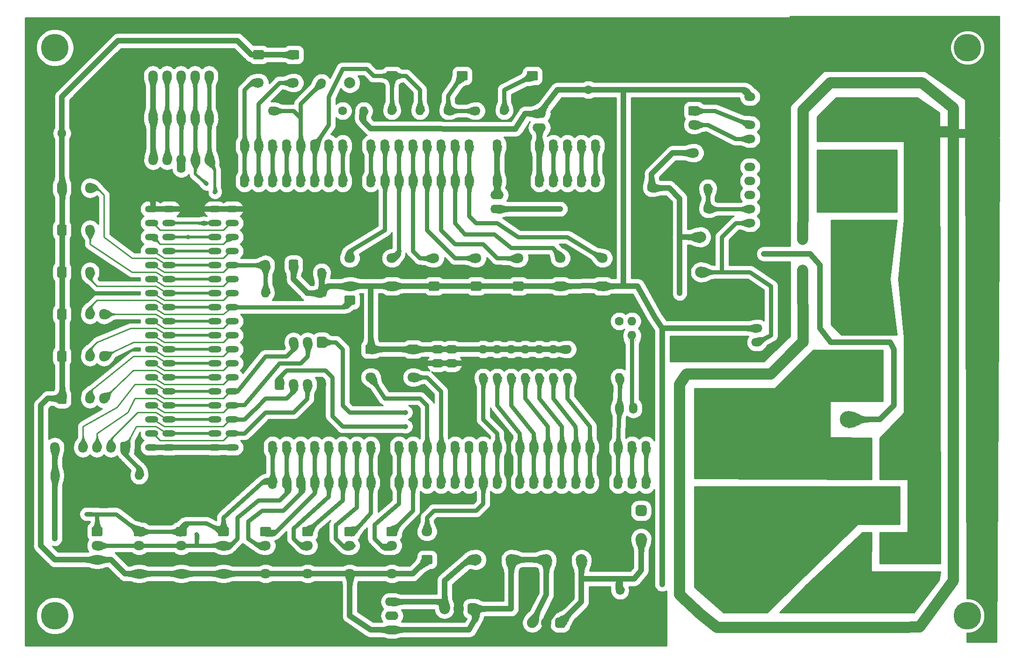
<source format=gbl>
G04 #@! TF.GenerationSoftware,KiCad,Pcbnew,(5.1.6)-1*
G04 #@! TF.CreationDate,2021-05-04T08:31:33+05:30*
G04 #@! TF.ProjectId,PCB board,50434220-626f-4617-9264-2e6b69636164,rev?*
G04 #@! TF.SameCoordinates,Original*
G04 #@! TF.FileFunction,Copper,L2,Bot*
G04 #@! TF.FilePolarity,Positive*
%FSLAX46Y46*%
G04 Gerber Fmt 4.6, Leading zero omitted, Abs format (unit mm)*
G04 Created by KiCad (PCBNEW (5.1.6)-1) date 2021-05-04 08:31:33*
%MOMM*%
%LPD*%
G01*
G04 APERTURE LIST*
G04 #@! TA.AperFunction,ComponentPad*
%ADD10O,1.600000X2.200000*%
G04 #@! TD*
G04 #@! TA.AperFunction,ComponentPad*
%ADD11O,2.200000X1.600000*%
G04 #@! TD*
G04 #@! TA.AperFunction,ComponentPad*
%ADD12O,2.400000X1.200000*%
G04 #@! TD*
G04 #@! TA.AperFunction,ComponentPad*
%ADD13O,2.000000X1.524000*%
G04 #@! TD*
G04 #@! TA.AperFunction,ComponentPad*
%ADD14C,3.000000*%
G04 #@! TD*
G04 #@! TA.AperFunction,ComponentPad*
%ADD15O,1.600000X1.600000*%
G04 #@! TD*
G04 #@! TA.AperFunction,ComponentPad*
%ADD16O,2.000000X1.700000*%
G04 #@! TD*
G04 #@! TA.AperFunction,ComponentPad*
%ADD17O,2.000000X2.000000*%
G04 #@! TD*
G04 #@! TA.AperFunction,ComponentPad*
%ADD18C,2.000000*%
G04 #@! TD*
G04 #@! TA.AperFunction,ComponentPad*
%ADD19O,1.905000X2.000000*%
G04 #@! TD*
G04 #@! TA.AperFunction,ComponentPad*
%ADD20C,1.900000*%
G04 #@! TD*
G04 #@! TA.AperFunction,ComponentPad*
%ADD21O,1.524000X2.000000*%
G04 #@! TD*
G04 #@! TA.AperFunction,ComponentPad*
%ADD22C,1.600000*%
G04 #@! TD*
G04 #@! TA.AperFunction,ComponentPad*
%ADD23O,1.600000X2.400000*%
G04 #@! TD*
G04 #@! TA.AperFunction,ComponentPad*
%ADD24O,1.700000X1.950000*%
G04 #@! TD*
G04 #@! TA.AperFunction,ComponentPad*
%ADD25R,2.600000X2.600000*%
G04 #@! TD*
G04 #@! TA.AperFunction,ComponentPad*
%ADD26C,2.600000*%
G04 #@! TD*
G04 #@! TA.AperFunction,ComponentPad*
%ADD27C,5.000000*%
G04 #@! TD*
G04 #@! TA.AperFunction,ComponentPad*
%ADD28O,1.950000X1.700000*%
G04 #@! TD*
G04 #@! TA.AperFunction,ComponentPad*
%ADD29O,2.400000X1.600000*%
G04 #@! TD*
G04 #@! TA.AperFunction,ComponentPad*
%ADD30O,2.500000X2.000000*%
G04 #@! TD*
G04 #@! TA.AperFunction,ViaPad*
%ADD31C,0.800000*%
G04 #@! TD*
G04 #@! TA.AperFunction,ViaPad*
%ADD32C,1.000000*%
G04 #@! TD*
G04 #@! TA.AperFunction,Conductor*
%ADD33C,0.750000*%
G04 #@! TD*
G04 #@! TA.AperFunction,Conductor*
%ADD34C,0.500000*%
G04 #@! TD*
G04 #@! TA.AperFunction,Conductor*
%ADD35C,1.000000*%
G04 #@! TD*
G04 #@! TA.AperFunction,Conductor*
%ADD36C,0.250000*%
G04 #@! TD*
G04 #@! TA.AperFunction,Conductor*
%ADD37C,3.000000*%
G04 #@! TD*
G04 #@! TA.AperFunction,Conductor*
%ADD38C,2.000000*%
G04 #@! TD*
G04 #@! TA.AperFunction,Conductor*
%ADD39C,0.254000*%
G04 #@! TD*
G04 #@! TA.AperFunction,NonConductor*
%ADD40C,0.254000*%
G04 #@! TD*
G04 #@! TA.AperFunction,NonConductor*
%ADD41C,0.025400*%
G04 #@! TD*
G04 #@! TA.AperFunction,Conductor*
%ADD42C,0.025400*%
G04 #@! TD*
G04 APERTURE END LIST*
D10*
X77470000Y-64770000D03*
D11*
X126365000Y-100330000D03*
X123825000Y-100330000D03*
X123825000Y-97790000D03*
X126365000Y-97790000D03*
D12*
X72090000Y-115570000D03*
X72090000Y-113030000D03*
X72090000Y-110490000D03*
X72090000Y-107950000D03*
X72090000Y-105410000D03*
X72090000Y-102870000D03*
X72090000Y-100330000D03*
X72090000Y-97790000D03*
X72090000Y-95250000D03*
X72090000Y-92710000D03*
X72090000Y-90170000D03*
X72090000Y-87630000D03*
X72090000Y-85090000D03*
X72090000Y-82550000D03*
X72090000Y-80010000D03*
X72090000Y-77470000D03*
X72090000Y-74930000D03*
X72090000Y-72390000D03*
X75230000Y-115570000D03*
X75230000Y-113030000D03*
X75230000Y-110490000D03*
X75230000Y-107950000D03*
X75230000Y-105410000D03*
X75230000Y-102870000D03*
X75230000Y-100330000D03*
X75230000Y-97790000D03*
X75230000Y-95250000D03*
X75230000Y-92710000D03*
X75230000Y-90170000D03*
X75230000Y-87630000D03*
X75230000Y-85090000D03*
X75230000Y-82550000D03*
X75230000Y-80010000D03*
X75230000Y-77470000D03*
X75230000Y-74930000D03*
X75230000Y-72390000D03*
X83520000Y-115570000D03*
X83520000Y-113030000D03*
X83520000Y-110490000D03*
X83520000Y-107950000D03*
X83520000Y-105410000D03*
X83520000Y-102870000D03*
X83520000Y-100330000D03*
X83520000Y-97790000D03*
X83520000Y-95250000D03*
X83520000Y-92710000D03*
X83520000Y-90170000D03*
X83520000Y-87630000D03*
X83520000Y-85090000D03*
X83520000Y-82550000D03*
X83520000Y-80010000D03*
X83520000Y-77470000D03*
X83520000Y-74930000D03*
X83520000Y-72390000D03*
X86660000Y-115570000D03*
X86660000Y-113030000D03*
X86660000Y-110490000D03*
X86660000Y-107950000D03*
X86660000Y-105410000D03*
X86660000Y-102870000D03*
X86660000Y-100330000D03*
X86660000Y-97790000D03*
X86660000Y-95250000D03*
X86660000Y-92710000D03*
X86660000Y-90170000D03*
X86660000Y-87630000D03*
X86660000Y-85090000D03*
X86660000Y-82550000D03*
X86660000Y-80010000D03*
X86660000Y-77470000D03*
X86660000Y-74930000D03*
X86660000Y-72390000D03*
D13*
X180340000Y-74930000D03*
X180340000Y-72390000D03*
X180340000Y-69850000D03*
X180340000Y-67310000D03*
X180340000Y-64770000D03*
X180340000Y-62230000D03*
X180340000Y-59690000D03*
X180340000Y-57150000D03*
X180340000Y-54610000D03*
X180340000Y-52070000D03*
D14*
X172720000Y-110490000D03*
X198120000Y-110490000D03*
X191770000Y-142240000D03*
X191770000Y-116840000D03*
X180340000Y-142240000D03*
X180340000Y-116840000D03*
D15*
X159004000Y-92710000D03*
G04 #@! TA.AperFunction,ComponentPad*
G36*
G01*
X116320100Y-49110000D02*
X114819900Y-49110000D01*
G75*
G02*
X114570000Y-48860100I0J249900D01*
G01*
X114570000Y-47659900D01*
G75*
G02*
X114819900Y-47410000I249900J0D01*
G01*
X116320100Y-47410000D01*
G75*
G02*
X116570000Y-47659900I0J-249900D01*
G01*
X116570000Y-48860100D01*
G75*
G02*
X116320100Y-49110000I-249900J0D01*
G01*
G37*
G04 #@! TD.AperFunction*
D16*
X115570000Y-45760000D03*
G04 #@! TA.AperFunction,ComponentPad*
G36*
G01*
X129020100Y-49110000D02*
X127519900Y-49110000D01*
G75*
G02*
X127270000Y-48860100I0J249900D01*
G01*
X127270000Y-47659900D01*
G75*
G02*
X127519900Y-47410000I249900J0D01*
G01*
X129020100Y-47410000D01*
G75*
G02*
X129270000Y-47659900I0J-249900D01*
G01*
X129270000Y-48860100D01*
G75*
G02*
X129020100Y-49110000I-249900J0D01*
G01*
G37*
G04 #@! TD.AperFunction*
X128270000Y-45760000D03*
G04 #@! TA.AperFunction,ComponentPad*
G36*
G01*
X141720100Y-49110000D02*
X140219900Y-49110000D01*
G75*
G02*
X139970000Y-48860100I0J249900D01*
G01*
X139970000Y-47659900D01*
G75*
G02*
X140219900Y-47410000I249900J0D01*
G01*
X141720100Y-47410000D01*
G75*
G02*
X141970000Y-47659900I0J-249900D01*
G01*
X141970000Y-48860100D01*
G75*
G02*
X141720100Y-49110000I-249900J0D01*
G01*
G37*
G04 #@! TD.AperFunction*
X140970000Y-45760000D03*
G04 #@! TA.AperFunction,ComponentPad*
G36*
G01*
X160155000Y-126000000D02*
X161155000Y-126000000D01*
G75*
G02*
X161655000Y-126500000I0J-500000D01*
G01*
X161655000Y-127500000D01*
G75*
G02*
X161155000Y-128000000I-500000J0D01*
G01*
X160155000Y-128000000D01*
G75*
G02*
X159655000Y-127500000I0J500000D01*
G01*
X159655000Y-126500000D01*
G75*
G02*
X160155000Y-126000000I500000J0D01*
G01*
G37*
G04 #@! TD.AperFunction*
D17*
X160655000Y-132080000D03*
D18*
X130810000Y-130890000D03*
X130810000Y-135890000D03*
X137160000Y-135890000D03*
X137160000Y-130890000D03*
X143510000Y-135890000D03*
X143510000Y-130890000D03*
X149860000Y-130890000D03*
X149860000Y-135890000D03*
G04 #@! TA.AperFunction,ComponentPad*
G36*
G01*
X131127500Y-144256250D02*
X131127500Y-145303750D01*
G75*
G02*
X130651250Y-145780000I-476250J0D01*
G01*
X129698750Y-145780000D01*
G75*
G02*
X129222500Y-145303750I0J476250D01*
G01*
X129222500Y-144256250D01*
G75*
G02*
X129698750Y-143780000I476250J0D01*
G01*
X130651250Y-143780000D01*
G75*
G02*
X131127500Y-144256250I0J-476250D01*
G01*
G37*
G04 #@! TD.AperFunction*
D19*
X127635000Y-144780000D03*
X125095000Y-144780000D03*
D20*
X143510000Y-147320000D03*
G04 #@! TA.AperFunction,ComponentPad*
G36*
G01*
X147000000Y-146845000D02*
X147000000Y-147795000D01*
G75*
G02*
X146525000Y-148270000I-475000J0D01*
G01*
X145575000Y-148270000D01*
G75*
G02*
X145100000Y-147795000I0J475000D01*
G01*
X145100000Y-146845000D01*
G75*
G02*
X145575000Y-146370000I475000J0D01*
G01*
X146525000Y-146370000D01*
G75*
G02*
X147000000Y-146845000I0J-475000D01*
G01*
G37*
G04 #@! TD.AperFunction*
X140970000Y-147320000D03*
D15*
X159004000Y-95250000D03*
D21*
X156718000Y-108458000D03*
X154178000Y-108458000D03*
X159258000Y-108458000D03*
D22*
X54610000Y-120650000D03*
D15*
X69850000Y-120650000D03*
D22*
X156845000Y-141478000D03*
X156845000Y-135890000D03*
D23*
X111760000Y-67310000D03*
X114300000Y-67310000D03*
X116840000Y-67310000D03*
X119380000Y-67310000D03*
X121920000Y-67310000D03*
X124460000Y-67310000D03*
X127000000Y-67310000D03*
X129540000Y-67310000D03*
G04 #@! TA.AperFunction,ComponentPad*
G36*
G01*
X68160000Y-114845000D02*
X68160000Y-116295000D01*
G75*
G02*
X67910000Y-116545000I-250000J0D01*
G01*
X66710000Y-116545000D01*
G75*
G02*
X66460000Y-116295000I0J250000D01*
G01*
X66460000Y-114845000D01*
G75*
G02*
X66710000Y-114595000I250000J0D01*
G01*
X67910000Y-114595000D01*
G75*
G02*
X68160000Y-114845000I0J-250000D01*
G01*
G37*
G04 #@! TD.AperFunction*
D24*
X64770000Y-115570000D03*
X62230000Y-115570000D03*
X59690000Y-115570000D03*
X57150000Y-115570000D03*
X54610000Y-115570000D03*
G04 #@! TA.AperFunction,ComponentPad*
G36*
G01*
X55030000Y-107405000D02*
X55030000Y-105955000D01*
G75*
G02*
X55280000Y-105705000I250000J0D01*
G01*
X56480000Y-105705000D01*
G75*
G02*
X56730000Y-105955000I0J-250000D01*
G01*
X56730000Y-107405000D01*
G75*
G02*
X56480000Y-107655000I-250000J0D01*
G01*
X55280000Y-107655000D01*
G75*
G02*
X55030000Y-107405000I0J250000D01*
G01*
G37*
G04 #@! TD.AperFunction*
X58420000Y-106680000D03*
X60960000Y-106680000D03*
X63500000Y-106680000D03*
G04 #@! TA.AperFunction,ComponentPad*
G36*
G01*
X55030000Y-99785000D02*
X55030000Y-98335000D01*
G75*
G02*
X55280000Y-98085000I250000J0D01*
G01*
X56480000Y-98085000D01*
G75*
G02*
X56730000Y-98335000I0J-250000D01*
G01*
X56730000Y-99785000D01*
G75*
G02*
X56480000Y-100035000I-250000J0D01*
G01*
X55280000Y-100035000D01*
G75*
G02*
X55030000Y-99785000I0J250000D01*
G01*
G37*
G04 #@! TD.AperFunction*
X58420000Y-99060000D03*
X60960000Y-99060000D03*
X63500000Y-99060000D03*
D22*
X203200000Y-85090000D03*
X209296000Y-85090000D03*
D25*
X205740000Y-124460000D03*
D26*
X205740000Y-119380000D03*
D27*
X219710000Y-43180000D03*
X54610000Y-43180000D03*
X219710000Y-146050000D03*
X54610000Y-146050000D03*
D22*
X106680000Y-54610000D03*
D15*
X93980000Y-54610000D03*
D23*
X152400000Y-67310000D03*
X149860000Y-67310000D03*
X147320000Y-67310000D03*
X144780000Y-67310000D03*
X142240000Y-67310000D03*
X139700000Y-67310000D03*
X137160000Y-67310000D03*
X134620000Y-67310000D03*
X88900000Y-60960000D03*
X91440000Y-60960000D03*
X93980000Y-60960000D03*
X96520000Y-60960000D03*
X99060000Y-60960000D03*
X101600000Y-60960000D03*
X104140000Y-60960000D03*
X106680000Y-60960000D03*
X134620000Y-60960000D03*
X137160000Y-60960000D03*
X139700000Y-60960000D03*
X142240000Y-60960000D03*
X144780000Y-60960000D03*
X147320000Y-60960000D03*
X149860000Y-60960000D03*
X152400000Y-60960000D03*
X129540000Y-60960000D03*
X127000000Y-60960000D03*
X124460000Y-60960000D03*
X121920000Y-60960000D03*
X119380000Y-60960000D03*
X116840000Y-60960000D03*
X114300000Y-60960000D03*
X111760000Y-60960000D03*
X106680000Y-67310000D03*
X104140000Y-67310000D03*
X101600000Y-67310000D03*
X99060000Y-67310000D03*
X96520000Y-67310000D03*
X93980000Y-67310000D03*
X91440000Y-67310000D03*
X88900000Y-67310000D03*
X161544000Y-121920000D03*
X159004000Y-121920000D03*
X156464000Y-121920000D03*
X153924000Y-121920000D03*
X151384000Y-121920000D03*
X148844000Y-121920000D03*
X146304000Y-121920000D03*
X143764000Y-121920000D03*
X141224000Y-121920000D03*
X138684000Y-121920000D03*
X134620000Y-121920000D03*
X132080000Y-121920000D03*
X129540000Y-121920000D03*
X127000000Y-121920000D03*
X124460000Y-121920000D03*
X121920000Y-121920000D03*
X119380000Y-121920000D03*
X116840000Y-121920000D03*
X111760000Y-121920000D03*
X109220000Y-121920000D03*
X106680000Y-121920000D03*
X104140000Y-121920000D03*
X101600000Y-121920000D03*
X99060000Y-121920000D03*
X96520000Y-121920000D03*
X93980000Y-121920000D03*
X138684000Y-115570000D03*
X141224000Y-115570000D03*
X143764000Y-115570000D03*
X146304000Y-115570000D03*
X148844000Y-115570000D03*
X151384000Y-115570000D03*
X153924000Y-115570000D03*
X156464000Y-115570000D03*
X159004000Y-115570000D03*
X161544000Y-115570000D03*
X116840000Y-115570000D03*
X119380000Y-115570000D03*
X121920000Y-115570000D03*
X124460000Y-115570000D03*
X127000000Y-115570000D03*
X129540000Y-115570000D03*
X132080000Y-115570000D03*
X134620000Y-115570000D03*
X93980000Y-115570000D03*
X96520000Y-115570000D03*
X99060000Y-115570000D03*
X101600000Y-115570000D03*
X104140000Y-115570000D03*
X106680000Y-115570000D03*
X109220000Y-115570000D03*
X111760000Y-115570000D03*
D26*
X204470000Y-71120000D03*
D25*
X204470000Y-76200000D03*
X204470000Y-63500000D03*
D26*
X204470000Y-58420000D03*
D22*
X102870000Y-87630000D03*
D15*
X92710000Y-87630000D03*
X120650000Y-54610000D03*
D22*
X125730000Y-54610000D03*
X115570000Y-54610000D03*
D15*
X110490000Y-54610000D03*
D22*
X135890000Y-54610000D03*
D15*
X130810000Y-54610000D03*
D26*
X205740000Y-134620000D03*
D25*
X205740000Y-139700000D03*
D22*
X162560000Y-68580000D03*
D15*
X172720000Y-68580000D03*
X162560000Y-72390000D03*
D22*
X172720000Y-72390000D03*
D18*
X163950000Y-83820000D03*
X171450000Y-83820000D03*
X171444999Y-77470000D03*
X163944999Y-77470000D03*
X107950000Y-49530000D03*
X107950000Y-44530000D03*
G04 #@! TA.AperFunction,ComponentPad*
G36*
G01*
X55030000Y-92165000D02*
X55030000Y-90715000D01*
G75*
G02*
X55280000Y-90465000I250000J0D01*
G01*
X56480000Y-90465000D01*
G75*
G02*
X56730000Y-90715000I0J-250000D01*
G01*
X56730000Y-92165000D01*
G75*
G02*
X56480000Y-92415000I-250000J0D01*
G01*
X55280000Y-92415000D01*
G75*
G02*
X55030000Y-92165000I0J250000D01*
G01*
G37*
G04 #@! TD.AperFunction*
D24*
X58420000Y-91440000D03*
X60960000Y-91440000D03*
X63500000Y-91440000D03*
G04 #@! TA.AperFunction,ComponentPad*
G36*
G01*
X55030000Y-84545000D02*
X55030000Y-83095000D01*
G75*
G02*
X55280000Y-82845000I250000J0D01*
G01*
X56480000Y-82845000D01*
G75*
G02*
X56730000Y-83095000I0J-250000D01*
G01*
X56730000Y-84545000D01*
G75*
G02*
X56480000Y-84795000I-250000J0D01*
G01*
X55280000Y-84795000D01*
G75*
G02*
X55030000Y-84545000I0J250000D01*
G01*
G37*
G04 #@! TD.AperFunction*
X58420000Y-83820000D03*
X60960000Y-83820000D03*
G04 #@! TA.AperFunction,ComponentPad*
G36*
G01*
X55030000Y-76925000D02*
X55030000Y-75475000D01*
G75*
G02*
X55280000Y-75225000I250000J0D01*
G01*
X56480000Y-75225000D01*
G75*
G02*
X56730000Y-75475000I0J-250000D01*
G01*
X56730000Y-76925000D01*
G75*
G02*
X56480000Y-77175000I-250000J0D01*
G01*
X55280000Y-77175000D01*
G75*
G02*
X55030000Y-76925000I0J250000D01*
G01*
G37*
G04 #@! TD.AperFunction*
X58420000Y-76200000D03*
X60960000Y-76200000D03*
X60960000Y-68580000D03*
X58420000Y-68580000D03*
G04 #@! TA.AperFunction,ComponentPad*
G36*
G01*
X55030000Y-69305000D02*
X55030000Y-67855000D01*
G75*
G02*
X55280000Y-67605000I250000J0D01*
G01*
X56480000Y-67605000D01*
G75*
G02*
X56730000Y-67855000I0J-250000D01*
G01*
X56730000Y-69305000D01*
G75*
G02*
X56480000Y-69555000I-250000J0D01*
G01*
X55280000Y-69555000D01*
G75*
G02*
X55030000Y-69305000I0J250000D01*
G01*
G37*
G04 #@! TD.AperFunction*
D28*
X97790000Y-49530000D03*
X97790000Y-46990000D03*
G04 #@! TA.AperFunction,ComponentPad*
G36*
G01*
X97065000Y-43600000D02*
X98515000Y-43600000D01*
G75*
G02*
X98765000Y-43850000I0J-250000D01*
G01*
X98765000Y-45050000D01*
G75*
G02*
X98515000Y-45300000I-250000J0D01*
G01*
X97065000Y-45300000D01*
G75*
G02*
X96815000Y-45050000I0J250000D01*
G01*
X96815000Y-43850000D01*
G75*
G02*
X97065000Y-43600000I250000J0D01*
G01*
G37*
G04 #@! TD.AperFunction*
G04 #@! TA.AperFunction,ComponentPad*
G36*
G01*
X90715000Y-43600000D02*
X92165000Y-43600000D01*
G75*
G02*
X92415000Y-43850000I0J-250000D01*
G01*
X92415000Y-45050000D01*
G75*
G02*
X92165000Y-45300000I-250000J0D01*
G01*
X90715000Y-45300000D01*
G75*
G02*
X90465000Y-45050000I0J250000D01*
G01*
X90465000Y-43850000D01*
G75*
G02*
X90715000Y-43600000I250000J0D01*
G01*
G37*
G04 #@! TD.AperFunction*
X91440000Y-46990000D03*
X91440000Y-49530000D03*
G04 #@! TA.AperFunction,ComponentPad*
G36*
G01*
X98640000Y-81825000D02*
X98640000Y-83275000D01*
G75*
G02*
X98390000Y-83525000I-250000J0D01*
G01*
X97190000Y-83525000D01*
G75*
G02*
X96940000Y-83275000I0J250000D01*
G01*
X96940000Y-81825000D01*
G75*
G02*
X97190000Y-81575000I250000J0D01*
G01*
X98390000Y-81575000D01*
G75*
G02*
X98640000Y-81825000I0J-250000D01*
G01*
G37*
G04 #@! TD.AperFunction*
D24*
X95250000Y-82550000D03*
X92710000Y-82550000D03*
G04 #@! TA.AperFunction,ComponentPad*
G36*
G01*
X108675000Y-89750000D02*
X107225000Y-89750000D01*
G75*
G02*
X106975000Y-89500000I0J250000D01*
G01*
X106975000Y-88300000D01*
G75*
G02*
X107225000Y-88050000I250000J0D01*
G01*
X108675000Y-88050000D01*
G75*
G02*
X108925000Y-88300000I0J-250000D01*
G01*
X108925000Y-89500000D01*
G75*
G02*
X108675000Y-89750000I-250000J0D01*
G01*
G37*
G04 #@! TD.AperFunction*
D28*
X107950000Y-86360000D03*
X107950000Y-83820000D03*
X107950000Y-81280000D03*
G04 #@! TA.AperFunction,ComponentPad*
G36*
G01*
X116295000Y-87210000D02*
X114845000Y-87210000D01*
G75*
G02*
X114595000Y-86960000I0J250000D01*
G01*
X114595000Y-85760000D01*
G75*
G02*
X114845000Y-85510000I250000J0D01*
G01*
X116295000Y-85510000D01*
G75*
G02*
X116545000Y-85760000I0J-250000D01*
G01*
X116545000Y-86960000D01*
G75*
G02*
X116295000Y-87210000I-250000J0D01*
G01*
G37*
G04 #@! TD.AperFunction*
X115570000Y-83820000D03*
X115570000Y-81280000D03*
G04 #@! TA.AperFunction,ComponentPad*
G36*
G01*
X154395000Y-87210000D02*
X152945000Y-87210000D01*
G75*
G02*
X152695000Y-86960000I0J250000D01*
G01*
X152695000Y-85760000D01*
G75*
G02*
X152945000Y-85510000I250000J0D01*
G01*
X154395000Y-85510000D01*
G75*
G02*
X154645000Y-85760000I0J-250000D01*
G01*
X154645000Y-86960000D01*
G75*
G02*
X154395000Y-87210000I-250000J0D01*
G01*
G37*
G04 #@! TD.AperFunction*
X153670000Y-83820000D03*
X153670000Y-81280000D03*
X146050000Y-81280000D03*
X146050000Y-83820000D03*
G04 #@! TA.AperFunction,ComponentPad*
G36*
G01*
X146775000Y-87210000D02*
X145325000Y-87210000D01*
G75*
G02*
X145075000Y-86960000I0J250000D01*
G01*
X145075000Y-85760000D01*
G75*
G02*
X145325000Y-85510000I250000J0D01*
G01*
X146775000Y-85510000D01*
G75*
G02*
X147025000Y-85760000I0J-250000D01*
G01*
X147025000Y-86960000D01*
G75*
G02*
X146775000Y-87210000I-250000J0D01*
G01*
G37*
G04 #@! TD.AperFunction*
G04 #@! TA.AperFunction,ComponentPad*
G36*
G01*
X139155000Y-87210000D02*
X137705000Y-87210000D01*
G75*
G02*
X137455000Y-86960000I0J250000D01*
G01*
X137455000Y-85760000D01*
G75*
G02*
X137705000Y-85510000I250000J0D01*
G01*
X139155000Y-85510000D01*
G75*
G02*
X139405000Y-85760000I0J-250000D01*
G01*
X139405000Y-86960000D01*
G75*
G02*
X139155000Y-87210000I-250000J0D01*
G01*
G37*
G04 #@! TD.AperFunction*
X138430000Y-83820000D03*
X138430000Y-81280000D03*
G04 #@! TA.AperFunction,ComponentPad*
G36*
G01*
X131535000Y-87210000D02*
X130085000Y-87210000D01*
G75*
G02*
X129835000Y-86960000I0J250000D01*
G01*
X129835000Y-85760000D01*
G75*
G02*
X130085000Y-85510000I250000J0D01*
G01*
X131535000Y-85510000D01*
G75*
G02*
X131785000Y-85760000I0J-250000D01*
G01*
X131785000Y-86960000D01*
G75*
G02*
X131535000Y-87210000I-250000J0D01*
G01*
G37*
G04 #@! TD.AperFunction*
X130810000Y-83820000D03*
X130810000Y-81280000D03*
X123190000Y-81280000D03*
X123190000Y-83820000D03*
G04 #@! TA.AperFunction,ComponentPad*
G36*
G01*
X123915000Y-87210000D02*
X122465000Y-87210000D01*
G75*
G02*
X122215000Y-86960000I0J250000D01*
G01*
X122215000Y-85760000D01*
G75*
G02*
X122465000Y-85510000I250000J0D01*
G01*
X123915000Y-85510000D01*
G75*
G02*
X124165000Y-85760000I0J-250000D01*
G01*
X124165000Y-86960000D01*
G75*
G02*
X123915000Y-87210000I-250000J0D01*
G01*
G37*
G04 #@! TD.AperFunction*
G04 #@! TA.AperFunction,ComponentPad*
G36*
G01*
X169455000Y-53760000D02*
X170905000Y-53760000D01*
G75*
G02*
X171155000Y-54010000I0J-250000D01*
G01*
X171155000Y-55210000D01*
G75*
G02*
X170905000Y-55460000I-250000J0D01*
G01*
X169455000Y-55460000D01*
G75*
G02*
X169205000Y-55210000I0J250000D01*
G01*
X169205000Y-54010000D01*
G75*
G02*
X169455000Y-53760000I250000J0D01*
G01*
G37*
G04 #@! TD.AperFunction*
X170180000Y-57150000D03*
X170180000Y-59690000D03*
X170180000Y-62230000D03*
G04 #@! TA.AperFunction,ComponentPad*
G36*
G01*
X103720000Y-95795000D02*
X103720000Y-97245000D01*
G75*
G02*
X103470000Y-97495000I-250000J0D01*
G01*
X102270000Y-97495000D01*
G75*
G02*
X102020000Y-97245000I0J250000D01*
G01*
X102020000Y-95795000D01*
G75*
G02*
X102270000Y-95545000I250000J0D01*
G01*
X103470000Y-95545000D01*
G75*
G02*
X103720000Y-95795000I0J-250000D01*
G01*
G37*
G04 #@! TD.AperFunction*
D24*
X100330000Y-96520000D03*
X97790000Y-96520000D03*
X95250000Y-96520000D03*
G04 #@! TA.AperFunction,ComponentPad*
G36*
G01*
X94400000Y-104865000D02*
X94400000Y-103415000D01*
G75*
G02*
X94650000Y-103165000I250000J0D01*
G01*
X95850000Y-103165000D01*
G75*
G02*
X96100000Y-103415000I0J-250000D01*
G01*
X96100000Y-104865000D01*
G75*
G02*
X95850000Y-105115000I-250000J0D01*
G01*
X94650000Y-105115000D01*
G75*
G02*
X94400000Y-104865000I0J250000D01*
G01*
G37*
G04 #@! TD.AperFunction*
X97790000Y-104140000D03*
X100330000Y-104140000D03*
X102870000Y-104140000D03*
D28*
X111760000Y-102870000D03*
X111760000Y-100330000D03*
G04 #@! TA.AperFunction,ComponentPad*
G36*
G01*
X111035000Y-96940000D02*
X112485000Y-96940000D01*
G75*
G02*
X112735000Y-97190000I0J-250000D01*
G01*
X112735000Y-98390000D01*
G75*
G02*
X112485000Y-98640000I-250000J0D01*
G01*
X111035000Y-98640000D01*
G75*
G02*
X110785000Y-98390000I0J250000D01*
G01*
X110785000Y-97190000D01*
G75*
G02*
X111035000Y-96940000I250000J0D01*
G01*
G37*
G04 #@! TD.AperFunction*
G04 #@! TA.AperFunction,ComponentPad*
G36*
G01*
X118655000Y-96940000D02*
X120105000Y-96940000D01*
G75*
G02*
X120355000Y-97190000I0J-250000D01*
G01*
X120355000Y-98390000D01*
G75*
G02*
X120105000Y-98640000I-250000J0D01*
G01*
X118655000Y-98640000D01*
G75*
G02*
X118405000Y-98390000I0J250000D01*
G01*
X118405000Y-97190000D01*
G75*
G02*
X118655000Y-96940000I250000J0D01*
G01*
G37*
G04 #@! TD.AperFunction*
X119380000Y-100330000D03*
X119380000Y-102870000D03*
G04 #@! TA.AperFunction,ComponentPad*
G36*
G01*
X122645000Y-136740000D02*
X121195000Y-136740000D01*
G75*
G02*
X120945000Y-136490000I0J250000D01*
G01*
X120945000Y-135290000D01*
G75*
G02*
X121195000Y-135040000I250000J0D01*
G01*
X122645000Y-135040000D01*
G75*
G02*
X122895000Y-135290000I0J-250000D01*
G01*
X122895000Y-136490000D01*
G75*
G02*
X122645000Y-136740000I-250000J0D01*
G01*
G37*
G04 #@! TD.AperFunction*
X121920000Y-133350000D03*
X121920000Y-130810000D03*
G04 #@! TA.AperFunction,ComponentPad*
G36*
G01*
X84365000Y-129960000D02*
X85815000Y-129960000D01*
G75*
G02*
X86065000Y-130210000I0J-250000D01*
G01*
X86065000Y-131410000D01*
G75*
G02*
X85815000Y-131660000I-250000J0D01*
G01*
X84365000Y-131660000D01*
G75*
G02*
X84115000Y-131410000I0J250000D01*
G01*
X84115000Y-130210000D01*
G75*
G02*
X84365000Y-129960000I250000J0D01*
G01*
G37*
G04 #@! TD.AperFunction*
X85090000Y-133350000D03*
X85090000Y-135890000D03*
X85090000Y-138430000D03*
G04 #@! TA.AperFunction,ComponentPad*
G36*
G01*
X76745000Y-129960000D02*
X78195000Y-129960000D01*
G75*
G02*
X78445000Y-130210000I0J-250000D01*
G01*
X78445000Y-131410000D01*
G75*
G02*
X78195000Y-131660000I-250000J0D01*
G01*
X76745000Y-131660000D01*
G75*
G02*
X76495000Y-131410000I0J250000D01*
G01*
X76495000Y-130210000D01*
G75*
G02*
X76745000Y-129960000I250000J0D01*
G01*
G37*
G04 #@! TD.AperFunction*
X77470000Y-133350000D03*
X77470000Y-135890000D03*
X77470000Y-138430000D03*
G04 #@! TA.AperFunction,ComponentPad*
G36*
G01*
X69125000Y-129960000D02*
X70575000Y-129960000D01*
G75*
G02*
X70825000Y-130210000I0J-250000D01*
G01*
X70825000Y-131410000D01*
G75*
G02*
X70575000Y-131660000I-250000J0D01*
G01*
X69125000Y-131660000D01*
G75*
G02*
X68875000Y-131410000I0J250000D01*
G01*
X68875000Y-130210000D01*
G75*
G02*
X69125000Y-129960000I250000J0D01*
G01*
G37*
G04 #@! TD.AperFunction*
X69850000Y-133350000D03*
X69850000Y-135890000D03*
X69850000Y-138430000D03*
D22*
X58380000Y-58674000D03*
X55880000Y-58674000D03*
X102870000Y-83820000D03*
X102870000Y-81320000D03*
X151130000Y-50800000D03*
X151130000Y-45800000D03*
G04 #@! TA.AperFunction,ComponentPad*
G36*
G01*
X61505000Y-129960000D02*
X62955000Y-129960000D01*
G75*
G02*
X63205000Y-130210000I0J-250000D01*
G01*
X63205000Y-131410000D01*
G75*
G02*
X62955000Y-131660000I-250000J0D01*
G01*
X61505000Y-131660000D01*
G75*
G02*
X61255000Y-131410000I0J250000D01*
G01*
X61255000Y-130210000D01*
G75*
G02*
X61505000Y-129960000I250000J0D01*
G01*
G37*
G04 #@! TD.AperFunction*
D28*
X62230000Y-133350000D03*
X62230000Y-135890000D03*
X62230000Y-138430000D03*
D29*
X115570000Y-148590000D03*
X115570000Y-146050000D03*
X115570000Y-143510000D03*
D22*
X156718000Y-92710000D03*
D15*
X156718000Y-102870000D03*
D29*
X134620000Y-69850000D03*
X134620000Y-72390000D03*
X142240000Y-57658000D03*
X142240000Y-55118000D03*
D30*
X203200000Y-99060000D03*
X203200000Y-93980000D03*
D13*
X181610000Y-96520000D03*
X181610000Y-93980000D03*
X181610000Y-99060000D03*
G04 #@! TA.AperFunction,ComponentPad*
G36*
G01*
X99605000Y-129960001D02*
X101055000Y-129960001D01*
G75*
G02*
X101305000Y-130210001I0J-250000D01*
G01*
X101305000Y-131410001D01*
G75*
G02*
X101055000Y-131660001I-250000J0D01*
G01*
X99605000Y-131660001D01*
G75*
G02*
X99355000Y-131410001I0J250000D01*
G01*
X99355000Y-130210001D01*
G75*
G02*
X99605000Y-129960001I250000J0D01*
G01*
G37*
G04 #@! TD.AperFunction*
D28*
X100330000Y-133350001D03*
X100330000Y-135890001D03*
X100330000Y-138430001D03*
G04 #@! TA.AperFunction,ComponentPad*
G36*
G01*
X91985000Y-129960000D02*
X93435000Y-129960000D01*
G75*
G02*
X93685000Y-130210000I0J-250000D01*
G01*
X93685000Y-131410000D01*
G75*
G02*
X93435000Y-131660000I-250000J0D01*
G01*
X91985000Y-131660000D01*
G75*
G02*
X91735000Y-131410000I0J250000D01*
G01*
X91735000Y-130210000D01*
G75*
G02*
X91985000Y-129960000I250000J0D01*
G01*
G37*
G04 #@! TD.AperFunction*
X92710000Y-133350000D03*
X92710000Y-135890000D03*
X92710000Y-138430000D03*
X107950000Y-138430000D03*
X107950000Y-135890000D03*
X107950000Y-133350000D03*
G04 #@! TA.AperFunction,ComponentPad*
G36*
G01*
X107225000Y-129960000D02*
X108675000Y-129960000D01*
G75*
G02*
X108925000Y-130210000I0J-250000D01*
G01*
X108925000Y-131410000D01*
G75*
G02*
X108675000Y-131660000I-250000J0D01*
G01*
X107225000Y-131660000D01*
G75*
G02*
X106975000Y-131410000I0J250000D01*
G01*
X106975000Y-130210000D01*
G75*
G02*
X107225000Y-129960000I250000J0D01*
G01*
G37*
G04 #@! TD.AperFunction*
D15*
X132080000Y-102870000D03*
X132080000Y-100330000D03*
X132080000Y-97790000D03*
X134620000Y-97790000D03*
X134620000Y-100330000D03*
X134620000Y-102870000D03*
X137160000Y-102870000D03*
X137160000Y-100330000D03*
X137160000Y-97790000D03*
X139700000Y-102870000D03*
X139700000Y-100330000D03*
X139700000Y-97790000D03*
X142240000Y-97790000D03*
X142240000Y-100330000D03*
X142240000Y-102870000D03*
X144780000Y-102870000D03*
X144780000Y-100330000D03*
X144780000Y-97790000D03*
X147320000Y-102870000D03*
X147320000Y-100330000D03*
X147320000Y-97790000D03*
G04 #@! TA.AperFunction,ComponentPad*
G36*
G01*
X114845000Y-129960000D02*
X116295000Y-129960000D01*
G75*
G02*
X116545000Y-130210000I0J-250000D01*
G01*
X116545000Y-131410000D01*
G75*
G02*
X116295000Y-131660000I-250000J0D01*
G01*
X114845000Y-131660000D01*
G75*
G02*
X114595000Y-131410000I0J250000D01*
G01*
X114595000Y-130210000D01*
G75*
G02*
X114845000Y-129960000I250000J0D01*
G01*
G37*
G04 #@! TD.AperFunction*
D28*
X115570000Y-133350000D03*
X115570000Y-135890000D03*
X115570000Y-138430000D03*
D22*
X102870000Y-49530000D03*
D15*
X102870000Y-44450000D03*
G04 #@! TA.AperFunction,ComponentPad*
G36*
G01*
X68927001Y-48985000D02*
X68927001Y-47535000D01*
G75*
G02*
X69177001Y-47285000I250000J0D01*
G01*
X70377001Y-47285000D01*
G75*
G02*
X70627001Y-47535000I0J-250000D01*
G01*
X70627001Y-48985000D01*
G75*
G02*
X70377001Y-49235000I-250000J0D01*
G01*
X69177001Y-49235000D01*
G75*
G02*
X68927001Y-48985000I0J250000D01*
G01*
G37*
G04 #@! TD.AperFunction*
D24*
X72317001Y-48260000D03*
X74857001Y-48260000D03*
X77397001Y-48260000D03*
X79937001Y-48260000D03*
X82477001Y-48260000D03*
X82477001Y-55880000D03*
X79937001Y-55880000D03*
X77397001Y-55880000D03*
X74857001Y-55880000D03*
X72317001Y-55880000D03*
G04 #@! TA.AperFunction,ComponentPad*
G36*
G01*
X68927001Y-56605000D02*
X68927001Y-55155000D01*
G75*
G02*
X69177001Y-54905000I250000J0D01*
G01*
X70377001Y-54905000D01*
G75*
G02*
X70627001Y-55155000I0J-250000D01*
G01*
X70627001Y-56605000D01*
G75*
G02*
X70377001Y-56855000I-250000J0D01*
G01*
X69177001Y-56855000D01*
G75*
G02*
X68927001Y-56605000I0J250000D01*
G01*
G37*
G04 #@! TD.AperFunction*
G04 #@! TA.AperFunction,ComponentPad*
G36*
G01*
X69000000Y-64225000D02*
X69000000Y-62775000D01*
G75*
G02*
X69250000Y-62525000I250000J0D01*
G01*
X70450000Y-62525000D01*
G75*
G02*
X70700000Y-62775000I0J-250000D01*
G01*
X70700000Y-64225000D01*
G75*
G02*
X70450000Y-64475000I-250000J0D01*
G01*
X69250000Y-64475000D01*
G75*
G02*
X69000000Y-64225000I0J250000D01*
G01*
G37*
G04 #@! TD.AperFunction*
X72390000Y-63500000D03*
X74930000Y-63500000D03*
X77470000Y-63500000D03*
X80010000Y-63500000D03*
X82550000Y-63500000D03*
D31*
X78740000Y-77470000D03*
D32*
X217170000Y-55245000D03*
X195580000Y-148186134D03*
X189633866Y-148186134D03*
X184553866Y-148186134D03*
X179473866Y-148186134D03*
X174393866Y-148186134D03*
X167640000Y-142240000D03*
X167640000Y-137160000D03*
X167640000Y-132080000D03*
X167640000Y-127000000D03*
X167640000Y-121920000D03*
X167640000Y-116840000D03*
X167640000Y-111760000D03*
X177800000Y-102235000D03*
X184150000Y-102235000D03*
X187325000Y-99060000D03*
X189995294Y-96520000D03*
X189995294Y-91944706D03*
X189995294Y-71624706D03*
X189995294Y-66544706D03*
X189995294Y-61464706D03*
X189995294Y-56384706D03*
X204470000Y-148186134D03*
X170561000Y-102235000D03*
X167640000Y-105410000D03*
X217170000Y-60960000D03*
X217170000Y-106125819D03*
X217170000Y-101600000D03*
X217170000Y-96520000D03*
X217170000Y-91440000D03*
X217170000Y-86360000D03*
X217170000Y-81280000D03*
X217170000Y-71120000D03*
X217170000Y-66040000D03*
X217170000Y-76200000D03*
X217170000Y-121920000D03*
X217170000Y-135255000D03*
X217170000Y-130810000D03*
X217170000Y-125730000D03*
X217170000Y-111125000D03*
X217170000Y-116205000D03*
X196215000Y-49530000D03*
X203835000Y-49530000D03*
X210185000Y-49530000D03*
X214630000Y-51435000D03*
X189865000Y-87249000D03*
X189865000Y-83439000D03*
X189865000Y-77851000D03*
X211074000Y-148082000D03*
X214122000Y-144526000D03*
X217170000Y-139700000D03*
X171450000Y-145796000D03*
X192278000Y-52070000D03*
D31*
X172720000Y-91440000D03*
X57150000Y-132080000D03*
X146050000Y-72390000D03*
D32*
X182880000Y-80518000D03*
D31*
X167640000Y-87630000D03*
X163195000Y-92075000D03*
X164465000Y-140335000D03*
X137160000Y-144780000D03*
X72390000Y-41910000D03*
X80264000Y-131318000D03*
X60325000Y-127635000D03*
X118110000Y-109220000D03*
X118110000Y-111760000D03*
X83566000Y-69342000D03*
X81534000Y-74930000D03*
X82042000Y-67818000D03*
X54610000Y-132080000D03*
D33*
X159004000Y-108458000D02*
X159004000Y-95250000D01*
D34*
X83820000Y-115570000D02*
X78740000Y-115570000D01*
X78740000Y-115570000D02*
X74930000Y-115570000D01*
D35*
X83820000Y-115570000D02*
X86360000Y-115570000D01*
X74930000Y-115570000D02*
X83820000Y-115570000D01*
X72390000Y-115570000D02*
X74930000Y-115570000D01*
D36*
X74422000Y-81280000D02*
X77724000Y-81280000D01*
X72390000Y-80010000D02*
X74422000Y-81280000D01*
X85090000Y-81280000D02*
X86360000Y-80010000D01*
X77724000Y-81280000D02*
X85090000Y-81280000D01*
D34*
X74930000Y-80010000D02*
X78740000Y-80010000D01*
X78740000Y-80010000D02*
X83820000Y-80010000D01*
D36*
X74422000Y-93980000D02*
X77724000Y-93980000D01*
X72390000Y-92710000D02*
X74422000Y-93980000D01*
X85090000Y-93980000D02*
X86360000Y-92710000D01*
X77724000Y-93980000D02*
X85090000Y-93980000D01*
X74422000Y-96520000D02*
X77724000Y-96520000D01*
X72390000Y-95250000D02*
X74422000Y-96520000D01*
X85090000Y-96520000D02*
X86360000Y-95250000D01*
X77724000Y-96520000D02*
X85090000Y-96520000D01*
X74422000Y-99060000D02*
X77724000Y-99060000D01*
X72390000Y-97790000D02*
X74422000Y-99060000D01*
X85090000Y-99060000D02*
X86360000Y-97790000D01*
X77724000Y-99060000D02*
X85090000Y-99060000D01*
X74422000Y-101600000D02*
X77724000Y-101600000D01*
X72390000Y-100330000D02*
X74422000Y-101600000D01*
X85090000Y-101600000D02*
X86360000Y-100330000D01*
X77724000Y-101600000D02*
X85090000Y-101600000D01*
X74422000Y-104140000D02*
X77724000Y-104140000D01*
X72390000Y-102870000D02*
X74422000Y-104140000D01*
X85090000Y-104140000D02*
X86360000Y-102870000D01*
X77724000Y-104140000D02*
X85090000Y-104140000D01*
X74422000Y-86360000D02*
X77724000Y-86360000D01*
X72390000Y-85090000D02*
X74422000Y-86360000D01*
X85090000Y-86360000D02*
X86360000Y-85090000D01*
X77724000Y-86360000D02*
X85090000Y-86360000D01*
X74422000Y-88900000D02*
X77724000Y-88900000D01*
X72390000Y-87630000D02*
X74422000Y-88900000D01*
X85090000Y-88900000D02*
X86360000Y-87630000D01*
X77724000Y-88900000D02*
X85090000Y-88900000D01*
D34*
X78740000Y-77470000D02*
X77216000Y-77470000D01*
X77216000Y-77470000D02*
X74930000Y-77470000D01*
X78740000Y-77470000D02*
X83820000Y-77470000D01*
D33*
X92710000Y-135890000D02*
X93980000Y-135890000D01*
D35*
X57150000Y-119380000D02*
X57150000Y-115570000D01*
X115570000Y-83820000D02*
X123190000Y-83820000D01*
X123190000Y-83780000D02*
X130770000Y-83780000D01*
X130770000Y-83780000D02*
X130810000Y-83820000D01*
X130810000Y-83780000D02*
X138390000Y-83780000D01*
X138390000Y-83780000D02*
X138430000Y-83820000D01*
X57150000Y-115570000D02*
X57150000Y-110490000D01*
X57150000Y-110490000D02*
X58420000Y-109220000D01*
X58420000Y-109220000D02*
X58420000Y-106680000D01*
X58420000Y-106680000D02*
X58420000Y-99060000D01*
X58380000Y-99060000D02*
X58380000Y-68620000D01*
X138430000Y-83860000D02*
X146010000Y-83860000D01*
D33*
X146010000Y-83860000D02*
X146050000Y-83820000D01*
D35*
X146050000Y-83780000D02*
X153630000Y-83780000D01*
D33*
X153630000Y-83780000D02*
X153670000Y-83820000D01*
D35*
X57150000Y-125270000D02*
X57150000Y-119380000D01*
X163830000Y-77470000D02*
X160020000Y-77470000D01*
X162560000Y-72390000D02*
X160020000Y-72390000D01*
X176530000Y-62230000D02*
X180340000Y-62230000D01*
X172720000Y-59690000D02*
X176530000Y-62230000D01*
X163830000Y-59690000D02*
X172720000Y-59690000D01*
X160020000Y-72390000D02*
X160020000Y-63500000D01*
X160020000Y-63500000D02*
X163830000Y-59690000D01*
D37*
X208915000Y-85090000D02*
X210820000Y-85090000D01*
D38*
X189633866Y-148186134D02*
X184553866Y-148186134D01*
X184553866Y-148186134D02*
X179473866Y-148186134D01*
X179473866Y-148186134D02*
X174393866Y-148186134D01*
X189995294Y-96520000D02*
X189995294Y-91440000D01*
X184150000Y-102235000D02*
X184150000Y-102235000D01*
X167640000Y-137160000D02*
X167640000Y-132080000D01*
X167640000Y-132080000D02*
X167640000Y-127000000D01*
X167640000Y-127000000D02*
X167640000Y-121920000D01*
X167640000Y-121920000D02*
X167640000Y-116840000D01*
X167640000Y-116840000D02*
X167640000Y-111760000D01*
X167640000Y-111760000D02*
X167640000Y-106680000D01*
X167640000Y-106680000D02*
X167640000Y-104300010D01*
X171450000Y-102235000D02*
X177800000Y-102235000D01*
X177800000Y-102235000D02*
X184150000Y-102235000D01*
X184150000Y-102235000D02*
X187325000Y-99060000D01*
X187325000Y-99060000D02*
X189995294Y-96389706D01*
X189865000Y-96520000D02*
X189865000Y-96520000D01*
X189995294Y-71624706D02*
X189995294Y-66544706D01*
X189995294Y-66544706D02*
X189995294Y-61464706D01*
X189995294Y-61464706D02*
X189995294Y-56384706D01*
D33*
X139700000Y-67310000D02*
X139700000Y-64262000D01*
X137160000Y-67310000D02*
X137160000Y-64262000D01*
D35*
X160020000Y-80010000D02*
X160020000Y-77470000D01*
X160020000Y-81915000D02*
X160020000Y-80010000D01*
X163830000Y-83820000D02*
X161925000Y-83820000D01*
X161925000Y-83820000D02*
X160020000Y-81915000D01*
D38*
X167640000Y-142240000D02*
X167640000Y-137160000D01*
X204470000Y-148186134D02*
X194713866Y-148186134D01*
X194713866Y-148186134D02*
X189633866Y-148186134D01*
D35*
X95250000Y-93980000D02*
X95250000Y-96520000D01*
X96520000Y-92710000D02*
X95250000Y-93980000D01*
X109855000Y-100330000D02*
X108585000Y-99060000D01*
X108585000Y-99060000D02*
X108585000Y-93980000D01*
X114300000Y-100290000D02*
X109855000Y-100330000D01*
X106680000Y-92710000D02*
X96520000Y-92710000D01*
X108585000Y-93980000D02*
X106680000Y-92710000D01*
X140335000Y-130810000D02*
X144145000Y-130810000D01*
X160020000Y-72390000D02*
X160020000Y-77470000D01*
D37*
X210820000Y-58420000D02*
X210820000Y-113030000D01*
X204470000Y-58420000D02*
X210820000Y-58420000D01*
X210820000Y-113030000D02*
X209550000Y-115570000D01*
D38*
X217170000Y-96520000D02*
X217170000Y-101600000D01*
X217170000Y-91440000D02*
X217170000Y-96520000D01*
X217170000Y-86360000D02*
X217170000Y-91440000D01*
X217170000Y-81280000D02*
X217170000Y-86360000D01*
X217170000Y-71120000D02*
X217170000Y-76200000D01*
X217170000Y-76200000D02*
X217170000Y-81280000D01*
X217170000Y-101600000D02*
X217170000Y-107315000D01*
X217170000Y-135255000D02*
X217170000Y-71120000D01*
X217170000Y-60960000D02*
X217170000Y-135255000D01*
X217170000Y-130810000D02*
X217170000Y-135255000D01*
X217170000Y-125730000D02*
X217170000Y-130810000D01*
X217170000Y-106125819D02*
X217170000Y-111125000D01*
X217170000Y-120650000D02*
X217170000Y-125730000D01*
X217170000Y-116205000D02*
X217170000Y-120650000D01*
X217170000Y-107950000D02*
X217170000Y-116205000D01*
X208280000Y-58420000D02*
X204470000Y-58420000D01*
X217170000Y-58420000D02*
X208280000Y-58420000D01*
D35*
X219710000Y-58420000D02*
X217170000Y-58420000D01*
X220345000Y-57150000D02*
X219710000Y-58420000D01*
X180340000Y-54610000D02*
X184785000Y-54610000D01*
X184785000Y-54610000D02*
X193040000Y-46990000D01*
X193040000Y-46990000D02*
X212090000Y-46990000D01*
X212090000Y-46990000D02*
X220345000Y-52705000D01*
X220345000Y-52705000D02*
X220345000Y-57150000D01*
D38*
X171450000Y-145796000D02*
X174393866Y-148186134D01*
X167640000Y-142240000D02*
X171450000Y-145796000D01*
D35*
X83820000Y-72390000D02*
X74930000Y-72390000D01*
X86360000Y-72390000D02*
X83820000Y-72390000D01*
X74930000Y-72390000D02*
X72390000Y-72390000D01*
X153924000Y-121920000D02*
X153924000Y-118872000D01*
X153924000Y-131064000D02*
X153924000Y-121920000D01*
X153924000Y-134112000D02*
X156845000Y-135890000D01*
X144145000Y-130810000D02*
X153924000Y-130810000D01*
X153924000Y-130810000D02*
X153924000Y-134112000D01*
X115570000Y-83820000D02*
X107950000Y-83820000D01*
X105410000Y-83820000D02*
X104140000Y-81280000D01*
X107950000Y-83820000D02*
X105410000Y-83820000D01*
X104140000Y-81280000D02*
X101600000Y-81280000D01*
X101600000Y-81280000D02*
X100330000Y-78740000D01*
X100330000Y-78740000D02*
X95250000Y-78740000D01*
X95250000Y-82550000D02*
X95250000Y-78740000D01*
D38*
X167640000Y-104140000D02*
X168910000Y-102235000D01*
X168910000Y-102235000D02*
X172085000Y-102235000D01*
D35*
X58420000Y-63500000D02*
X58420000Y-68580000D01*
X69850000Y-63500000D02*
X58420000Y-63500000D01*
X69850000Y-67818000D02*
X69850000Y-63500000D01*
X72390000Y-72390000D02*
X72390000Y-71120000D01*
X72390000Y-71120000D02*
X69850000Y-67818000D01*
X153924000Y-118872000D02*
X153924000Y-115570000D01*
D33*
X137160000Y-64262000D02*
X137160000Y-60960000D01*
X139700000Y-64262000D02*
X139700000Y-60960000D01*
D35*
X137160000Y-67310000D02*
X139700000Y-67310000D01*
D38*
X205740000Y-115570000D02*
X205740000Y-119380000D01*
X209550000Y-115570000D02*
X205740000Y-115570000D01*
D37*
X208915000Y-134620000D02*
X205740000Y-134620000D01*
X210820000Y-132080000D02*
X208915000Y-134620000D01*
X205740000Y-119380000D02*
X210820000Y-119380000D01*
X210820000Y-119380000D02*
X210820000Y-132080000D01*
D33*
X153924000Y-115570000D02*
X154178000Y-108458000D01*
D38*
X189995294Y-91944706D02*
X189865000Y-87249000D01*
X189865000Y-87249000D02*
X189865000Y-83439000D01*
X189865000Y-77851000D02*
X189995294Y-71624706D01*
X211074000Y-148082000D02*
X207413866Y-148186134D01*
X207413866Y-148186134D02*
X204470000Y-148186134D01*
X217170000Y-139700000D02*
X217170000Y-135255000D01*
X217170000Y-139700000D02*
X211074000Y-148082000D01*
X189995294Y-54399114D02*
X189995294Y-56384706D01*
X194864408Y-49530000D02*
X189995294Y-54399114D01*
X211455000Y-49530000D02*
X194864408Y-49530000D01*
X217170000Y-60960000D02*
X217170000Y-54102000D01*
X217170000Y-54102000D02*
X211455000Y-49530000D01*
D35*
X163944999Y-88785001D02*
X163944999Y-83584999D01*
X166599998Y-91440000D02*
X163944999Y-88785001D01*
X172720000Y-91440000D02*
X166599998Y-91440000D01*
X95250000Y-73660000D02*
X93980000Y-72390000D01*
X93980000Y-72390000D02*
X87630000Y-72390000D01*
X95250000Y-73660000D02*
X95250000Y-78740000D01*
X92710000Y-135890000D02*
X85090000Y-135890000D01*
X85090000Y-135890000D02*
X77470000Y-135890000D01*
X77470000Y-135890000D02*
X69850000Y-135890000D01*
X57150000Y-133350000D02*
X57150000Y-133350000D01*
X90170000Y-118110000D02*
X90170000Y-115570000D01*
X57150000Y-125730000D02*
X82550000Y-125730000D01*
X57150000Y-132080000D02*
X57150000Y-125730000D01*
X82550000Y-125730000D02*
X90170000Y-118110000D01*
X100330000Y-111760000D02*
X102870000Y-109220000D01*
X90170000Y-115570000D02*
X93345000Y-111760000D01*
X93345000Y-111760000D02*
X100330000Y-111760000D01*
X102870000Y-109220000D02*
X102870000Y-104140000D01*
X121920000Y-100330000D02*
X114340000Y-100330000D01*
X147320000Y-100330000D02*
X121920000Y-100330000D01*
D33*
X152146000Y-100330000D02*
X147320000Y-100330000D01*
X154178000Y-108458000D02*
X154178000Y-102108000D01*
X154178000Y-102108000D02*
X152146000Y-100330000D01*
D35*
X147320000Y-142240000D02*
X147320000Y-130810000D01*
X143510000Y-147320000D02*
X147320000Y-142240000D01*
X134620000Y-139700000D02*
X134620000Y-130810000D01*
X127635000Y-145415000D02*
X127635000Y-140970000D01*
X127635000Y-140970000D02*
X134620000Y-139700000D01*
X101600000Y-135890000D02*
X92710000Y-135890000D01*
X115570000Y-135890000D02*
X101600000Y-135890000D01*
X127000000Y-133350000D02*
X121920000Y-133350000D01*
X140255000Y-130890000D02*
X129540000Y-130810000D01*
X129540000Y-130810000D02*
X127000000Y-133350000D01*
X115570000Y-135890000D02*
X118110000Y-135890000D01*
X118110000Y-135890000D02*
X120650000Y-133350000D01*
X120650000Y-133350000D02*
X121920000Y-133350000D01*
X113030000Y-44450000D02*
X102870000Y-44450000D01*
X115570000Y-45720000D02*
X113030000Y-44450000D01*
X184150000Y-60960000D02*
X184150000Y-54610000D01*
X184150000Y-54610000D02*
X180340000Y-45720000D01*
X180340000Y-45720000D02*
X115570000Y-45720000D01*
X182245000Y-62230000D02*
X184150000Y-60960000D01*
X180340000Y-62230000D02*
X182245000Y-62230000D01*
X100330000Y-46990000D02*
X97790000Y-46990000D01*
X102870000Y-44450000D02*
X101600000Y-44450000D01*
X101600000Y-44450000D02*
X100330000Y-46990000D01*
X90170000Y-46990000D02*
X97790000Y-46990000D01*
X69850000Y-63500000D02*
X69850000Y-55880000D01*
X69850000Y-55880000D02*
X69850000Y-57150000D01*
X69850000Y-57150000D02*
X69850000Y-48260000D01*
X87630000Y-46990000D02*
X90170000Y-46990000D01*
X83820000Y-44450000D02*
X87630000Y-46990000D01*
X66040000Y-44450000D02*
X83820000Y-44450000D01*
X58420000Y-63500000D02*
X58420000Y-52070000D01*
X58420000Y-52070000D02*
X66040000Y-44450000D01*
X146050000Y-72390000D02*
X134620000Y-72390000D01*
X203835000Y-110490000D02*
X198120000Y-110490000D01*
X206375000Y-107950000D02*
X203835000Y-110490000D01*
X206375000Y-97790000D02*
X206375000Y-107950000D01*
X205740000Y-96520000D02*
X206375000Y-97790000D01*
X191262000Y-80518000D02*
X193040000Y-82550000D01*
X182880000Y-80518000D02*
X191262000Y-80518000D01*
X193040000Y-82550000D02*
X193040000Y-93980000D01*
X193040000Y-93980000D02*
X194945000Y-96520000D01*
X194945000Y-96520000D02*
X205740000Y-96520000D01*
X55920000Y-106680000D02*
X55920000Y-68620000D01*
X171444999Y-77470000D02*
X167640000Y-77470000D01*
X167640000Y-87630000D02*
X167640000Y-82550000D01*
X167640000Y-82550000D02*
X167640000Y-77470000D01*
X167640000Y-70485000D02*
X167640000Y-77470000D01*
X162560000Y-68580000D02*
X165735000Y-68580000D01*
X165735000Y-68580000D02*
X167640000Y-70485000D01*
X162560000Y-66040000D02*
X162560000Y-68580000D01*
X170180000Y-62230000D02*
X166370000Y-62230000D01*
X166370000Y-62230000D02*
X162560000Y-66040000D01*
X119380000Y-97790000D02*
X111760000Y-97790000D01*
X111760000Y-88900000D02*
X111760000Y-86360000D01*
X111760000Y-97790000D02*
X111760000Y-88900000D01*
X100250000Y-87630000D02*
X102870000Y-87630000D01*
D33*
X100250000Y-87630000D02*
X100250000Y-87550000D01*
D35*
X100250000Y-87550000D02*
X97790000Y-85090000D01*
X97790000Y-85090000D02*
X97790000Y-82550000D01*
X104140000Y-86360000D02*
X107950000Y-86360000D01*
X102870000Y-87630000D02*
X104140000Y-86360000D01*
X102870000Y-87630000D02*
X102870000Y-83820000D01*
X180340000Y-52070000D02*
X179070000Y-50800000D01*
X115570000Y-86320000D02*
X107990000Y-86320000D01*
X153670000Y-86280000D02*
X146050000Y-86360000D01*
X146050000Y-86360000D02*
X115570000Y-86320000D01*
X163195000Y-92075000D02*
X160020000Y-86360000D01*
X163195000Y-92075000D02*
X164465000Y-93980000D01*
X157480000Y-64770000D02*
X157480000Y-50800000D01*
X157480000Y-86360000D02*
X157480000Y-64770000D01*
X160020000Y-86360000D02*
X157480000Y-86360000D01*
X157480000Y-86360000D02*
X153670000Y-86360000D01*
X179070000Y-50800000D02*
X157480000Y-50800000D01*
X145542000Y-50800000D02*
X142240000Y-55118000D01*
X157480000Y-50800000D02*
X145542000Y-50800000D01*
X110490000Y-56515000D02*
X110490000Y-54610000D01*
X111760000Y-57785000D02*
X110490000Y-56515000D01*
X137922000Y-57912000D02*
X111760000Y-57785000D01*
X142240000Y-55118000D02*
X139700000Y-55118000D01*
X139700000Y-55118000D02*
X137922000Y-57912000D01*
X181610000Y-93980000D02*
X164465000Y-93980000D01*
X85090000Y-138430000D02*
X77470000Y-138430000D01*
X77470000Y-138430000D02*
X69850000Y-138430000D01*
X69850000Y-138430000D02*
X67310000Y-138430000D01*
X67310000Y-138430000D02*
X64770000Y-135890000D01*
X64770000Y-135890000D02*
X62230000Y-135890000D01*
X52070000Y-133350000D02*
X54610000Y-135890000D01*
X52070000Y-107950000D02*
X52070000Y-133350000D01*
X55880000Y-106680000D02*
X53340000Y-106680000D01*
X53340000Y-106680000D02*
X52070000Y-107950000D01*
X62230000Y-135890000D02*
X54610000Y-135890000D01*
X119380000Y-97790000D02*
X147320000Y-97790000D01*
X143510000Y-142240000D02*
X140970000Y-147320000D01*
X143510000Y-135890000D02*
X143510000Y-142240000D01*
X164465000Y-93980000D02*
X164465000Y-140335000D01*
X130175000Y-144780000D02*
X137160000Y-144780000D01*
X137160000Y-135890000D02*
X143510000Y-135890000D01*
X121920000Y-135890000D02*
X119380000Y-138430000D01*
X115570000Y-148590000D02*
X129540000Y-148590000D01*
X130556000Y-146812000D02*
X129540000Y-148590000D01*
X130556000Y-146812000D02*
X130556000Y-145034000D01*
X119380000Y-138430000D02*
X85090000Y-138430000D01*
X107950000Y-146050000D02*
X107950000Y-138430000D01*
X115570000Y-148590000D02*
X111760000Y-148590000D01*
X111760000Y-148590000D02*
X107950000Y-146050000D01*
X137160000Y-144780000D02*
X137160000Y-144780000D01*
X137160000Y-144780000D02*
X137160000Y-135890000D01*
X90170000Y-44450000D02*
X97790000Y-44450000D01*
X72390000Y-63500000D02*
X72390000Y-55880000D01*
X55880000Y-52070000D02*
X55880000Y-68580000D01*
X72390000Y-41910000D02*
X66040000Y-41910000D01*
X66040000Y-41910000D02*
X55880000Y-52070000D01*
X87630000Y-41910000D02*
X90170000Y-44450000D01*
X72390000Y-41910000D02*
X87630000Y-41910000D01*
X72317001Y-55880000D02*
X72317001Y-48332999D01*
X125095000Y-139700000D02*
X129540000Y-135890000D01*
X125095000Y-144780000D02*
X125095000Y-139700000D01*
X129540000Y-135890000D02*
X130810000Y-135890000D01*
X124460000Y-143510000D02*
X115570000Y-143510000D01*
X125095000Y-144780000D02*
X125095000Y-144145000D01*
X125095000Y-144145000D02*
X124460000Y-143510000D01*
D33*
X99060000Y-67310000D02*
X99060000Y-64262000D01*
X97790000Y-54610000D02*
X93980000Y-54610000D01*
X99060000Y-60960000D02*
X99060000Y-55880000D01*
X99060000Y-55880000D02*
X97790000Y-54610000D01*
X99060000Y-64262000D02*
X99060000Y-60960000D01*
X99060000Y-55880000D02*
X99060000Y-53340000D01*
X99060000Y-53340000D02*
X102870000Y-49530000D01*
X101600000Y-67310000D02*
X101600000Y-64262000D01*
X101600000Y-64262000D02*
X101600000Y-60960000D01*
X115570000Y-53340000D02*
X115570000Y-54610000D01*
X115570000Y-48260000D02*
X115570000Y-53340000D01*
X120650000Y-50800000D02*
X120650000Y-54610000D01*
X118110000Y-48260000D02*
X120650000Y-50800000D01*
X104140000Y-57150000D02*
X104140000Y-52070000D01*
X101600000Y-60960000D02*
X104140000Y-57150000D01*
X104140000Y-52070000D02*
X106680000Y-46990000D01*
X106680000Y-46990000D02*
X110966250Y-46990000D01*
X118110000Y-48260000D02*
X115570000Y-48260000D01*
X112236250Y-48260000D02*
X110966250Y-46990000D01*
X115570000Y-48260000D02*
X112236250Y-48260000D01*
D34*
X74930000Y-95250000D02*
X78740000Y-95250000D01*
X78740000Y-95250000D02*
X83820000Y-95250000D01*
D36*
X72898000Y-93980000D02*
X74930000Y-95250000D01*
X68326000Y-93980000D02*
X62230000Y-96520000D01*
X62230000Y-96520000D02*
X60960000Y-97790000D01*
X60960000Y-97790000D02*
X60960000Y-99060000D01*
X68326000Y-93980000D02*
X72898000Y-93980000D01*
D34*
X83820000Y-97790000D02*
X78740000Y-97790000D01*
X78740000Y-97790000D02*
X74930000Y-97790000D01*
D36*
X63500000Y-99060000D02*
X68834000Y-96520000D01*
X72898000Y-96520000D02*
X74930000Y-97790000D01*
X68834000Y-96520000D02*
X72898000Y-96520000D01*
D34*
X83820000Y-102870000D02*
X78740000Y-102870000D01*
X78740000Y-102870000D02*
X74930000Y-102870000D01*
D36*
X63500000Y-106680000D02*
X68834000Y-101600000D01*
X72898000Y-101600000D02*
X74930000Y-102870000D01*
X68834000Y-101600000D02*
X72898000Y-101600000D01*
D34*
X83820000Y-100330000D02*
X78740000Y-100330000D01*
X78740000Y-100330000D02*
X74930000Y-100330000D01*
D36*
X60960000Y-105410000D02*
X60960000Y-106680000D01*
X68834000Y-99060000D02*
X60960000Y-105410000D01*
X72898000Y-99060000D02*
X74930000Y-100330000D01*
X68834000Y-99060000D02*
X72898000Y-99060000D01*
D33*
X132080000Y-121920000D02*
X132080000Y-118872000D01*
X132080000Y-118872000D02*
X132080000Y-115570000D01*
X121920000Y-128270000D02*
X121920000Y-130810000D01*
X123190000Y-127000000D02*
X121920000Y-128270000D01*
X130810000Y-127000000D02*
X123190000Y-127000000D01*
X132080000Y-121920000D02*
X132080000Y-125730000D01*
X132080000Y-125730000D02*
X130810000Y-127000000D01*
X124460000Y-121920000D02*
X124460000Y-118872000D01*
X124460000Y-118872000D02*
X124460000Y-115570000D01*
X124460000Y-105410000D02*
X124460000Y-115570000D01*
X119380000Y-102870000D02*
X121920000Y-102870000D01*
X121920000Y-102870000D02*
X124460000Y-105410000D01*
X121920000Y-121920000D02*
X121920000Y-118872000D01*
X121920000Y-118872000D02*
X121920000Y-115570000D01*
X114300000Y-106680000D02*
X111760000Y-102870000D01*
X121920000Y-107950000D02*
X120650000Y-106680000D01*
X120650000Y-106680000D02*
X114300000Y-106680000D01*
X121920000Y-107950000D02*
X121920000Y-115570000D01*
X111760000Y-121920000D02*
X111760000Y-118872000D01*
X111760000Y-127423334D02*
X111760000Y-121920000D01*
X108585000Y-130810000D02*
X109855000Y-129540000D01*
X109855000Y-129540000D02*
X111760000Y-127423334D01*
X111760000Y-118872000D02*
X111760000Y-115570000D01*
X109220000Y-121920000D02*
X109220000Y-118872000D01*
X109220000Y-126365000D02*
X109220000Y-121920000D01*
X105410000Y-129655454D02*
X109220000Y-126365000D01*
X105410000Y-132080000D02*
X105410000Y-129655454D01*
X108585000Y-133350000D02*
X106680000Y-133350000D01*
X106680000Y-133350000D02*
X105410000Y-132080000D01*
X109220000Y-118872000D02*
X109220000Y-115570000D01*
X106680000Y-121920000D02*
X106680000Y-118872000D01*
X101600000Y-129540000D02*
X100330000Y-130810000D01*
X106680000Y-121920000D02*
X106680000Y-125095000D01*
X106680000Y-125095000D02*
X101600000Y-129540000D01*
X106680000Y-118872000D02*
X106680000Y-115570000D01*
X104140000Y-121920000D02*
X104140000Y-118872000D01*
X104140000Y-124460000D02*
X104140000Y-121920000D01*
X97790000Y-130175000D02*
X104140000Y-124460000D01*
X99060000Y-133350000D02*
X97790000Y-132080000D01*
X97790000Y-132080000D02*
X97790000Y-130175000D01*
X99060000Y-133350000D02*
X100330000Y-133350000D01*
X104140000Y-118872000D02*
X104140000Y-115570000D01*
X101600000Y-121920000D02*
X101600000Y-118872000D01*
X101600000Y-123870000D02*
X94660000Y-130810000D01*
X101600000Y-121920000D02*
X101600000Y-123870000D01*
X94660000Y-130810000D02*
X92710000Y-130810000D01*
X101600000Y-118872000D02*
X101600000Y-115570000D01*
X99060000Y-121920000D02*
X99060000Y-118872000D01*
X99060000Y-123825000D02*
X99060000Y-121920000D01*
X95885000Y-127000000D02*
X99060000Y-123825000D01*
X91440000Y-133350000D02*
X89535000Y-132080000D01*
X92075000Y-133350000D02*
X91440000Y-133350000D01*
X89535000Y-132080000D02*
X89535000Y-128905000D01*
X89535000Y-128905000D02*
X92075000Y-127000000D01*
X92075000Y-127000000D02*
X95885000Y-127000000D01*
X99060000Y-118872000D02*
X99060000Y-115570000D01*
X96520000Y-121920000D02*
X96520000Y-118872000D01*
X76240000Y-133310000D02*
X76200000Y-133350000D01*
X179070000Y-59690000D02*
X180340000Y-59690000D01*
X172720000Y-57150000D02*
X170180000Y-57150000D01*
X180340000Y-59690000D02*
X177800000Y-59690000D01*
X177800000Y-59690000D02*
X172720000Y-57150000D01*
X86360000Y-133350000D02*
X85090000Y-133350000D01*
X96520000Y-123825000D02*
X95250000Y-125095000D01*
X96520000Y-121920000D02*
X96520000Y-123825000D01*
X95250000Y-125095000D02*
X91440000Y-125095000D01*
X91440000Y-125095000D02*
X87630000Y-128270000D01*
X87630000Y-132080000D02*
X86360000Y-133350000D01*
X87630000Y-128270000D02*
X87630000Y-132080000D01*
X85090000Y-133310000D02*
X78526000Y-133310000D01*
X78526000Y-133310000D02*
X76240000Y-133310000D01*
X62230000Y-133350000D02*
X67310000Y-133350000D01*
X76200000Y-133310000D02*
X62230000Y-133350000D01*
X96520000Y-118872000D02*
X96520000Y-115570000D01*
X80264000Y-133350000D02*
X78526000Y-133310000D01*
X80264000Y-131318000D02*
X80264000Y-133350000D01*
X93980000Y-121920000D02*
X93980000Y-118872000D01*
X173990000Y-54610000D02*
X170180000Y-54610000D01*
X180340000Y-57150000D02*
X173990000Y-54610000D01*
X92075000Y-121920000D02*
X93980000Y-121920000D01*
X85090000Y-130810000D02*
X85090000Y-128270000D01*
X85090000Y-128270000D02*
X92075000Y-121920000D01*
X78740000Y-129286000D02*
X77470000Y-130810000D01*
X85090000Y-130810000D02*
X81915000Y-129286000D01*
X81915000Y-129286000D02*
X78740000Y-129286000D01*
X77470000Y-130810000D02*
X69850000Y-130810000D01*
X93980000Y-118872000D02*
X93980000Y-115570000D01*
X65659000Y-127635000D02*
X69850000Y-130810000D01*
X62145334Y-127677334D02*
X65659000Y-127635000D01*
X62230000Y-127635000D02*
X62145334Y-127677334D01*
X62230000Y-130810000D02*
X62230000Y-127635000D01*
X60325000Y-127635000D02*
X62357000Y-127635000D01*
X88900000Y-110490000D02*
X86360000Y-110490000D01*
X92710000Y-106680000D02*
X90805000Y-108585000D01*
X96520000Y-106680000D02*
X92710000Y-106680000D01*
X97750000Y-104140000D02*
X97750000Y-105410000D01*
X97750000Y-105410000D02*
X96520000Y-106680000D01*
X90805000Y-108585000D02*
X90487500Y-108902500D01*
X90487500Y-108902500D02*
X88900000Y-110490000D01*
D36*
X74422000Y-111760000D02*
X77724000Y-111760000D01*
X72390000Y-110490000D02*
X74422000Y-111760000D01*
X85090000Y-111760000D02*
X86360000Y-110490000D01*
X77724000Y-111760000D02*
X85090000Y-111760000D01*
D33*
X100250000Y-106760000D02*
X100250000Y-104140000D01*
X97790000Y-109220000D02*
X100250000Y-106760000D01*
X90487500Y-111442500D02*
X88900000Y-113030000D01*
X90487500Y-111442500D02*
X92710000Y-109220000D01*
X88900000Y-113030000D02*
X87630000Y-113030000D01*
X92710000Y-109220000D02*
X97790000Y-109220000D01*
D36*
X73660000Y-114300000D02*
X72390000Y-113030000D01*
X77724000Y-114300000D02*
X73660000Y-114300000D01*
X85090000Y-114300000D02*
X86360000Y-113030000D01*
X77724000Y-114300000D02*
X85090000Y-114300000D01*
D33*
X87703516Y-107876484D02*
X87630000Y-107950000D01*
X88900000Y-107876484D02*
X87703516Y-107876484D01*
X100370000Y-98245000D02*
X100330000Y-99060000D01*
X100370000Y-96520000D02*
X100370000Y-98245000D01*
X100330000Y-99060000D02*
X99060000Y-100330000D01*
X99060000Y-100330000D02*
X95250000Y-100330000D01*
X95250000Y-100330000D02*
X90317223Y-106192223D01*
X90317223Y-106192223D02*
X88900000Y-107876484D01*
D36*
X74422000Y-109220000D02*
X77724000Y-109220000D01*
X72390000Y-107950000D02*
X74422000Y-109220000D01*
X85090000Y-109220000D02*
X86360000Y-107950000D01*
X77724000Y-109220000D02*
X85090000Y-109220000D01*
D33*
X92710000Y-99060000D02*
X90734445Y-101529445D01*
X96520000Y-99060000D02*
X92710000Y-99060000D01*
X97870000Y-96520000D02*
X97870000Y-97710000D01*
X97870000Y-97710000D02*
X96520000Y-99060000D01*
X90734445Y-101529445D02*
X87630000Y-105410000D01*
D36*
X74422000Y-106680000D02*
X77724000Y-106680000D01*
X72390000Y-105410000D02*
X74422000Y-106680000D01*
X85090000Y-106680000D02*
X86360000Y-105410000D01*
X77724000Y-106680000D02*
X85090000Y-106680000D01*
D33*
X129540000Y-121920000D02*
X129540000Y-118872000D01*
X129540000Y-118872000D02*
X129540000Y-116734990D01*
X107950000Y-109220000D02*
X118110000Y-109220000D01*
X106680000Y-107950000D02*
X107950000Y-109220000D01*
X106680000Y-97790000D02*
X106680000Y-107950000D01*
X102870000Y-96520000D02*
X105410000Y-96520000D01*
X105410000Y-96520000D02*
X106680000Y-97790000D01*
X118110000Y-109220000D02*
X118110000Y-109220000D01*
X127000000Y-121920000D02*
X127000000Y-118872000D01*
X127000000Y-118872000D02*
X127000000Y-115570000D01*
X106680000Y-111760000D02*
X118110000Y-111760000D01*
X104775000Y-109855000D02*
X106680000Y-111760000D01*
X95250000Y-102870000D02*
X96520000Y-101600000D01*
X95250000Y-104140000D02*
X95250000Y-102870000D01*
X96520000Y-101600000D02*
X103505000Y-101600000D01*
X103505000Y-101600000D02*
X104775000Y-102870000D01*
X104775000Y-102870000D02*
X104775000Y-109855000D01*
X118110000Y-111760000D02*
X118110000Y-111760000D01*
X116840000Y-67310000D02*
X116840000Y-64262000D01*
X116840000Y-64262000D02*
X116840000Y-60960000D01*
X116840000Y-80010000D02*
X116840000Y-70358000D01*
X115570000Y-81320000D02*
X116840000Y-80010000D01*
X116840000Y-70358000D02*
X116840000Y-67310000D01*
X125730000Y-51888572D02*
X125730000Y-54610000D01*
X128270000Y-48260000D02*
X125730000Y-51888572D01*
X125730000Y-54610000D02*
X130810000Y-54610000D01*
X135890000Y-50800000D02*
X135890000Y-54610000D01*
X140970000Y-48260000D02*
X135890000Y-50800000D01*
X156464000Y-115570000D02*
X156464000Y-118872000D01*
X156464000Y-118872000D02*
X156464000Y-121920000D01*
X156464000Y-115570000D02*
X156718000Y-108458000D01*
X156718000Y-108458000D02*
X156845000Y-102870000D01*
X152400000Y-67310000D02*
X152400000Y-64262000D01*
X152400000Y-64262000D02*
X152400000Y-60960000D01*
X149860000Y-67310000D02*
X149860000Y-64262000D01*
X149860000Y-64262000D02*
X149860000Y-60960000D01*
X147320000Y-67310000D02*
X147320000Y-64262000D01*
X147320000Y-64262000D02*
X147320000Y-60960000D01*
X111760000Y-67310000D02*
X111760000Y-64262000D01*
X111760000Y-64262000D02*
X111760000Y-60960000D01*
X104140000Y-67310000D02*
X104140000Y-64262000D01*
X104140000Y-64262000D02*
X104140000Y-60960000D01*
X106680000Y-67310000D02*
X106680000Y-64262000D01*
X106680000Y-64262000D02*
X106680000Y-60960000D01*
X161544000Y-121920000D02*
X161544000Y-118872000D01*
X161544000Y-118872000D02*
X161544000Y-115570000D01*
X159004000Y-121920000D02*
X159004000Y-118872000D01*
X159004000Y-118872000D02*
X159004000Y-115570000D01*
D37*
X204470000Y-63500000D02*
X204470000Y-71120000D01*
D34*
X74930000Y-90170000D02*
X78740000Y-90170000D01*
D36*
X62230000Y-88900000D02*
X68580000Y-88900000D01*
X60960000Y-91440000D02*
X60960000Y-90170000D01*
X60960000Y-90170000D02*
X62230000Y-88900000D01*
D34*
X78740000Y-90170000D02*
X83820000Y-90170000D01*
D36*
X72898000Y-88900000D02*
X74930000Y-90170000D01*
X68580000Y-88900000D02*
X72898000Y-88900000D01*
D34*
X83820000Y-92710000D02*
X78740000Y-92710000D01*
X78740000Y-92710000D02*
X74930000Y-92710000D01*
D36*
X72898000Y-91440000D02*
X74930000Y-92710000D01*
X68834000Y-91440000D02*
X72898000Y-91440000D01*
X66040000Y-91440000D02*
X63500000Y-91440000D01*
X68834000Y-91440000D02*
X66040000Y-91440000D01*
D33*
X144780000Y-67310000D02*
X144780000Y-64262000D01*
X144780000Y-64262000D02*
X144780000Y-60960000D01*
D34*
X74930000Y-82550000D02*
X78740000Y-82550000D01*
X83820000Y-82550000D02*
X83185000Y-82550000D01*
X78740000Y-82550000D02*
X83820000Y-82550000D01*
D36*
X72898000Y-81280000D02*
X74930000Y-82550000D01*
X60960000Y-68580000D02*
X62230000Y-68580000D01*
X62230000Y-68580000D02*
X63500000Y-69850000D01*
X63500000Y-69850000D02*
X63500000Y-77470000D01*
X68580000Y-81280000D02*
X72898000Y-81280000D01*
X63500000Y-77470000D02*
X68580000Y-81280000D01*
D34*
X74930000Y-85090000D02*
X78740000Y-85090000D01*
D36*
X60960000Y-78740000D02*
X60960000Y-76200000D01*
X68580000Y-83820000D02*
X60960000Y-78740000D01*
D34*
X78740000Y-85090000D02*
X83820000Y-85090000D01*
D36*
X72898000Y-83820000D02*
X74930000Y-85090000D01*
X68580000Y-83820000D02*
X72898000Y-83820000D01*
D34*
X74930000Y-87630000D02*
X78740000Y-87630000D01*
D36*
X60960000Y-85090000D02*
X60960000Y-83820000D01*
X62230000Y-86360000D02*
X60960000Y-85090000D01*
X68580000Y-86360000D02*
X62230000Y-86360000D01*
D34*
X78740000Y-87630000D02*
X83820000Y-87630000D01*
D36*
X72898000Y-86360000D02*
X74930000Y-87630000D01*
X68580000Y-86360000D02*
X72898000Y-86360000D01*
D33*
X129540000Y-67310000D02*
X129540000Y-64262000D01*
X129540000Y-64262000D02*
X129540000Y-60960000D01*
X129540000Y-69088000D02*
X129540000Y-67310000D01*
X129540000Y-73660000D02*
X129540000Y-69088000D01*
X147320000Y-77470000D02*
X138430000Y-77470000D01*
X153670000Y-81360000D02*
X147320000Y-77470000D01*
X138430000Y-77470000D02*
X134620000Y-74930000D01*
X134620000Y-74930000D02*
X130810000Y-74930000D01*
X130810000Y-74930000D02*
X129540000Y-73660000D01*
X127000000Y-67310000D02*
X127000000Y-64262000D01*
X127000000Y-64262000D02*
X127000000Y-60960000D01*
X127000000Y-69850000D02*
X127000000Y-67310000D01*
X127000000Y-74930000D02*
X127000000Y-69850000D01*
X144704990Y-79375000D02*
X137160000Y-79375000D01*
X146050000Y-81280000D02*
X144704990Y-79375000D01*
X137160000Y-79375000D02*
X134112000Y-76962000D01*
X134112000Y-76962000D02*
X128778000Y-76962000D01*
X128778000Y-76962000D02*
X127000000Y-74930000D01*
X114300000Y-67310000D02*
X114300000Y-64262000D01*
X114300000Y-64262000D02*
X114300000Y-60960000D01*
X107950000Y-80010000D02*
X114300000Y-76200000D01*
X107950000Y-81280000D02*
X107950000Y-80010000D01*
X114300000Y-71120000D02*
X114300000Y-70358000D01*
X114300000Y-76200000D02*
X114300000Y-71120000D01*
X114300000Y-70358000D02*
X114300000Y-67310000D01*
X124460000Y-67310000D02*
X124460000Y-64262000D01*
X124460000Y-64262000D02*
X124460000Y-60960000D01*
X124460000Y-70358000D02*
X124460000Y-67310000D01*
X134620000Y-81280000D02*
X132080000Y-78740000D01*
X138430000Y-81360000D02*
X134620000Y-81280000D01*
X132080000Y-78740000D02*
X127000000Y-78740000D01*
X127000000Y-78740000D02*
X124460000Y-76200000D01*
X124460000Y-76200000D02*
X124460000Y-70358000D01*
X121920000Y-67310000D02*
X121920000Y-64262000D01*
X121920000Y-64262000D02*
X121920000Y-60960000D01*
X121920000Y-70358000D02*
X121920000Y-67310000D01*
X121920000Y-76200000D02*
X121920000Y-70358000D01*
X130810000Y-81280000D02*
X127000000Y-81280000D01*
X127000000Y-81280000D02*
X121920000Y-76200000D01*
X119380000Y-67310000D02*
X119380000Y-64262000D01*
X119380000Y-64262000D02*
X119380000Y-60960000D01*
X119380000Y-70358000D02*
X119380000Y-67310000D01*
X119380000Y-80010000D02*
X119380000Y-70358000D01*
X123190000Y-81360000D02*
X120650000Y-81280000D01*
X120650000Y-81280000D02*
X119380000Y-80010000D01*
X88900000Y-67310000D02*
X88900000Y-64262000D01*
X88900000Y-64262000D02*
X88900000Y-60960000D01*
X88900000Y-60960000D02*
X88900000Y-50800000D01*
X88900000Y-50800000D02*
X90170000Y-49530000D01*
X90170000Y-49530000D02*
X91440000Y-49530000D01*
X91440000Y-67310000D02*
X91440000Y-64262000D01*
X91440000Y-64262000D02*
X91440000Y-60960000D01*
X91440000Y-58420000D02*
X91440000Y-60960000D01*
X95250000Y-49530000D02*
X91440000Y-53340000D01*
X91440000Y-53340000D02*
X91440000Y-58420000D01*
X95250000Y-49530000D02*
X97790000Y-49530000D01*
D37*
X191770000Y-116840000D02*
X191770000Y-104140000D01*
X191770000Y-116840000D02*
X180340000Y-116840000D01*
D38*
X191770000Y-104140000D02*
X195580000Y-99060000D01*
D37*
X172720000Y-110744000D02*
X172720000Y-110490000D01*
X180086000Y-116840000D02*
X172720000Y-110744000D01*
D38*
X195580000Y-99060000D02*
X203200000Y-99060000D01*
D37*
X203200000Y-78740000D02*
X204470000Y-76200000D01*
D38*
X203200000Y-93980000D02*
X203200000Y-78740000D01*
D33*
X134620000Y-121920000D02*
X134620000Y-118872000D01*
X134620000Y-118872000D02*
X134620000Y-115570000D01*
X134620000Y-113030000D02*
X134620000Y-115570000D01*
X132080000Y-102870000D02*
X132080000Y-110490000D01*
X132080000Y-110490000D02*
X134620000Y-113030000D01*
X138684000Y-121920000D02*
X138684000Y-118872000D01*
X138684000Y-118872000D02*
X138684000Y-115570000D01*
X134620000Y-107950000D02*
X134620000Y-102870000D01*
X138684000Y-115570000D02*
X138684000Y-113030000D01*
X138684000Y-113030000D02*
X134620000Y-107950000D01*
X141224000Y-121920000D02*
X141224000Y-118872000D01*
X141224000Y-118872000D02*
X141224000Y-115570000D01*
X137160000Y-102870000D02*
X137160000Y-107950000D01*
X137160000Y-107950000D02*
X141224000Y-113030000D01*
X141224000Y-113030000D02*
X141224000Y-115316000D01*
X143764000Y-115570000D02*
X143764000Y-118872000D01*
X143764000Y-118872000D02*
X143764000Y-121920000D01*
X139700000Y-106680000D02*
X139700000Y-102870000D01*
X143764000Y-115570000D02*
X143764000Y-111760000D01*
X143764000Y-111760000D02*
X139700000Y-106680000D01*
X151384000Y-121920000D02*
X151384000Y-118872000D01*
X151384000Y-118872000D02*
X151384000Y-115570000D01*
X147320000Y-106680000D02*
X147320000Y-102870000D01*
X151384000Y-115316000D02*
X151384000Y-111760000D01*
X151384000Y-111760000D02*
X147320000Y-106680000D01*
X148844000Y-121920000D02*
X148844000Y-118872000D01*
X148844000Y-118872000D02*
X148844000Y-115570000D01*
X148844000Y-112522000D02*
X148844000Y-115316000D01*
X148687692Y-111760000D02*
X148844000Y-112522000D01*
X144780000Y-102870000D02*
X144780000Y-106680000D01*
X144780000Y-106680000D02*
X148687692Y-111760000D01*
X146304000Y-121920000D02*
X146304000Y-118872000D01*
X146304000Y-118872000D02*
X146304000Y-115570000D01*
X146304000Y-112522000D02*
X146304000Y-115316000D01*
X146304000Y-111760000D02*
X146304000Y-112522000D01*
X142240000Y-102870000D02*
X142240000Y-106680000D01*
X142240000Y-106680000D02*
X146304000Y-111760000D01*
D37*
X204470000Y-142240000D02*
X191770000Y-142240000D01*
X194310000Y-124460000D02*
X205740000Y-124460000D01*
X180340000Y-142010000D02*
X180340000Y-138430000D01*
X180340000Y-138430000D02*
X194310000Y-124460000D01*
D33*
X177800000Y-74930000D02*
X180340000Y-74930000D01*
X175260000Y-83820000D02*
X175260000Y-77470000D01*
X175260000Y-77470000D02*
X177800000Y-74930000D01*
X173990000Y-83820000D02*
X175260000Y-83820000D01*
X171450000Y-83820000D02*
X173990000Y-83820000D01*
X184150000Y-95250000D02*
X181610000Y-96520000D01*
X184150000Y-86360000D02*
X184150000Y-95250000D01*
X175260000Y-83820000D02*
X180340000Y-83820000D01*
X180340000Y-83820000D02*
X184150000Y-86360000D01*
X172720000Y-72390000D02*
X172720000Y-68580000D01*
X172720000Y-72390000D02*
X180340000Y-72390000D01*
D35*
X159385000Y-139353637D02*
X157191363Y-139353637D01*
X160655000Y-132080000D02*
X160655000Y-137795000D01*
X160655000Y-137795000D02*
X159385000Y-139353637D01*
X156845000Y-139700000D02*
X157191363Y-139353637D01*
X156845000Y-141478000D02*
X156845000Y-139700000D01*
X149860000Y-143510000D02*
X146050000Y-147320000D01*
X157191363Y-139353637D02*
X149860000Y-139353637D01*
X149860000Y-139353637D02*
X149860000Y-143510000D01*
X149860000Y-135890000D02*
X149860000Y-139700000D01*
D33*
X93980000Y-67310000D02*
X93980000Y-64262000D01*
X93980000Y-64262000D02*
X93980000Y-60960000D01*
X96520000Y-67310000D02*
X96520000Y-64262000D01*
X96520000Y-64262000D02*
X96520000Y-60960000D01*
D34*
X83820000Y-74930000D02*
X81534000Y-74930000D01*
X83566000Y-65447334D02*
X83566000Y-69342000D01*
X82550000Y-63500000D02*
X83566000Y-65447334D01*
X81534000Y-74930000D02*
X78994000Y-74930000D01*
X78994000Y-74930000D02*
X74930000Y-74930000D01*
D33*
X82550000Y-63500000D02*
X82550000Y-55880000D01*
X82477001Y-55880000D02*
X82477001Y-48332999D01*
D36*
X73660000Y-78740000D02*
X72390000Y-77470000D01*
X78232000Y-78740000D02*
X73660000Y-78740000D01*
X85090000Y-78740000D02*
X86360000Y-77470000D01*
X78232000Y-78740000D02*
X85090000Y-78740000D01*
D33*
X74930000Y-63500000D02*
X74930000Y-55880000D01*
X74857001Y-55880000D02*
X74857001Y-48332999D01*
D34*
X82042000Y-67818000D02*
X80010000Y-66040000D01*
X80010000Y-66040000D02*
X80010000Y-63500000D01*
D36*
X73660000Y-76200000D02*
X72390000Y-74930000D01*
X78232000Y-76200000D02*
X73660000Y-76200000D01*
X85090000Y-76200000D02*
X86360000Y-74930000D01*
X78232000Y-76200000D02*
X85090000Y-76200000D01*
D33*
X80010000Y-63500000D02*
X80010000Y-55880000D01*
X79937001Y-55880000D02*
X79937001Y-48332999D01*
X69850000Y-120650000D02*
X69850000Y-119380000D01*
X69850000Y-119380000D02*
X67310000Y-116840000D01*
X67310000Y-116840000D02*
X67310000Y-115570000D01*
D34*
X83820000Y-113030000D02*
X78740000Y-113030000D01*
X78740000Y-113030000D02*
X74930000Y-113030000D01*
D36*
X72898000Y-111760000D02*
X74930000Y-113030000D01*
X69342000Y-111760000D02*
X72898000Y-111760000D01*
X67310000Y-115570000D02*
X69342000Y-111760000D01*
D34*
X83820000Y-105410000D02*
X78740000Y-105410000D01*
X78740000Y-105410000D02*
X74930000Y-105410000D01*
D36*
X72898000Y-104140000D02*
X74930000Y-105410000D01*
X69088000Y-104140000D02*
X72898000Y-104140000D01*
X65832181Y-108250181D02*
X69088000Y-104140000D01*
X59690000Y-115570000D02*
X59690000Y-111760000D01*
X59690000Y-111760000D02*
X65832181Y-108250181D01*
D34*
X83820000Y-107950000D02*
X78740000Y-107950000D01*
X78740000Y-107950000D02*
X74930000Y-107950000D01*
D36*
X72898000Y-106680000D02*
X74930000Y-107950000D01*
X69088000Y-106680000D02*
X72898000Y-106680000D01*
X67818000Y-109220000D02*
X69088000Y-106680000D01*
X62230000Y-115570000D02*
X62230000Y-113030000D01*
X62230000Y-113030000D02*
X67818000Y-109220000D01*
D34*
X83820000Y-110490000D02*
X78740000Y-110490000D01*
X78740000Y-110490000D02*
X74930000Y-110490000D01*
D36*
X72898000Y-109220000D02*
X74930000Y-110490000D01*
X69596000Y-109220000D02*
X72898000Y-109220000D01*
X64770000Y-115570000D02*
X64770000Y-114085076D01*
X64770000Y-114085076D02*
X69596000Y-109220000D01*
D33*
X107950000Y-88900000D02*
X106680000Y-90170000D01*
X106680000Y-90170000D02*
X90805000Y-90170000D01*
X90805000Y-90170000D02*
X86360000Y-90170000D01*
D36*
X74422000Y-91440000D02*
X77724000Y-91440000D01*
X72390000Y-90170000D02*
X74422000Y-91440000D01*
X85090000Y-91440000D02*
X86360000Y-90424000D01*
X77724000Y-91440000D02*
X85090000Y-91440000D01*
D33*
X92710000Y-87630000D02*
X92710000Y-82550000D01*
X92710000Y-82550000D02*
X90170000Y-82550000D01*
X90170000Y-82550000D02*
X86360000Y-82550000D01*
D36*
X74422000Y-83820000D02*
X77724000Y-83820000D01*
X72390000Y-82550000D02*
X74422000Y-83820000D01*
X85090000Y-83820000D02*
X86360000Y-82550000D01*
X77724000Y-83820000D02*
X85090000Y-83820000D01*
D35*
X54610000Y-115570000D02*
X54610000Y-120650000D01*
X54610000Y-132080000D02*
X54610000Y-120650000D01*
X142240000Y-67310000D02*
X142240000Y-64262000D01*
X142240000Y-64262000D02*
X142240000Y-60960000D01*
X142240000Y-57658000D02*
X142240000Y-60960000D01*
X134620000Y-60960000D02*
X134620000Y-67310000D01*
X134620000Y-69850000D02*
X134620000Y-67310000D01*
D33*
X119380000Y-121920000D02*
X119380000Y-118872000D01*
X119380000Y-118872000D02*
X119380000Y-115570000D01*
X115570000Y-130810000D02*
X119380000Y-127000000D01*
X119380000Y-127000000D02*
X119380000Y-121920000D01*
X116840000Y-121920000D02*
X116840000Y-118872000D01*
X116840000Y-118872000D02*
X116840000Y-115570000D01*
X113665000Y-133350000D02*
X112395000Y-132080000D01*
X115570000Y-133350000D02*
X113665000Y-133350000D01*
X112395000Y-132080000D02*
X112395000Y-129540000D01*
X112395000Y-129540000D02*
X116840000Y-125730000D01*
X116840000Y-125730000D02*
X116840000Y-121920000D01*
X77470000Y-63500000D02*
X77470000Y-55880000D01*
X77397001Y-55880000D02*
X77397001Y-48332999D01*
D39*
G36*
X206883000Y-72898000D02*
G01*
X192532000Y-72898000D01*
X192532000Y-61722000D01*
X206883000Y-61722000D01*
X206883000Y-72898000D01*
G37*
X206883000Y-72898000D02*
X192532000Y-72898000D01*
X192532000Y-61722000D01*
X206883000Y-61722000D01*
X206883000Y-72898000D01*
G36*
X205613870Y-85075161D02*
G01*
X205613981Y-85105752D01*
X206866137Y-95123000D01*
X196902606Y-95123000D01*
X195072000Y-93292394D01*
X195072000Y-74422000D01*
X206867183Y-74422000D01*
X205613870Y-85075161D01*
G37*
X205613870Y-85075161D02*
X205613981Y-85105752D01*
X206866137Y-95123000D01*
X196902606Y-95123000D01*
X195072000Y-93292394D01*
X195072000Y-74422000D01*
X206867183Y-74422000D01*
X205613870Y-85075161D01*
G36*
X204343000Y-107188000D02*
G01*
X194945000Y-107188000D01*
X194920224Y-107190440D01*
X194896399Y-107197667D01*
X194874443Y-107209403D01*
X194855197Y-107225197D01*
X194839403Y-107244443D01*
X194827667Y-107266399D01*
X194820440Y-107290224D01*
X194818000Y-107315000D01*
X194818000Y-113665000D01*
X194820440Y-113689776D01*
X194827667Y-113713601D01*
X194839403Y-113735557D01*
X194855197Y-113754803D01*
X194874443Y-113770597D01*
X194896399Y-113782333D01*
X194920224Y-113789560D01*
X194942848Y-113791982D01*
X202311000Y-113916866D01*
X202311000Y-121284499D01*
X170307000Y-121158499D01*
X170307000Y-104902000D01*
X184785000Y-104902000D01*
X184809776Y-104899560D01*
X184833601Y-104892333D01*
X184855557Y-104880597D01*
X184874803Y-104864803D01*
X191822606Y-97917000D01*
X204343000Y-97917000D01*
X204343000Y-107188000D01*
G37*
X204343000Y-107188000D02*
X194945000Y-107188000D01*
X194920224Y-107190440D01*
X194896399Y-107197667D01*
X194874443Y-107209403D01*
X194855197Y-107225197D01*
X194839403Y-107244443D01*
X194827667Y-107266399D01*
X194820440Y-107290224D01*
X194818000Y-107315000D01*
X194818000Y-113665000D01*
X194820440Y-113689776D01*
X194827667Y-113713601D01*
X194839403Y-113735557D01*
X194855197Y-113754803D01*
X194874443Y-113770597D01*
X194896399Y-113782333D01*
X194920224Y-113789560D01*
X194942848Y-113791982D01*
X202311000Y-113916866D01*
X202311000Y-121284499D01*
X170307000Y-121158499D01*
X170307000Y-104902000D01*
X184785000Y-104902000D01*
X184809776Y-104899560D01*
X184833601Y-104892333D01*
X184855557Y-104880597D01*
X184874803Y-104864803D01*
X191822606Y-97917000D01*
X204343000Y-97917000D01*
X204343000Y-107188000D01*
G36*
X202279255Y-137920866D02*
G01*
X202281474Y-137945663D01*
X202288488Y-137969551D01*
X202300028Y-137991612D01*
X202315649Y-138010997D01*
X202334753Y-138026962D01*
X202356604Y-138038894D01*
X202380362Y-138046334D01*
X202406250Y-138049000D01*
X214766710Y-138049000D01*
X214509805Y-139647517D01*
X209996123Y-145415000D01*
X185721330Y-145415000D01*
X190588919Y-140425722D01*
X200710222Y-130937000D01*
X202341611Y-130937000D01*
X202279255Y-137920866D01*
G37*
X202279255Y-137920866D02*
X202281474Y-137945663D01*
X202288488Y-137969551D01*
X202300028Y-137991612D01*
X202315649Y-138010997D01*
X202334753Y-138026962D01*
X202356604Y-138038894D01*
X202380362Y-138046334D01*
X202406250Y-138049000D01*
X214766710Y-138049000D01*
X214509805Y-139647517D01*
X209996123Y-145415000D01*
X185721330Y-145415000D01*
X190588919Y-140425722D01*
X200710222Y-130937000D01*
X202341611Y-130937000D01*
X202279255Y-137920866D01*
G36*
X214630104Y-54930877D02*
G01*
X214756802Y-136525000D01*
X203835000Y-136525000D01*
X203835000Y-130937000D01*
X208788000Y-130937000D01*
X208812776Y-130934560D01*
X208836601Y-130927333D01*
X208858557Y-130915597D01*
X208877803Y-130899803D01*
X208893597Y-130880557D01*
X208905333Y-130858601D01*
X208912560Y-130834776D01*
X208915000Y-130810000D01*
X208915000Y-121412000D01*
X208912560Y-121387224D01*
X208905333Y-121363399D01*
X208893597Y-121341443D01*
X208877803Y-121322197D01*
X208858557Y-121306403D01*
X208836601Y-121294667D01*
X208812776Y-121287440D01*
X208788000Y-121285000D01*
X203835000Y-121285000D01*
X203835000Y-113843560D01*
X208244058Y-109308529D01*
X208259580Y-109289063D01*
X208271006Y-109266944D01*
X208277896Y-109243020D01*
X208280000Y-109220000D01*
X208280000Y-95567500D01*
X208279407Y-95555242D01*
X207264578Y-85089819D01*
X208279441Y-74306900D01*
X208280000Y-74295000D01*
X208280000Y-60198000D01*
X208277560Y-60173224D01*
X208270333Y-60149399D01*
X208258597Y-60127443D01*
X208242803Y-60108197D01*
X208223557Y-60092403D01*
X208201601Y-60080667D01*
X208177776Y-60073440D01*
X208153000Y-60071000D01*
X192532000Y-60071000D01*
X192532000Y-55678606D01*
X196013606Y-52197000D01*
X210653556Y-52197000D01*
X214630104Y-54930877D01*
G37*
X214630104Y-54930877D02*
X214756802Y-136525000D01*
X203835000Y-136525000D01*
X203835000Y-130937000D01*
X208788000Y-130937000D01*
X208812776Y-130934560D01*
X208836601Y-130927333D01*
X208858557Y-130915597D01*
X208877803Y-130899803D01*
X208893597Y-130880557D01*
X208905333Y-130858601D01*
X208912560Y-130834776D01*
X208915000Y-130810000D01*
X208915000Y-121412000D01*
X208912560Y-121387224D01*
X208905333Y-121363399D01*
X208893597Y-121341443D01*
X208877803Y-121322197D01*
X208858557Y-121306403D01*
X208836601Y-121294667D01*
X208812776Y-121287440D01*
X208788000Y-121285000D01*
X203835000Y-121285000D01*
X203835000Y-113843560D01*
X208244058Y-109308529D01*
X208259580Y-109289063D01*
X208271006Y-109266944D01*
X208277896Y-109243020D01*
X208280000Y-109220000D01*
X208280000Y-95567500D01*
X208279407Y-95555242D01*
X207264578Y-85089819D01*
X208279441Y-74306900D01*
X208280000Y-74295000D01*
X208280000Y-60198000D01*
X208277560Y-60173224D01*
X208270333Y-60149399D01*
X208258597Y-60127443D01*
X208242803Y-60108197D01*
X208223557Y-60092403D01*
X208201601Y-60080667D01*
X208177776Y-60073440D01*
X208153000Y-60071000D01*
X192532000Y-60071000D01*
X192532000Y-55678606D01*
X196013606Y-52197000D01*
X210653556Y-52197000D01*
X214630104Y-54930877D01*
D40*
G36*
X203073000Y-56804560D02*
G01*
X202953023Y-56903023D01*
X202686223Y-57228119D01*
X202487974Y-57599018D01*
X202365892Y-58001467D01*
X202324670Y-58420000D01*
X202365892Y-58838533D01*
X202487974Y-59240982D01*
X202660096Y-59563000D01*
X195707000Y-59563000D01*
X195707000Y-56007000D01*
X203073000Y-56007000D01*
X203073000Y-56804560D01*
G37*
X203073000Y-56804560D02*
X202953023Y-56903023D01*
X202686223Y-57228119D01*
X202487974Y-57599018D01*
X202365892Y-58001467D01*
X202324670Y-58420000D01*
X202365892Y-58838533D01*
X202487974Y-59240982D01*
X202660096Y-59563000D01*
X195707000Y-59563000D01*
X195707000Y-56007000D01*
X203073000Y-56007000D01*
X203073000Y-56804560D01*
D39*
G36*
X225400001Y-59309000D02*
G01*
X217551000Y-59309000D01*
X217551000Y-58547000D01*
X218948000Y-58547000D01*
X218972776Y-58544560D01*
X218996601Y-58537333D01*
X219018557Y-58525597D01*
X219037803Y-58509803D01*
X219053597Y-58490557D01*
X219061592Y-58476796D01*
X219315592Y-57968796D01*
X219324490Y-57945544D01*
X219329000Y-57912000D01*
X219329000Y-52578000D01*
X219326560Y-52553224D01*
X219319333Y-52529399D01*
X219307597Y-52507443D01*
X219291803Y-52488197D01*
X219275817Y-52474656D01*
X212163817Y-47394656D01*
X212142237Y-47382241D01*
X212118650Y-47374274D01*
X212090000Y-47371000D01*
X193802000Y-47371000D01*
X193777224Y-47373440D01*
X193753399Y-47380667D01*
X193731443Y-47392403D01*
X193710454Y-47409975D01*
X187579000Y-53786687D01*
X187579000Y-42871229D01*
X216575000Y-42871229D01*
X216575000Y-43488771D01*
X216695476Y-44094446D01*
X216931799Y-44664979D01*
X217274886Y-45178446D01*
X217711554Y-45615114D01*
X218225021Y-45958201D01*
X218795554Y-46194524D01*
X219401229Y-46315000D01*
X220018771Y-46315000D01*
X220624446Y-46194524D01*
X221194979Y-45958201D01*
X221708446Y-45615114D01*
X222145114Y-45178446D01*
X222488201Y-44664979D01*
X222724524Y-44094446D01*
X222845000Y-43488771D01*
X222845000Y-42871229D01*
X222724524Y-42265554D01*
X222488201Y-41695021D01*
X222145114Y-41181554D01*
X221708446Y-40744886D01*
X221194979Y-40401799D01*
X220624446Y-40165476D01*
X220018771Y-40045000D01*
X219401229Y-40045000D01*
X218795554Y-40165476D01*
X218225021Y-40401799D01*
X217711554Y-40744886D01*
X217274886Y-41181554D01*
X216931799Y-41695021D01*
X216695476Y-42265554D01*
X216575000Y-42871229D01*
X187579000Y-42871229D01*
X187579000Y-37490000D01*
X225400001Y-37490000D01*
X225400001Y-59309000D01*
G37*
X225400001Y-59309000D02*
X217551000Y-59309000D01*
X217551000Y-58547000D01*
X218948000Y-58547000D01*
X218972776Y-58544560D01*
X218996601Y-58537333D01*
X219018557Y-58525597D01*
X219037803Y-58509803D01*
X219053597Y-58490557D01*
X219061592Y-58476796D01*
X219315592Y-57968796D01*
X219324490Y-57945544D01*
X219329000Y-57912000D01*
X219329000Y-52578000D01*
X219326560Y-52553224D01*
X219319333Y-52529399D01*
X219307597Y-52507443D01*
X219291803Y-52488197D01*
X219275817Y-52474656D01*
X212163817Y-47394656D01*
X212142237Y-47382241D01*
X212118650Y-47374274D01*
X212090000Y-47371000D01*
X193802000Y-47371000D01*
X193777224Y-47373440D01*
X193753399Y-47380667D01*
X193731443Y-47392403D01*
X193710454Y-47409975D01*
X187579000Y-53786687D01*
X187579000Y-42871229D01*
X216575000Y-42871229D01*
X216575000Y-43488771D01*
X216695476Y-44094446D01*
X216931799Y-44664979D01*
X217274886Y-45178446D01*
X217711554Y-45615114D01*
X218225021Y-45958201D01*
X218795554Y-46194524D01*
X219401229Y-46315000D01*
X220018771Y-46315000D01*
X220624446Y-46194524D01*
X221194979Y-45958201D01*
X221708446Y-45615114D01*
X222145114Y-45178446D01*
X222488201Y-44664979D01*
X222724524Y-44094446D01*
X222845000Y-43488771D01*
X222845000Y-42871229D01*
X222724524Y-42265554D01*
X222488201Y-41695021D01*
X222145114Y-41181554D01*
X221708446Y-40744886D01*
X221194979Y-40401799D01*
X220624446Y-40165476D01*
X220018771Y-40045000D01*
X219401229Y-40045000D01*
X218795554Y-40165476D01*
X218225021Y-40401799D01*
X217711554Y-40744886D01*
X217274886Y-41181554D01*
X216931799Y-41695021D01*
X216695476Y-42265554D01*
X216575000Y-42871229D01*
X187579000Y-42871229D01*
X187579000Y-37490000D01*
X225400001Y-37490000D01*
X225400001Y-59309000D01*
D40*
G36*
X225400001Y-63935601D02*
G01*
X224917704Y-150749000D01*
X219582648Y-150749000D01*
X219578304Y-149185000D01*
X220018771Y-149185000D01*
X220624446Y-149064524D01*
X221194979Y-148828201D01*
X221708446Y-148485114D01*
X222145114Y-148048446D01*
X222488201Y-147534979D01*
X222724524Y-146964446D01*
X222845000Y-146358771D01*
X222845000Y-145741229D01*
X222724524Y-145135554D01*
X222488201Y-144565021D01*
X222145114Y-144051554D01*
X221708446Y-143614886D01*
X221194979Y-143271799D01*
X220624446Y-143035476D01*
X220018771Y-142915000D01*
X219560887Y-142915000D01*
X219329354Y-59563000D01*
X225400001Y-59563000D01*
X225400001Y-63935601D01*
G37*
X225400001Y-63935601D02*
X224917704Y-150749000D01*
X219582648Y-150749000D01*
X219578304Y-149185000D01*
X220018771Y-149185000D01*
X220624446Y-149064524D01*
X221194979Y-148828201D01*
X221708446Y-148485114D01*
X222145114Y-148048446D01*
X222488201Y-147534979D01*
X222724524Y-146964446D01*
X222845000Y-146358771D01*
X222845000Y-145741229D01*
X222724524Y-145135554D01*
X222488201Y-144565021D01*
X222145114Y-144051554D01*
X221708446Y-143614886D01*
X221194979Y-143271799D01*
X220624446Y-143035476D01*
X220018771Y-142915000D01*
X219560887Y-142915000D01*
X219329354Y-59563000D01*
X225400001Y-59563000D01*
X225400001Y-63935601D01*
D39*
G36*
X224409000Y-57785000D02*
G01*
X220599000Y-57785000D01*
X220599000Y-51435000D01*
X224409000Y-51435000D01*
X224409000Y-57785000D01*
G37*
X224409000Y-57785000D02*
X220599000Y-57785000D01*
X220599000Y-51435000D01*
X224409000Y-51435000D01*
X224409000Y-57785000D01*
G36*
X187579000Y-79091000D02*
G01*
X182739453Y-79091000D01*
X182670356Y-79104744D01*
X182600259Y-79111648D01*
X182532860Y-79132093D01*
X182463759Y-79145838D01*
X182398668Y-79172800D01*
X182331269Y-79193245D01*
X182269149Y-79226449D01*
X182204062Y-79253409D01*
X182145485Y-79292549D01*
X182083366Y-79325752D01*
X182028923Y-79370432D01*
X181970340Y-79409576D01*
X181920516Y-79459400D01*
X181866077Y-79504077D01*
X181821400Y-79558516D01*
X181771576Y-79608340D01*
X181732432Y-79666923D01*
X181687752Y-79721366D01*
X181654549Y-79783485D01*
X181615409Y-79842062D01*
X181588449Y-79907149D01*
X181555245Y-79969269D01*
X181534800Y-80036668D01*
X181507838Y-80101759D01*
X181494093Y-80170860D01*
X181473648Y-80238259D01*
X181466744Y-80308355D01*
X181453000Y-80377453D01*
X181453000Y-80447902D01*
X181446096Y-80518000D01*
X181453000Y-80588098D01*
X181453000Y-80658547D01*
X181466744Y-80727645D01*
X181473648Y-80797741D01*
X181494093Y-80865140D01*
X181507838Y-80934241D01*
X181534800Y-80999332D01*
X181555245Y-81066731D01*
X181588449Y-81128851D01*
X181615409Y-81193938D01*
X181654549Y-81252515D01*
X181687752Y-81314634D01*
X181732432Y-81369077D01*
X181771576Y-81427660D01*
X181821400Y-81477484D01*
X181866077Y-81531923D01*
X181920516Y-81576600D01*
X181970340Y-81626424D01*
X182028923Y-81665568D01*
X182083366Y-81710248D01*
X182145485Y-81743451D01*
X182204062Y-81782591D01*
X182269149Y-81809551D01*
X182331269Y-81842755D01*
X182398668Y-81863200D01*
X182463759Y-81890162D01*
X182532860Y-81903907D01*
X182600259Y-81924352D01*
X182670356Y-81931256D01*
X182739453Y-81945000D01*
X187579000Y-81945000D01*
X187579000Y-95449373D01*
X182829394Y-99949000D01*
X165892000Y-99949000D01*
X165892000Y-95407000D01*
X179769614Y-95407000D01*
X179975287Y-95413024D01*
X180086643Y-95423826D01*
X179960853Y-95577102D01*
X179804018Y-95870520D01*
X179707439Y-96188898D01*
X179674828Y-96520000D01*
X179707439Y-96851102D01*
X179804018Y-97169480D01*
X179960853Y-97462898D01*
X180171918Y-97720082D01*
X180429102Y-97931147D01*
X180722520Y-98087982D01*
X181040898Y-98184561D01*
X181289029Y-98209000D01*
X181930971Y-98209000D01*
X182179102Y-98184561D01*
X182497480Y-98087982D01*
X182790898Y-97931147D01*
X183048082Y-97720082D01*
X183259147Y-97462898D01*
X183390851Y-97216496D01*
X183464190Y-97130883D01*
X183524333Y-97068190D01*
X183587392Y-97013780D01*
X183680189Y-96949552D01*
X183843963Y-96858699D01*
X184633568Y-96463897D01*
X184650664Y-96458711D01*
X184748083Y-96406640D01*
X184789474Y-96385944D01*
X184804513Y-96376477D01*
X184876852Y-96337811D01*
X184912791Y-96308316D01*
X184952136Y-96283549D01*
X185011697Y-96227146D01*
X185075107Y-96175107D01*
X185104600Y-96139170D01*
X185138359Y-96107201D01*
X185185772Y-96040262D01*
X185237811Y-95976852D01*
X185259729Y-95935846D01*
X185286599Y-95897910D01*
X185320036Y-95823019D01*
X185358711Y-95750664D01*
X185372209Y-95706165D01*
X185391160Y-95663721D01*
X185409345Y-95583743D01*
X185433160Y-95505236D01*
X185437717Y-95458965D01*
X185448025Y-95413633D01*
X185450258Y-95331641D01*
X185452000Y-95313954D01*
X185452000Y-95267672D01*
X185455007Y-95157256D01*
X185452000Y-95139646D01*
X185452000Y-86423268D01*
X185458298Y-86358631D01*
X185445686Y-86231939D01*
X185433160Y-86104764D01*
X185432960Y-86104105D01*
X185432892Y-86103421D01*
X185395789Y-85981568D01*
X185358711Y-85859336D01*
X185358386Y-85858728D01*
X185358186Y-85858071D01*
X185297986Y-85745728D01*
X185237811Y-85633148D01*
X185237372Y-85632614D01*
X185237049Y-85632010D01*
X185156216Y-85533724D01*
X185075107Y-85434893D01*
X185074575Y-85434456D01*
X185074138Y-85433925D01*
X184975132Y-85352845D01*
X184876851Y-85272189D01*
X184819580Y-85241577D01*
X181116010Y-82772532D01*
X181066852Y-82732189D01*
X181009563Y-82701568D01*
X181009006Y-82701196D01*
X180954162Y-82671955D01*
X180840664Y-82611289D01*
X180840001Y-82611088D01*
X180839399Y-82610767D01*
X180717884Y-82574045D01*
X180595236Y-82536840D01*
X180594551Y-82536773D01*
X180593894Y-82536574D01*
X180467190Y-82524228D01*
X180403954Y-82518000D01*
X180403269Y-82518000D01*
X180338632Y-82511702D01*
X180275367Y-82518000D01*
X176562000Y-82518000D01*
X176562000Y-78009305D01*
X178339307Y-76232000D01*
X178493336Y-76232000D01*
X178680475Y-76240021D01*
X178792190Y-76255966D01*
X178872920Y-76276430D01*
X178954758Y-76305611D01*
X179066616Y-76352748D01*
X179066616Y-76352749D01*
X179202533Y-76410025D01*
X179251182Y-76428931D01*
X179398791Y-76481563D01*
X179452215Y-76497819D01*
X179452520Y-76497982D01*
X179770898Y-76594561D01*
X180019029Y-76619000D01*
X180660971Y-76619000D01*
X180909102Y-76594561D01*
X181227480Y-76497982D01*
X181520898Y-76341147D01*
X181778082Y-76130082D01*
X181989147Y-75872898D01*
X182145982Y-75579480D01*
X182242561Y-75261102D01*
X182275172Y-74930000D01*
X182242561Y-74598898D01*
X182145982Y-74280520D01*
X181989147Y-73987102D01*
X181778082Y-73729918D01*
X181692886Y-73660000D01*
X181778082Y-73590082D01*
X181989147Y-73332898D01*
X182145982Y-73039480D01*
X182242561Y-72721102D01*
X182275172Y-72390000D01*
X182242561Y-72058898D01*
X182145982Y-71740520D01*
X181989147Y-71447102D01*
X181778082Y-71189918D01*
X181692886Y-71120000D01*
X181778082Y-71050082D01*
X181989147Y-70792898D01*
X182145982Y-70499480D01*
X182242561Y-70181102D01*
X182275172Y-69850000D01*
X182242561Y-69518898D01*
X182145982Y-69200520D01*
X181989147Y-68907102D01*
X181778082Y-68649918D01*
X181692886Y-68580000D01*
X181778082Y-68510082D01*
X181989147Y-68252898D01*
X182145982Y-67959480D01*
X182242561Y-67641102D01*
X182275172Y-67310000D01*
X182242561Y-66978898D01*
X182145982Y-66660520D01*
X181989147Y-66367102D01*
X181778082Y-66109918D01*
X181692886Y-66040000D01*
X181778082Y-65970082D01*
X181989147Y-65712898D01*
X182145982Y-65419480D01*
X182242561Y-65101102D01*
X182275172Y-64770000D01*
X182242561Y-64438898D01*
X182145982Y-64120520D01*
X181989147Y-63827102D01*
X181778082Y-63569918D01*
X181520898Y-63358853D01*
X181227480Y-63202018D01*
X180909102Y-63105439D01*
X180660971Y-63081000D01*
X180019029Y-63081000D01*
X179770898Y-63105439D01*
X179452520Y-63202018D01*
X179159102Y-63358853D01*
X178901918Y-63569918D01*
X178690853Y-63827102D01*
X178534018Y-64120520D01*
X178437439Y-64438898D01*
X178404828Y-64770000D01*
X178437439Y-65101102D01*
X178534018Y-65419480D01*
X178690853Y-65712898D01*
X178901918Y-65970082D01*
X178987114Y-66040000D01*
X178901918Y-66109918D01*
X178690853Y-66367102D01*
X178534018Y-66660520D01*
X178437439Y-66978898D01*
X178404828Y-67310000D01*
X178437439Y-67641102D01*
X178534018Y-67959480D01*
X178690853Y-68252898D01*
X178901918Y-68510082D01*
X178987114Y-68580000D01*
X178901918Y-68649918D01*
X178690853Y-68907102D01*
X178534018Y-69200520D01*
X178437439Y-69518898D01*
X178404828Y-69850000D01*
X178437439Y-70181102D01*
X178534018Y-70499480D01*
X178690853Y-70792898D01*
X178891218Y-71037044D01*
X178872911Y-71043572D01*
X178792194Y-71064033D01*
X178680475Y-71079979D01*
X178493336Y-71088000D01*
X174650810Y-71088000D01*
X174454919Y-71079197D01*
X174338161Y-71061705D01*
X174253653Y-71039194D01*
X174167820Y-71007000D01*
X174122918Y-70987082D01*
X174103004Y-70942189D01*
X174070802Y-70856335D01*
X174048296Y-70771843D01*
X174030803Y-70655080D01*
X174023160Y-70485000D01*
X174030803Y-70314919D01*
X174048297Y-70198150D01*
X174070800Y-70113666D01*
X174103003Y-70027814D01*
X174154870Y-69910889D01*
X174154871Y-69910887D01*
X174217771Y-69769090D01*
X174238353Y-69718760D01*
X174296153Y-69564662D01*
X174323966Y-69477710D01*
X174371566Y-69299011D01*
X174392569Y-69197750D01*
X174424869Y-68982148D01*
X174434165Y-68886420D01*
X174438333Y-68793665D01*
X174447000Y-68750095D01*
X174447000Y-68409905D01*
X174380632Y-68076253D01*
X174250447Y-67761959D01*
X174061448Y-67479102D01*
X173820898Y-67238552D01*
X173538041Y-67049553D01*
X173223747Y-66919368D01*
X172890095Y-66853000D01*
X172549905Y-66853000D01*
X172216253Y-66919368D01*
X171901959Y-67049553D01*
X171619102Y-67238552D01*
X171378552Y-67479102D01*
X171189553Y-67761959D01*
X171059368Y-68076253D01*
X170993000Y-68409905D01*
X170993000Y-68750095D01*
X171001667Y-68793665D01*
X171005835Y-68886420D01*
X171015131Y-68982148D01*
X171047431Y-69197750D01*
X171068433Y-69299006D01*
X171116032Y-69477705D01*
X171143848Y-69564667D01*
X171201649Y-69718765D01*
X171222229Y-69769090D01*
X171285129Y-69910887D01*
X171285130Y-69910889D01*
X171336996Y-70027810D01*
X171369198Y-70113664D01*
X171391704Y-70198156D01*
X171409197Y-70314919D01*
X171416840Y-70485000D01*
X171409197Y-70655080D01*
X171391705Y-70771838D01*
X171369194Y-70856346D01*
X171337000Y-70942178D01*
X171285130Y-71059111D01*
X171222230Y-71200907D01*
X171201647Y-71251239D01*
X171143847Y-71405337D01*
X171116034Y-71492289D01*
X171068434Y-71670988D01*
X171047431Y-71772249D01*
X171015131Y-71987851D01*
X171005835Y-72083579D01*
X171001667Y-72176335D01*
X170993000Y-72219905D01*
X170993000Y-72560095D01*
X171059368Y-72893747D01*
X171189553Y-73208041D01*
X171378552Y-73490898D01*
X171619102Y-73731448D01*
X171901959Y-73920447D01*
X172216253Y-74050632D01*
X172549905Y-74117000D01*
X172890095Y-74117000D01*
X172933665Y-74108333D01*
X173026420Y-74104165D01*
X173122148Y-74094869D01*
X173337750Y-74062569D01*
X173439016Y-74041565D01*
X173617715Y-73993964D01*
X173704657Y-73966153D01*
X173858755Y-73908354D01*
X173909090Y-73887771D01*
X174050887Y-73824871D01*
X174050889Y-73824870D01*
X174167810Y-73773004D01*
X174253664Y-73740802D01*
X174338156Y-73718296D01*
X174454919Y-73700803D01*
X174650810Y-73692000D01*
X177395890Y-73692000D01*
X177299336Y-73721289D01*
X177073148Y-73842189D01*
X177003617Y-73899252D01*
X176924568Y-73964125D01*
X176924564Y-73964129D01*
X176874893Y-74004893D01*
X176834129Y-74054564D01*
X174384570Y-76504125D01*
X174334894Y-76544893D01*
X174294125Y-76594570D01*
X174172190Y-76743148D01*
X174051290Y-76969336D01*
X173976840Y-77214764D01*
X173951702Y-77470000D01*
X173958001Y-77533956D01*
X173958000Y-82518000D01*
X173864287Y-82518000D01*
X173611078Y-82504722D01*
X173455477Y-82477406D01*
X173340168Y-82441244D01*
X173224996Y-82390161D01*
X173076549Y-82312077D01*
X173076547Y-82312076D01*
X172900693Y-82219576D01*
X172844996Y-82192612D01*
X172653356Y-82107612D01*
X172554895Y-82070475D01*
X172331682Y-82000475D01*
X172214579Y-81971963D01*
X171944005Y-81924463D01*
X171832264Y-81911772D01*
X171699046Y-81904786D01*
X171639793Y-81893000D01*
X171260207Y-81893000D01*
X170887915Y-81967053D01*
X170537223Y-82112315D01*
X170221609Y-82323201D01*
X169953201Y-82591609D01*
X169742315Y-82907223D01*
X169597053Y-83257915D01*
X169523000Y-83630207D01*
X169523000Y-84009793D01*
X169597053Y-84382085D01*
X169742315Y-84732777D01*
X169953201Y-85048391D01*
X170221609Y-85316799D01*
X170537223Y-85527685D01*
X170887915Y-85672947D01*
X171260207Y-85747000D01*
X171639793Y-85747000D01*
X171699046Y-85735214D01*
X171832264Y-85728228D01*
X171944005Y-85715537D01*
X172214579Y-85668037D01*
X172331685Y-85639524D01*
X172554898Y-85569523D01*
X172653353Y-85532388D01*
X172844993Y-85447389D01*
X172900693Y-85420424D01*
X173076547Y-85327924D01*
X173076549Y-85327923D01*
X173224994Y-85249840D01*
X173340170Y-85198754D01*
X173455476Y-85162594D01*
X173611078Y-85135278D01*
X173864287Y-85122000D01*
X175196046Y-85122000D01*
X175260000Y-85128299D01*
X175323953Y-85122000D01*
X179945787Y-85122000D01*
X182848000Y-87056809D01*
X182848001Y-92615716D01*
X182790898Y-92568853D01*
X182497480Y-92412018D01*
X182179102Y-92315439D01*
X181930971Y-92291000D01*
X181289029Y-92291000D01*
X181040898Y-92315439D01*
X180974830Y-92335481D01*
X180826440Y-92360887D01*
X180766980Y-92373083D01*
X180618191Y-92408716D01*
X180582466Y-92418028D01*
X180444978Y-92456803D01*
X180325253Y-92490569D01*
X180223960Y-92514826D01*
X180115792Y-92533347D01*
X179975287Y-92546976D01*
X179769614Y-92553000D01*
X165228707Y-92553000D01*
X164414370Y-91331496D01*
X161273055Y-85677127D01*
X161212248Y-85563366D01*
X161160195Y-85499939D01*
X161113518Y-85432478D01*
X161071249Y-85391559D01*
X161033923Y-85346077D01*
X160970501Y-85294028D01*
X160911556Y-85236965D01*
X160862116Y-85205078D01*
X160816634Y-85167752D01*
X160744273Y-85129074D01*
X160675332Y-85084610D01*
X160620624Y-85062983D01*
X160568731Y-85035245D01*
X160490207Y-85011425D01*
X160413923Y-84981268D01*
X160356052Y-84970730D01*
X160299741Y-84953648D01*
X160218080Y-84945605D01*
X160137376Y-84930909D01*
X160008497Y-84933000D01*
X158907000Y-84933000D01*
X158907000Y-68409905D01*
X160833000Y-68409905D01*
X160833000Y-68750095D01*
X160899368Y-69083747D01*
X161029553Y-69398041D01*
X161218552Y-69680898D01*
X161459102Y-69921448D01*
X161741959Y-70110447D01*
X162056253Y-70240632D01*
X162389905Y-70307000D01*
X162730095Y-70307000D01*
X162759888Y-70301074D01*
X162851961Y-70298125D01*
X162920152Y-70293420D01*
X163134915Y-70270620D01*
X163207966Y-70259908D01*
X163387085Y-70226307D01*
X163451632Y-70211796D01*
X163606987Y-70170997D01*
X163645574Y-70159966D01*
X163789049Y-70115566D01*
X163789050Y-70115565D01*
X163913343Y-70077101D01*
X164017275Y-70049806D01*
X164127551Y-70029120D01*
X164271569Y-70013830D01*
X164484841Y-70007000D01*
X165143918Y-70007000D01*
X166213000Y-71076083D01*
X166213001Y-77399892D01*
X166206096Y-77470000D01*
X166213001Y-77540108D01*
X166213000Y-82620097D01*
X166213001Y-82620107D01*
X166213000Y-87700097D01*
X166233648Y-87909740D01*
X166315245Y-88178730D01*
X166447752Y-88426633D01*
X166626077Y-88643922D01*
X166843366Y-88822248D01*
X167091269Y-88954755D01*
X167360259Y-89036352D01*
X167640000Y-89063904D01*
X167919740Y-89036352D01*
X168188730Y-88954755D01*
X168436633Y-88822248D01*
X168653922Y-88643923D01*
X168832248Y-88426634D01*
X168964755Y-88178731D01*
X169046352Y-87909741D01*
X169067000Y-87700098D01*
X169067000Y-78898339D01*
X169301110Y-78908252D01*
X169477433Y-78933110D01*
X169611881Y-78966762D01*
X169739941Y-79011839D01*
X169893997Y-79075915D01*
X169893997Y-79075916D01*
X170071911Y-79149916D01*
X170120127Y-79168412D01*
X170313313Y-79236412D01*
X170396012Y-79261258D01*
X170619741Y-79317258D01*
X170715419Y-79335923D01*
X170984961Y-79373923D01*
X171075153Y-79382170D01*
X171209182Y-79387845D01*
X171255206Y-79397000D01*
X171634792Y-79397000D01*
X172007084Y-79322947D01*
X172357776Y-79177685D01*
X172673390Y-78966799D01*
X172941798Y-78698391D01*
X173152684Y-78382777D01*
X173297946Y-78032085D01*
X173371999Y-77659793D01*
X173371999Y-77280207D01*
X173297946Y-76907915D01*
X173152684Y-76557223D01*
X172941798Y-76241609D01*
X172673390Y-75973201D01*
X172357776Y-75762315D01*
X172007084Y-75617053D01*
X171634792Y-75543000D01*
X171255206Y-75543000D01*
X171209182Y-75552155D01*
X171075153Y-75557830D01*
X170984961Y-75566077D01*
X170715419Y-75604077D01*
X170619745Y-75622741D01*
X170396016Y-75678740D01*
X170313309Y-75703588D01*
X170120123Y-75771589D01*
X170071911Y-75790084D01*
X169893997Y-75864084D01*
X169893997Y-75864085D01*
X169739936Y-75928163D01*
X169611885Y-75973236D01*
X169477431Y-76006890D01*
X169301110Y-76031748D01*
X169067000Y-76041661D01*
X169067000Y-70555090D01*
X169073903Y-70485000D01*
X169067000Y-70414910D01*
X169067000Y-70414902D01*
X169046352Y-70205259D01*
X169044198Y-70198156D01*
X169015261Y-70102765D01*
X168964755Y-69936269D01*
X168832248Y-69688366D01*
X168795651Y-69643773D01*
X168698608Y-69525525D01*
X168698601Y-69525518D01*
X168653922Y-69471077D01*
X168599482Y-69426399D01*
X166793609Y-67620527D01*
X166748923Y-67566077D01*
X166531634Y-67387752D01*
X166283731Y-67255245D01*
X166014741Y-67173648D01*
X165805098Y-67153000D01*
X165805088Y-67153000D01*
X165735000Y-67146097D01*
X165664912Y-67153000D01*
X164484841Y-67153000D01*
X164271569Y-67146170D01*
X164127553Y-67130881D01*
X164027827Y-67112173D01*
X164009120Y-67012448D01*
X163993830Y-66868430D01*
X163987000Y-66655159D01*
X163987000Y-66631082D01*
X166961083Y-63657000D01*
X168133741Y-63657000D01*
X168359335Y-63664915D01*
X168510351Y-63682500D01*
X168625586Y-63706239D01*
X168734734Y-63737757D01*
X168866192Y-63782520D01*
X168866192Y-63782521D01*
X169018315Y-63834321D01*
X169059950Y-63847413D01*
X169224793Y-63895013D01*
X169294921Y-63912333D01*
X169485201Y-63951533D01*
X169565028Y-63964379D01*
X169704408Y-63980609D01*
X169706647Y-63981288D01*
X169729963Y-63983584D01*
X169793467Y-63990979D01*
X169843342Y-63994751D01*
X169967704Y-64007000D01*
X170392296Y-64007000D01*
X170653353Y-63981288D01*
X170988319Y-63879677D01*
X171297025Y-63714670D01*
X171567608Y-63492608D01*
X171789670Y-63222025D01*
X171954677Y-62913319D01*
X172056288Y-62578353D01*
X172090598Y-62230000D01*
X172056288Y-61881647D01*
X171954677Y-61546681D01*
X171789670Y-61237975D01*
X171567608Y-60967392D01*
X171297025Y-60745330D01*
X170988319Y-60580323D01*
X170653353Y-60478712D01*
X170392296Y-60453000D01*
X169967704Y-60453000D01*
X169843342Y-60465249D01*
X169793467Y-60469021D01*
X169729963Y-60476416D01*
X169706647Y-60478712D01*
X169704408Y-60479391D01*
X169565028Y-60495621D01*
X169485205Y-60508466D01*
X169294925Y-60547665D01*
X169224788Y-60564988D01*
X169059945Y-60612589D01*
X169018315Y-60625679D01*
X168866192Y-60677479D01*
X168866192Y-60677480D01*
X168734747Y-60722238D01*
X168625577Y-60753762D01*
X168510350Y-60777500D01*
X168359335Y-60795085D01*
X168133741Y-60803000D01*
X166440090Y-60803000D01*
X166370000Y-60796097D01*
X166299910Y-60803000D01*
X166299902Y-60803000D01*
X166114474Y-60821263D01*
X166090258Y-60823648D01*
X166022976Y-60844058D01*
X165821269Y-60905245D01*
X165774344Y-60930327D01*
X165573365Y-61037752D01*
X165410525Y-61171392D01*
X165410522Y-61171395D01*
X165356077Y-61216077D01*
X165311395Y-61270522D01*
X161600523Y-64981395D01*
X161546077Y-65026078D01*
X161501395Y-65080523D01*
X161501392Y-65080526D01*
X161411481Y-65190083D01*
X161367752Y-65243367D01*
X161235245Y-65491270D01*
X161153648Y-65760260D01*
X161133000Y-65969903D01*
X161133000Y-65969912D01*
X161126097Y-66040000D01*
X161133000Y-66110088D01*
X161133000Y-66655151D01*
X161126170Y-66868430D01*
X161110881Y-67012446D01*
X161090192Y-67122731D01*
X161062906Y-67226633D01*
X161024434Y-67350951D01*
X161024435Y-67350951D01*
X160980035Y-67494424D01*
X160969004Y-67533006D01*
X160928204Y-67688361D01*
X160913691Y-67752919D01*
X160880091Y-67932038D01*
X160869380Y-68005084D01*
X160846580Y-68219847D01*
X160841875Y-68288038D01*
X160838926Y-68380112D01*
X160833000Y-68409905D01*
X158907000Y-68409905D01*
X158907000Y-57150000D01*
X168269402Y-57150000D01*
X168303712Y-57498353D01*
X168405323Y-57833319D01*
X168570330Y-58142025D01*
X168792392Y-58412608D01*
X169062975Y-58634670D01*
X169371681Y-58799677D01*
X169706647Y-58901288D01*
X169967704Y-58927000D01*
X170392296Y-58927000D01*
X170653353Y-58901288D01*
X170696487Y-58888203D01*
X170835481Y-58866324D01*
X170941490Y-58843209D01*
X171131323Y-58790008D01*
X171221805Y-58759545D01*
X171385304Y-58694946D01*
X171437345Y-58672522D01*
X171587678Y-58602222D01*
X171587680Y-58602221D01*
X171712338Y-58543927D01*
X171805006Y-58507313D01*
X171896496Y-58481673D01*
X172022182Y-58461889D01*
X172231854Y-58452000D01*
X172412640Y-58452000D01*
X177201889Y-60846625D01*
X177299336Y-60898711D01*
X177377838Y-60922524D01*
X177454443Y-60951838D01*
X177500271Y-60959663D01*
X177544764Y-60973160D01*
X177626400Y-60981201D01*
X177707255Y-60995007D01*
X177817671Y-60992000D01*
X178493336Y-60992000D01*
X178680475Y-61000021D01*
X178792190Y-61015966D01*
X178872920Y-61036430D01*
X178954758Y-61065611D01*
X179066616Y-61112748D01*
X179066616Y-61112749D01*
X179202533Y-61170025D01*
X179251182Y-61188931D01*
X179398791Y-61241563D01*
X179452215Y-61257819D01*
X179452520Y-61257982D01*
X179770898Y-61354561D01*
X180019029Y-61379000D01*
X180660971Y-61379000D01*
X180909102Y-61354561D01*
X181227480Y-61257982D01*
X181520898Y-61101147D01*
X181778082Y-60890082D01*
X181989147Y-60632898D01*
X182145982Y-60339480D01*
X182242561Y-60021102D01*
X182275172Y-59690000D01*
X182242561Y-59358898D01*
X182145982Y-59040520D01*
X181989147Y-58747102D01*
X181778082Y-58489918D01*
X181692886Y-58420000D01*
X181778082Y-58350082D01*
X181989147Y-58092898D01*
X182145982Y-57799480D01*
X182242561Y-57481102D01*
X182275172Y-57150000D01*
X182242561Y-56818898D01*
X182145982Y-56500520D01*
X181989147Y-56207102D01*
X181778082Y-55949918D01*
X181520898Y-55738853D01*
X181227480Y-55582018D01*
X180909102Y-55485439D01*
X180660971Y-55461000D01*
X180613706Y-55461000D01*
X180603441Y-55457957D01*
X180401195Y-55408736D01*
X180304224Y-55390539D01*
X180129367Y-55367279D01*
X180042345Y-55359854D01*
X179885747Y-55353901D01*
X179833557Y-55353387D01*
X179686089Y-55356088D01*
X179564716Y-55358311D01*
X179477892Y-55355010D01*
X179395344Y-55344030D01*
X179285704Y-55317347D01*
X179108982Y-55255296D01*
X174540330Y-53427836D01*
X174490664Y-53401289D01*
X174421547Y-53380323D01*
X174414170Y-53377372D01*
X174360415Y-53361779D01*
X174245236Y-53326840D01*
X174237262Y-53326055D01*
X174229572Y-53323824D01*
X174109773Y-53313498D01*
X174053954Y-53308000D01*
X174045991Y-53308000D01*
X173974050Y-53301799D01*
X173918092Y-53308000D01*
X172231854Y-53308000D01*
X172022182Y-53298111D01*
X171896491Y-53278326D01*
X171805017Y-53252690D01*
X171804330Y-53252418D01*
X171740436Y-53174564D01*
X171561398Y-53027631D01*
X171357135Y-52918450D01*
X171135496Y-52851217D01*
X170905000Y-52828515D01*
X169455000Y-52828515D01*
X169224504Y-52851217D01*
X169002865Y-52918450D01*
X168798602Y-53027631D01*
X168619564Y-53174564D01*
X168472631Y-53353602D01*
X168363450Y-53557865D01*
X168296217Y-53779504D01*
X168273515Y-54010000D01*
X168273515Y-55210000D01*
X168296217Y-55440496D01*
X168363450Y-55662135D01*
X168472631Y-55866398D01*
X168619564Y-56045436D01*
X168645333Y-56066584D01*
X168570330Y-56157975D01*
X168405323Y-56466681D01*
X168303712Y-56801647D01*
X168269402Y-57150000D01*
X158907000Y-57150000D01*
X158907000Y-52227000D01*
X178420291Y-52227000D01*
X178437439Y-52401102D01*
X178534018Y-52719480D01*
X178690853Y-53012898D01*
X178901918Y-53270082D01*
X179159102Y-53481147D01*
X179452520Y-53637982D01*
X179770898Y-53734561D01*
X180019029Y-53759000D01*
X180660971Y-53759000D01*
X180909102Y-53734561D01*
X181227480Y-53637982D01*
X181520898Y-53481147D01*
X181778082Y-53270082D01*
X181989147Y-53012898D01*
X182145982Y-52719480D01*
X182242561Y-52401102D01*
X182275172Y-52070000D01*
X182242561Y-51738898D01*
X182145982Y-51420520D01*
X181989147Y-51127102D01*
X181778082Y-50869918D01*
X181520898Y-50658853D01*
X181227480Y-50502018D01*
X181189382Y-50490461D01*
X181061938Y-50333809D01*
X181053145Y-50323163D01*
X180918656Y-50162791D01*
X180876198Y-50115549D01*
X180743891Y-49978110D01*
X180655816Y-49897682D01*
X180513746Y-49783810D01*
X180379184Y-49694043D01*
X180215411Y-49604371D01*
X180059460Y-49536749D01*
X179862042Y-49471912D01*
X179721033Y-49437560D01*
X179478027Y-49398193D01*
X179370656Y-49387164D01*
X179213482Y-49380228D01*
X179140098Y-49373000D01*
X179140088Y-49373000D01*
X179070000Y-49366097D01*
X178999912Y-49373000D01*
X157550098Y-49373000D01*
X157480000Y-49366096D01*
X157409903Y-49373000D01*
X152102860Y-49373000D01*
X151948041Y-49269553D01*
X151633747Y-49139368D01*
X151300095Y-49073000D01*
X150959905Y-49073000D01*
X150626253Y-49139368D01*
X150311959Y-49269553D01*
X150157140Y-49373000D01*
X145657811Y-49373000D01*
X145633418Y-49369014D01*
X145517510Y-49373000D01*
X145471902Y-49373000D01*
X145447434Y-49375410D01*
X145352489Y-49378675D01*
X145307875Y-49389155D01*
X145262259Y-49393648D01*
X145171330Y-49421231D01*
X145078843Y-49442957D01*
X145037130Y-49461940D01*
X144993269Y-49475245D01*
X144909476Y-49520033D01*
X144822996Y-49559389D01*
X144785784Y-49586148D01*
X144745366Y-49607752D01*
X144671923Y-49668026D01*
X144594781Y-49723498D01*
X144563505Y-49757002D01*
X144528077Y-49786077D01*
X144467800Y-49859525D01*
X144451032Y-49877487D01*
X144423347Y-49913691D01*
X144349752Y-50003366D01*
X144338096Y-50025172D01*
X142275699Y-52722154D01*
X142140720Y-52887420D01*
X142041089Y-52992536D01*
X141957664Y-53067574D01*
X141872870Y-53133536D01*
X141766798Y-53208915D01*
X141766795Y-53208917D01*
X141644373Y-53295916D01*
X141612177Y-53319862D01*
X141485396Y-53418486D01*
X141480951Y-53422206D01*
X141175908Y-53514740D01*
X141101939Y-53554277D01*
X141010951Y-53582435D01*
X141010951Y-53582434D01*
X140886642Y-53620903D01*
X140782724Y-53648194D01*
X140672448Y-53668880D01*
X140528430Y-53684170D01*
X140315159Y-53691000D01*
X139754143Y-53691000D01*
X139667999Y-53684453D01*
X139544290Y-53699432D01*
X139420259Y-53711648D01*
X139404885Y-53716312D01*
X139388942Y-53718242D01*
X139270541Y-53757064D01*
X139151269Y-53793245D01*
X139137102Y-53800817D01*
X139121839Y-53805822D01*
X139013276Y-53867004D01*
X138903366Y-53925752D01*
X138890948Y-53935943D01*
X138876955Y-53943829D01*
X138782408Y-54025020D01*
X138686077Y-54104077D01*
X138675887Y-54116493D01*
X138663701Y-54126958D01*
X138586814Y-54225029D01*
X138507752Y-54321366D01*
X138467026Y-54397560D01*
X137141078Y-56481193D01*
X112353949Y-56360867D01*
X111917000Y-55923918D01*
X111917000Y-55616718D01*
X111981534Y-55510667D01*
X112057416Y-55354779D01*
X112121961Y-55182965D01*
X112150632Y-55113747D01*
X112217000Y-54780095D01*
X112217000Y-54439905D01*
X112150632Y-54106253D01*
X112020447Y-53791959D01*
X111831448Y-53509102D01*
X111590898Y-53268552D01*
X111308041Y-53079553D01*
X110993747Y-52949368D01*
X110660095Y-52883000D01*
X110319905Y-52883000D01*
X109986253Y-52949368D01*
X109671959Y-53079553D01*
X109389102Y-53268552D01*
X109148552Y-53509102D01*
X108959553Y-53791959D01*
X108829368Y-54106253D01*
X108763000Y-54439905D01*
X108763000Y-54596657D01*
X108754739Y-54883323D01*
X108735632Y-55128781D01*
X108711846Y-55361679D01*
X108710525Y-55375659D01*
X108691665Y-55592829D01*
X108688337Y-55656447D01*
X108684782Y-55855113D01*
X108690332Y-55974319D01*
X108711328Y-56162816D01*
X108743161Y-56321297D01*
X108797955Y-56507958D01*
X108860456Y-56665728D01*
X108958294Y-56858887D01*
X109033613Y-56982557D01*
X109183740Y-57190546D01*
X109251713Y-57274036D01*
X109398059Y-57433857D01*
X109431392Y-57474474D01*
X109431395Y-57474477D01*
X109476077Y-57528922D01*
X109530523Y-57573605D01*
X110698940Y-58742022D01*
X110741168Y-58793989D01*
X110798067Y-58841149D01*
X110800525Y-58843607D01*
X110852115Y-58885946D01*
X110957588Y-58973366D01*
X110960661Y-58975028D01*
X110963365Y-58977247D01*
X111010454Y-59002417D01*
X110795889Y-59117104D01*
X110532919Y-59332918D01*
X110317104Y-59595888D01*
X110156740Y-59895908D01*
X110057988Y-60221449D01*
X110033000Y-60475159D01*
X110033000Y-61444840D01*
X110057988Y-61698550D01*
X110156740Y-62024091D01*
X110317104Y-62324111D01*
X110366646Y-62384479D01*
X110376996Y-62407810D01*
X110409198Y-62493664D01*
X110431704Y-62578156D01*
X110449197Y-62694919D01*
X110458000Y-62890819D01*
X110458000Y-64325953D01*
X110458001Y-64325963D01*
X110458001Y-65379176D01*
X110449197Y-65575080D01*
X110431705Y-65691838D01*
X110409194Y-65776346D01*
X110377000Y-65862178D01*
X110366644Y-65885523D01*
X110317104Y-65945888D01*
X110156740Y-66245908D01*
X110057988Y-66571449D01*
X110033000Y-66825159D01*
X110033000Y-67794840D01*
X110057988Y-68048550D01*
X110156740Y-68374091D01*
X110317104Y-68674111D01*
X110532918Y-68937082D01*
X110795888Y-69152896D01*
X111095908Y-69313260D01*
X111421449Y-69412012D01*
X111760000Y-69445356D01*
X112098550Y-69412012D01*
X112424091Y-69313260D01*
X112724111Y-69152896D01*
X112974579Y-68947343D01*
X112989197Y-69044919D01*
X112998000Y-69240818D01*
X112998000Y-71183953D01*
X112998001Y-71183963D01*
X112998000Y-75462821D01*
X107307786Y-78876950D01*
X107223149Y-78922189D01*
X107148488Y-78983462D01*
X107070957Y-79041018D01*
X107049551Y-79064657D01*
X107024894Y-79084893D01*
X106963628Y-79159546D01*
X106952281Y-79172077D01*
X106906074Y-79211980D01*
X106815737Y-79301524D01*
X106679048Y-79457010D01*
X106585057Y-79584400D01*
X106479041Y-79757252D01*
X106406168Y-79903658D01*
X106328228Y-80102527D01*
X106286849Y-80237615D01*
X106234390Y-80471152D01*
X106230799Y-80492893D01*
X106175323Y-80596681D01*
X106073712Y-80931647D01*
X106039402Y-81280000D01*
X106073712Y-81628353D01*
X106175323Y-81963319D01*
X106340330Y-82272025D01*
X106562392Y-82542608D01*
X106832975Y-82764670D01*
X107141681Y-82929677D01*
X107476647Y-83031288D01*
X107737704Y-83057000D01*
X108162296Y-83057000D01*
X108423353Y-83031288D01*
X108758319Y-82929677D01*
X109067025Y-82764670D01*
X109337608Y-82542608D01*
X109559670Y-82272025D01*
X109724677Y-81963319D01*
X109826288Y-81628353D01*
X109860598Y-81280000D01*
X109826288Y-80931647D01*
X109724677Y-80596681D01*
X109670806Y-80495895D01*
X114942229Y-77333043D01*
X115026851Y-77287811D01*
X115101503Y-77226546D01*
X115179043Y-77168983D01*
X115200450Y-77145342D01*
X115225107Y-77125107D01*
X115286374Y-77050453D01*
X115351192Y-76978872D01*
X115367576Y-76951508D01*
X115387811Y-76926852D01*
X115433339Y-76841676D01*
X115482944Y-76758828D01*
X115493674Y-76728796D01*
X115508711Y-76700664D01*
X115536745Y-76608247D01*
X115538000Y-76604734D01*
X115538000Y-79447245D01*
X115443161Y-79460829D01*
X115344106Y-79480576D01*
X115193908Y-79519133D01*
X115096647Y-79528712D01*
X114761681Y-79630323D01*
X114452975Y-79795330D01*
X114182392Y-80017392D01*
X113960330Y-80287975D01*
X113795323Y-80596681D01*
X113693712Y-80931647D01*
X113659402Y-81280000D01*
X113693712Y-81628353D01*
X113795323Y-81963319D01*
X113960330Y-82272025D01*
X114182392Y-82542608D01*
X114452975Y-82764670D01*
X114761681Y-82929677D01*
X115096647Y-83031288D01*
X115357704Y-83057000D01*
X115782296Y-83057000D01*
X116043353Y-83031288D01*
X116378319Y-82929677D01*
X116687025Y-82764670D01*
X116957608Y-82542608D01*
X117179670Y-82272025D01*
X117263302Y-82115560D01*
X117427092Y-81946094D01*
X117470184Y-81898294D01*
X117606102Y-81736575D01*
X117667616Y-81654575D01*
X117775607Y-81492690D01*
X117840655Y-81378362D01*
X117923275Y-81205687D01*
X117972958Y-81078575D01*
X118032766Y-80884489D01*
X118060008Y-80771226D01*
X118099561Y-80545107D01*
X118110376Y-80460517D01*
X118120038Y-80341708D01*
X118171289Y-80510663D01*
X118292189Y-80736851D01*
X118454893Y-80935107D01*
X118504575Y-80975880D01*
X119669585Y-82140891D01*
X119696229Y-82175525D01*
X119760042Y-82231348D01*
X119774569Y-82245875D01*
X119808186Y-82273464D01*
X119889264Y-82344390D01*
X119907172Y-82354699D01*
X119923147Y-82367810D01*
X120018174Y-82418603D01*
X120111534Y-82472350D01*
X120131108Y-82478967D01*
X120149335Y-82488710D01*
X120252448Y-82519989D01*
X120354497Y-82554489D01*
X120374986Y-82557161D01*
X120394763Y-82563160D01*
X120501982Y-82573720D01*
X120545091Y-82579341D01*
X120565620Y-82579988D01*
X120649999Y-82588298D01*
X120693487Y-82584015D01*
X121098186Y-82596761D01*
X121317427Y-82614026D01*
X121455486Y-82639847D01*
X121562767Y-82672378D01*
X121673349Y-82717211D01*
X121809874Y-82780013D01*
X121823575Y-82786182D01*
X121979405Y-82854826D01*
X122045683Y-82881028D01*
X122214873Y-82940502D01*
X122318343Y-82970247D01*
X122514302Y-83014443D01*
X122629129Y-83032863D01*
X122865265Y-83055671D01*
X122969392Y-83059844D01*
X123145079Y-83057000D01*
X123402296Y-83057000D01*
X123663353Y-83031288D01*
X123998319Y-82929677D01*
X124307025Y-82764670D01*
X124577608Y-82542608D01*
X124799670Y-82272025D01*
X124964677Y-81963319D01*
X125066288Y-81628353D01*
X125100598Y-81280000D01*
X125094251Y-81215557D01*
X126034124Y-82155430D01*
X126074893Y-82205107D01*
X126273148Y-82367811D01*
X126499336Y-82488711D01*
X126636178Y-82530221D01*
X126744763Y-82563160D01*
X126766805Y-82565331D01*
X126936046Y-82582000D01*
X126936054Y-82582000D01*
X127000000Y-82588298D01*
X127063946Y-82582000D01*
X128758145Y-82582000D01*
X128967818Y-82591889D01*
X129093508Y-82611674D01*
X129184990Y-82637311D01*
X129277658Y-82673926D01*
X129402320Y-82732221D01*
X129552652Y-82802521D01*
X129604691Y-82824944D01*
X129768190Y-82889544D01*
X129858680Y-82920011D01*
X130048513Y-82973211D01*
X130154518Y-82996324D01*
X130293514Y-83018204D01*
X130336647Y-83031288D01*
X130597704Y-83057000D01*
X131022296Y-83057000D01*
X131283353Y-83031288D01*
X131618319Y-82929677D01*
X131927025Y-82764670D01*
X132197608Y-82542608D01*
X132419670Y-82272025D01*
X132584677Y-81963319D01*
X132686288Y-81628353D01*
X132720598Y-81280000D01*
X132714251Y-81215557D01*
X133644439Y-82145746D01*
X133675677Y-82185482D01*
X133734870Y-82236177D01*
X133744568Y-82245875D01*
X133783497Y-82277823D01*
X133870473Y-82352312D01*
X133882491Y-82359064D01*
X133893147Y-82367809D01*
X133994195Y-82421821D01*
X134094073Y-82477934D01*
X134107175Y-82482211D01*
X134119334Y-82488710D01*
X134228991Y-82521974D01*
X134337884Y-82557519D01*
X134351569Y-82559158D01*
X134364763Y-82563160D01*
X134478782Y-82574390D01*
X134528728Y-82580370D01*
X134542422Y-82580658D01*
X134619999Y-82588298D01*
X134670311Y-82583343D01*
X136351287Y-82618639D01*
X136570829Y-82633607D01*
X136709281Y-82657990D01*
X136817014Y-82689415D01*
X136928129Y-82733093D01*
X137065379Y-82794464D01*
X137079136Y-82800482D01*
X137235738Y-82867484D01*
X137302254Y-82892966D01*
X137472124Y-82950662D01*
X137575863Y-82979300D01*
X137772348Y-83021439D01*
X137887310Y-83038640D01*
X138123760Y-83058974D01*
X138227868Y-83062054D01*
X138417615Y-83057000D01*
X138642296Y-83057000D01*
X138903353Y-83031288D01*
X139238319Y-82929677D01*
X139547025Y-82764670D01*
X139817608Y-82542608D01*
X140039670Y-82272025D01*
X140204677Y-81963319D01*
X140306288Y-81628353D01*
X140340598Y-81280000D01*
X140306288Y-80931647D01*
X140229042Y-80677000D01*
X143983197Y-80677000D01*
X144003946Y-80735375D01*
X144027487Y-80832204D01*
X144051764Y-80967653D01*
X144081042Y-81131007D01*
X144092740Y-81186458D01*
X144134270Y-81357280D01*
X144153291Y-81421019D01*
X144173712Y-81628353D01*
X144275323Y-81963319D01*
X144440330Y-82272025D01*
X144662392Y-82542608D01*
X144932975Y-82764670D01*
X145241681Y-82929677D01*
X145576647Y-83031288D01*
X145837704Y-83057000D01*
X146262296Y-83057000D01*
X146523353Y-83031288D01*
X146858319Y-82929677D01*
X147167025Y-82764670D01*
X147437608Y-82542608D01*
X147659670Y-82272025D01*
X147824677Y-81963319D01*
X147926288Y-81628353D01*
X147960598Y-81280000D01*
X147926288Y-80931647D01*
X147824677Y-80596681D01*
X147659670Y-80287975D01*
X147437608Y-80017392D01*
X147167025Y-79795330D01*
X147050409Y-79732998D01*
X146993992Y-79681344D01*
X146841042Y-79556952D01*
X146763962Y-79500603D01*
X146616889Y-79404299D01*
X146568554Y-79374719D01*
X146424418Y-79292459D01*
X146304908Y-79224252D01*
X146221536Y-79169660D01*
X146147834Y-79109719D01*
X146059172Y-79018448D01*
X145930162Y-78852871D01*
X145873064Y-78772000D01*
X146952903Y-78772000D01*
X151239800Y-81398147D01*
X151415035Y-81517466D01*
X151515709Y-81603447D01*
X151587078Y-81679890D01*
X151655914Y-81769146D01*
X151739155Y-81888699D01*
X151746873Y-81899615D01*
X151844321Y-82035354D01*
X151887751Y-82091218D01*
X152000959Y-82225898D01*
X152075430Y-82304647D01*
X152126614Y-82352792D01*
X152282392Y-82542608D01*
X152552975Y-82764670D01*
X152861681Y-82929677D01*
X153196647Y-83031288D01*
X153457704Y-83057000D01*
X153882296Y-83057000D01*
X154143353Y-83031288D01*
X154478319Y-82929677D01*
X154787025Y-82764670D01*
X155057608Y-82542608D01*
X155279670Y-82272025D01*
X155444677Y-81963319D01*
X155546288Y-81628353D01*
X155580598Y-81280000D01*
X155546288Y-80931647D01*
X155444677Y-80596681D01*
X155279670Y-80287975D01*
X155057608Y-80017392D01*
X154787025Y-79795330D01*
X154478319Y-79630323D01*
X154143353Y-79528712D01*
X154065374Y-79521032D01*
X153873838Y-79459715D01*
X153774345Y-79433850D01*
X153587979Y-79396291D01*
X153503217Y-79383255D01*
X153334694Y-79365269D01*
X153290515Y-79361620D01*
X153138281Y-79352704D01*
X153022125Y-79344209D01*
X152944870Y-79332651D01*
X152872512Y-79313101D01*
X152770844Y-79271407D01*
X152600254Y-79177792D01*
X148076628Y-76406626D01*
X148046852Y-76382189D01*
X147967506Y-76339778D01*
X147945595Y-76326355D01*
X147911142Y-76309651D01*
X147820664Y-76261289D01*
X147795908Y-76253779D01*
X147772644Y-76242500D01*
X147673413Y-76216621D01*
X147575236Y-76186840D01*
X147549496Y-76184305D01*
X147524473Y-76177779D01*
X147422093Y-76171756D01*
X147383954Y-76168000D01*
X147358236Y-76168000D01*
X147268445Y-76162718D01*
X147230298Y-76168000D01*
X138824214Y-76168000D01*
X135600251Y-74018693D01*
X135684092Y-73993260D01*
X135758059Y-73953724D01*
X135849049Y-73925566D01*
X135849050Y-73925565D01*
X135973343Y-73887101D01*
X136077275Y-73859806D01*
X136187551Y-73839120D01*
X136331569Y-73823830D01*
X136544841Y-73817000D01*
X146120098Y-73817000D01*
X146329741Y-73796352D01*
X146598731Y-73714755D01*
X146846634Y-73582248D01*
X147063923Y-73403923D01*
X147242248Y-73186634D01*
X147374755Y-72938731D01*
X147456352Y-72669741D01*
X147483904Y-72390000D01*
X147456352Y-72110259D01*
X147374755Y-71841269D01*
X147242248Y-71593366D01*
X147063923Y-71376077D01*
X146846634Y-71197752D01*
X146598731Y-71065245D01*
X146329741Y-70983648D01*
X146120098Y-70963000D01*
X136544841Y-70963000D01*
X136345934Y-70956630D01*
X136462896Y-70814112D01*
X136623260Y-70514092D01*
X136722012Y-70188551D01*
X136755356Y-69850000D01*
X136722012Y-69511449D01*
X136623260Y-69185908D01*
X136462896Y-68885888D01*
X136247082Y-68622918D01*
X136153403Y-68546037D01*
X136155565Y-68539050D01*
X136155566Y-68539049D01*
X136183724Y-68448059D01*
X136223260Y-68374092D01*
X136322012Y-68048551D01*
X136347000Y-67794841D01*
X136347000Y-66825160D01*
X136322012Y-66571449D01*
X136223260Y-66245908D01*
X136183723Y-66171939D01*
X136155565Y-66080951D01*
X136155566Y-66080951D01*
X136117097Y-65956642D01*
X136089806Y-65852724D01*
X136069120Y-65742448D01*
X136053830Y-65598430D01*
X136047000Y-65385159D01*
X136047000Y-62884841D01*
X136053830Y-62671569D01*
X136069121Y-62527537D01*
X136089803Y-62417279D01*
X136117095Y-62313360D01*
X136155565Y-62189050D01*
X136155566Y-62189049D01*
X136183724Y-62098059D01*
X136223260Y-62024092D01*
X136322012Y-61698551D01*
X136347000Y-61444841D01*
X136347000Y-60475160D01*
X136322012Y-60221449D01*
X136223260Y-59895908D01*
X136062896Y-59595888D01*
X135847082Y-59332918D01*
X135842211Y-59328920D01*
X137864406Y-59338737D01*
X137954000Y-59345546D01*
X138074267Y-59330984D01*
X138194910Y-59319693D01*
X138213648Y-59314108D01*
X138233057Y-59311758D01*
X138348175Y-59274012D01*
X138464293Y-59239403D01*
X138481582Y-59230270D01*
X138500160Y-59224178D01*
X138605707Y-59164696D01*
X138712836Y-59108101D01*
X138728010Y-59095771D01*
X138745044Y-59086171D01*
X138836977Y-59007225D01*
X138930988Y-58930832D01*
X138943462Y-58915783D01*
X138958298Y-58903042D01*
X139033065Y-58807676D01*
X139110366Y-58714412D01*
X139153106Y-58635376D01*
X140479986Y-56550279D01*
X140514066Y-56551370D01*
X140397104Y-56693888D01*
X140236740Y-56993908D01*
X140137988Y-57319449D01*
X140104644Y-57658000D01*
X140137988Y-57996551D01*
X140236740Y-58322092D01*
X140397104Y-58622112D01*
X140612918Y-58885082D01*
X140734774Y-58985086D01*
X140742899Y-59011343D01*
X140770194Y-59115275D01*
X140790880Y-59225551D01*
X140799740Y-59309001D01*
X140790881Y-59392446D01*
X140770192Y-59502731D01*
X140742906Y-59606633D01*
X140704434Y-59730951D01*
X140704435Y-59730951D01*
X140676277Y-59821939D01*
X140636740Y-59895908D01*
X140537988Y-60221449D01*
X140513000Y-60475159D01*
X140513000Y-61444840D01*
X140537988Y-61698550D01*
X140636740Y-62024091D01*
X140676275Y-62098056D01*
X140704434Y-62189049D01*
X140704435Y-62189050D01*
X140742899Y-62313343D01*
X140770194Y-62417275D01*
X140790880Y-62527551D01*
X140806170Y-62671569D01*
X140813000Y-62884854D01*
X140813000Y-64332097D01*
X140813001Y-64332107D01*
X140813001Y-65385140D01*
X140806170Y-65598430D01*
X140790881Y-65742446D01*
X140770192Y-65852731D01*
X140742906Y-65956633D01*
X140704434Y-66080951D01*
X140704435Y-66080951D01*
X140676277Y-66171939D01*
X140636740Y-66245908D01*
X140537988Y-66571449D01*
X140513000Y-66825159D01*
X140513000Y-67794840D01*
X140537988Y-68048550D01*
X140636740Y-68374091D01*
X140797104Y-68674111D01*
X141012918Y-68937082D01*
X141275888Y-69152896D01*
X141575908Y-69313260D01*
X141901449Y-69412012D01*
X142240000Y-69445356D01*
X142578550Y-69412012D01*
X142904091Y-69313260D01*
X143204111Y-69152896D01*
X143467082Y-68937082D01*
X143510000Y-68884786D01*
X143552918Y-68937082D01*
X143815888Y-69152896D01*
X144115908Y-69313260D01*
X144441449Y-69412012D01*
X144780000Y-69445356D01*
X145118550Y-69412012D01*
X145444091Y-69313260D01*
X145744111Y-69152896D01*
X146007082Y-68937082D01*
X146050000Y-68884786D01*
X146092918Y-68937082D01*
X146355888Y-69152896D01*
X146655908Y-69313260D01*
X146981449Y-69412012D01*
X147320000Y-69445356D01*
X147658550Y-69412012D01*
X147984091Y-69313260D01*
X148284111Y-69152896D01*
X148547082Y-68937082D01*
X148590000Y-68884786D01*
X148632918Y-68937082D01*
X148895888Y-69152896D01*
X149195908Y-69313260D01*
X149521449Y-69412012D01*
X149860000Y-69445356D01*
X150198550Y-69412012D01*
X150524091Y-69313260D01*
X150824111Y-69152896D01*
X151087082Y-68937082D01*
X151130000Y-68884786D01*
X151172918Y-68937082D01*
X151435888Y-69152896D01*
X151735908Y-69313260D01*
X152061449Y-69412012D01*
X152400000Y-69445356D01*
X152738550Y-69412012D01*
X153064091Y-69313260D01*
X153364111Y-69152896D01*
X153627082Y-68937082D01*
X153842896Y-68674112D01*
X154003260Y-68374092D01*
X154102012Y-68048551D01*
X154127000Y-67794841D01*
X154127000Y-66825160D01*
X154102012Y-66571449D01*
X154003260Y-66245908D01*
X153842896Y-65945888D01*
X153793354Y-65885521D01*
X153783004Y-65862189D01*
X153750802Y-65776335D01*
X153728296Y-65691843D01*
X153710803Y-65575080D01*
X153702000Y-65379190D01*
X153702000Y-62890810D01*
X153710803Y-62694919D01*
X153728297Y-62578150D01*
X153750800Y-62493666D01*
X153783003Y-62407814D01*
X153793354Y-62384479D01*
X153842896Y-62324112D01*
X154003260Y-62024092D01*
X154102012Y-61698551D01*
X154127000Y-61444841D01*
X154127000Y-60475160D01*
X154102012Y-60221449D01*
X154003260Y-59895908D01*
X153842896Y-59595888D01*
X153627082Y-59332918D01*
X153364112Y-59117104D01*
X153064092Y-58956740D01*
X152738551Y-58857988D01*
X152400000Y-58824644D01*
X152061450Y-58857988D01*
X151735909Y-58956740D01*
X151435889Y-59117104D01*
X151172919Y-59332918D01*
X151130000Y-59385214D01*
X151087082Y-59332918D01*
X150824112Y-59117104D01*
X150524092Y-58956740D01*
X150198551Y-58857988D01*
X149860000Y-58824644D01*
X149521450Y-58857988D01*
X149195909Y-58956740D01*
X148895889Y-59117104D01*
X148632919Y-59332918D01*
X148590000Y-59385214D01*
X148547082Y-59332918D01*
X148284112Y-59117104D01*
X147984092Y-58956740D01*
X147658551Y-58857988D01*
X147320000Y-58824644D01*
X146981450Y-58857988D01*
X146655909Y-58956740D01*
X146355889Y-59117104D01*
X146092919Y-59332918D01*
X146050000Y-59385214D01*
X146007082Y-59332918D01*
X145744112Y-59117104D01*
X145444092Y-58956740D01*
X145118551Y-58857988D01*
X144780000Y-58824644D01*
X144441450Y-58857988D01*
X144115909Y-58956740D01*
X143815889Y-59117104D01*
X143690096Y-59220340D01*
X143709803Y-59115279D01*
X143737095Y-59011360D01*
X143745226Y-58985087D01*
X143867082Y-58885082D01*
X144082896Y-58622112D01*
X144243260Y-58322092D01*
X144342012Y-57996551D01*
X144375356Y-57658000D01*
X144342012Y-57319449D01*
X144243260Y-56993908D01*
X144082896Y-56693888D01*
X143867082Y-56430918D01*
X143814786Y-56388000D01*
X143867082Y-56345082D01*
X144082896Y-56082112D01*
X144243260Y-55782092D01*
X144342012Y-55456551D01*
X144375356Y-55118000D01*
X144342012Y-54779449D01*
X144337508Y-54764601D01*
X144343324Y-54753078D01*
X144418666Y-54629384D01*
X144542813Y-54455793D01*
X146247184Y-52227000D01*
X150157140Y-52227000D01*
X150311959Y-52330447D01*
X150626253Y-52460632D01*
X150959905Y-52527000D01*
X151300095Y-52527000D01*
X151633747Y-52460632D01*
X151948041Y-52330447D01*
X152102860Y-52227000D01*
X156053001Y-52227000D01*
X156053000Y-64840097D01*
X156053001Y-64840107D01*
X156053000Y-84933000D01*
X155716259Y-84933000D01*
X155490664Y-84925085D01*
X155339651Y-84907501D01*
X155224416Y-84883760D01*
X155156994Y-84864291D01*
X155051398Y-84777631D01*
X154847135Y-84668450D01*
X154625496Y-84601217D01*
X154395000Y-84578515D01*
X153610322Y-84578515D01*
X153499237Y-84573092D01*
X153420765Y-84572586D01*
X153255675Y-84578515D01*
X152945000Y-84578515D01*
X152714504Y-84601217D01*
X152492865Y-84668450D01*
X152306909Y-84767846D01*
X152267462Y-84780208D01*
X152139260Y-84815966D01*
X152008110Y-84843300D01*
X151844696Y-84863770D01*
X151608819Y-84874561D01*
X148081158Y-84911597D01*
X147855501Y-84906050D01*
X147704307Y-84890052D01*
X147588835Y-84867525D01*
X147516473Y-84847450D01*
X147431398Y-84777631D01*
X147227135Y-84668450D01*
X147005496Y-84601217D01*
X146775000Y-84578515D01*
X145325000Y-84578515D01*
X145094504Y-84601217D01*
X144872865Y-84668450D01*
X144668602Y-84777631D01*
X144565603Y-84862161D01*
X144497534Y-84881719D01*
X144382250Y-84905311D01*
X144231222Y-84922697D01*
X144005606Y-84930317D01*
X139990833Y-84925048D01*
X139990436Y-84924564D01*
X139811398Y-84777631D01*
X139607135Y-84668450D01*
X139385496Y-84601217D01*
X139155000Y-84578515D01*
X137705000Y-84578515D01*
X137474504Y-84601217D01*
X137252865Y-84668450D01*
X137048602Y-84777631D01*
X136873959Y-84920957D01*
X132358821Y-84915032D01*
X132191398Y-84777631D01*
X131987135Y-84668450D01*
X131765496Y-84601217D01*
X131535000Y-84578515D01*
X130085000Y-84578515D01*
X129854504Y-84601217D01*
X129632865Y-84668450D01*
X129428602Y-84777631D01*
X129266124Y-84910973D01*
X124726617Y-84905016D01*
X124571398Y-84777631D01*
X124367135Y-84668450D01*
X124145496Y-84601217D01*
X123915000Y-84578515D01*
X122465000Y-84578515D01*
X122234504Y-84601217D01*
X122012865Y-84668450D01*
X121808602Y-84777631D01*
X121658290Y-84900989D01*
X117618189Y-84895687D01*
X117387461Y-84887264D01*
X117230293Y-84868879D01*
X117107117Y-84843834D01*
X116993234Y-84811965D01*
X116951398Y-84777631D01*
X116747135Y-84668450D01*
X116525496Y-84601217D01*
X116295000Y-84578515D01*
X114845000Y-84578515D01*
X114614504Y-84601217D01*
X114392865Y-84668450D01*
X114188602Y-84777631D01*
X114149182Y-84809982D01*
X114034843Y-84841817D01*
X113911637Y-84866699D01*
X113754417Y-84884880D01*
X113523705Y-84893000D01*
X110006229Y-84893000D01*
X109773904Y-84884868D01*
X109615264Y-84866621D01*
X109490828Y-84841627D01*
X109371064Y-84808459D01*
X109231858Y-84763957D01*
X109224293Y-84761574D01*
X109067794Y-84713016D01*
X109018636Y-84699236D01*
X108849303Y-84656759D01*
X108772913Y-84640980D01*
X108577874Y-84609183D01*
X108494105Y-84599413D01*
X108260492Y-84582893D01*
X108184189Y-84580648D01*
X107984411Y-84583000D01*
X107737704Y-84583000D01*
X107613342Y-84595249D01*
X107563467Y-84599021D01*
X107499963Y-84606416D01*
X107476647Y-84608712D01*
X107474408Y-84609391D01*
X107335028Y-84625621D01*
X107255205Y-84638466D01*
X107064925Y-84677665D01*
X106994788Y-84694988D01*
X106829945Y-84742589D01*
X106788315Y-84755679D01*
X106636192Y-84807479D01*
X106636192Y-84807480D01*
X106504747Y-84852238D01*
X106395577Y-84883762D01*
X106280350Y-84907500D01*
X106129335Y-84925085D01*
X105903741Y-84933000D01*
X104441479Y-84933000D01*
X104449966Y-84905574D01*
X104460996Y-84866993D01*
X104501796Y-84711638D01*
X104516309Y-84647080D01*
X104549909Y-84467961D01*
X104560620Y-84394915D01*
X104583420Y-84180152D01*
X104588125Y-84111961D01*
X104591074Y-84019888D01*
X104597000Y-83990095D01*
X104597000Y-83649905D01*
X104530632Y-83316253D01*
X104400447Y-83001959D01*
X104211448Y-82719102D01*
X103970898Y-82478552D01*
X103688041Y-82289553D01*
X103373747Y-82159368D01*
X103040095Y-82093000D01*
X102699905Y-82093000D01*
X102366253Y-82159368D01*
X102051959Y-82289553D01*
X101769102Y-82478552D01*
X101528552Y-82719102D01*
X101339553Y-83001959D01*
X101209368Y-83316253D01*
X101143000Y-83649905D01*
X101143000Y-83990095D01*
X101148926Y-84019888D01*
X101151875Y-84111961D01*
X101156580Y-84180152D01*
X101179380Y-84394915D01*
X101190091Y-84467956D01*
X101223690Y-84647075D01*
X101238205Y-84711643D01*
X101279006Y-84866998D01*
X101290034Y-84905574D01*
X101334434Y-85049049D01*
X101334435Y-85049050D01*
X101372899Y-85173343D01*
X101400194Y-85277275D01*
X101420880Y-85387551D01*
X101436170Y-85531569D01*
X101442365Y-85725000D01*
X101436170Y-85918430D01*
X101420881Y-86062446D01*
X101402173Y-86162173D01*
X101302448Y-86180880D01*
X101158430Y-86196170D01*
X100945159Y-86203000D01*
X100921082Y-86203000D01*
X99220299Y-84502217D01*
X99224915Y-84370664D01*
X99242500Y-84219648D01*
X99266239Y-84104413D01*
X99285707Y-84036996D01*
X99372369Y-83931398D01*
X99481550Y-83727135D01*
X99548783Y-83505496D01*
X99571485Y-83275000D01*
X99571485Y-81825000D01*
X99548783Y-81594504D01*
X99481550Y-81372865D01*
X99372369Y-81168602D01*
X99225436Y-80989564D01*
X99046398Y-80842631D01*
X98842135Y-80733450D01*
X98620496Y-80666217D01*
X98390000Y-80643515D01*
X97190000Y-80643515D01*
X96959504Y-80666217D01*
X96737865Y-80733450D01*
X96533602Y-80842631D01*
X96354564Y-80989564D01*
X96207631Y-81168602D01*
X96098450Y-81372865D01*
X96031217Y-81594504D01*
X96008515Y-81825000D01*
X96008515Y-83275000D01*
X96031217Y-83505496D01*
X96098450Y-83727135D01*
X96207631Y-83931398D01*
X96294291Y-84036994D01*
X96313762Y-84104422D01*
X96337500Y-84219649D01*
X96355085Y-84370664D01*
X96363000Y-84596265D01*
X96363000Y-85019912D01*
X96356097Y-85090000D01*
X96363000Y-85160088D01*
X96363000Y-85160097D01*
X96383648Y-85369740D01*
X96465245Y-85638730D01*
X96597752Y-85886633D01*
X96608118Y-85899264D01*
X96731392Y-86049474D01*
X96731395Y-86049477D01*
X96776077Y-86103922D01*
X96830523Y-86148605D01*
X98999419Y-88317501D01*
X99057752Y-88426634D01*
X99236077Y-88643923D01*
X99453366Y-88822248D01*
X99538962Y-88868000D01*
X93914346Y-88868000D01*
X94051448Y-88730898D01*
X94240447Y-88448041D01*
X94370632Y-88133747D01*
X94437000Y-87800095D01*
X94437000Y-87459905D01*
X94428333Y-87416335D01*
X94424165Y-87323579D01*
X94414869Y-87227851D01*
X94382569Y-87012249D01*
X94361565Y-86910983D01*
X94313964Y-86732284D01*
X94286153Y-86645342D01*
X94228354Y-86491244D01*
X94207770Y-86440907D01*
X94144870Y-86299111D01*
X94093004Y-86182189D01*
X94060802Y-86096335D01*
X94038296Y-86011843D01*
X94020803Y-85895080D01*
X94012000Y-85699190D01*
X94012000Y-84601854D01*
X94021889Y-84392182D01*
X94041674Y-84266491D01*
X94067311Y-84175009D01*
X94103926Y-84082341D01*
X94162221Y-83957680D01*
X94162222Y-83957678D01*
X94232522Y-83807345D01*
X94254944Y-83755308D01*
X94319544Y-83591809D01*
X94350011Y-83501319D01*
X94403211Y-83311486D01*
X94426324Y-83205481D01*
X94448203Y-83066487D01*
X94461288Y-83023353D01*
X94487000Y-82762296D01*
X94487000Y-82337705D01*
X94461288Y-82076648D01*
X94359677Y-81741682D01*
X94194670Y-81432975D01*
X93972608Y-81162392D01*
X93702025Y-80940330D01*
X93393319Y-80775323D01*
X93058353Y-80673712D01*
X92710000Y-80639402D01*
X92361648Y-80673712D01*
X92026682Y-80775323D01*
X91792443Y-80900527D01*
X91758685Y-80909987D01*
X91668185Y-80940457D01*
X91504686Y-81005058D01*
X91452652Y-81027479D01*
X91302322Y-81097778D01*
X91177661Y-81156073D01*
X91084993Y-81192687D01*
X90993503Y-81218327D01*
X90867818Y-81238111D01*
X90658145Y-81248000D01*
X88158516Y-81248000D01*
X88344976Y-81094976D01*
X88535797Y-80862460D01*
X88677590Y-80597185D01*
X88764905Y-80309344D01*
X88794388Y-80010000D01*
X88764905Y-79710656D01*
X88677590Y-79422815D01*
X88535797Y-79157540D01*
X88344976Y-78925024D01*
X88119524Y-78740000D01*
X88344976Y-78554976D01*
X88535797Y-78322460D01*
X88677590Y-78057185D01*
X88764905Y-77769344D01*
X88794388Y-77470000D01*
X88764905Y-77170656D01*
X88677590Y-76882815D01*
X88535797Y-76617540D01*
X88344976Y-76385024D01*
X88119524Y-76200000D01*
X88344976Y-76014976D01*
X88535797Y-75782460D01*
X88677590Y-75517185D01*
X88764905Y-75229344D01*
X88794388Y-74930000D01*
X88764905Y-74630656D01*
X88677590Y-74342815D01*
X88535797Y-74077540D01*
X88344976Y-73845024D01*
X88119524Y-73660000D01*
X88344976Y-73474976D01*
X88535797Y-73242460D01*
X88677590Y-72977185D01*
X88764905Y-72689344D01*
X88794388Y-72390000D01*
X88764905Y-72090656D01*
X88677590Y-71802815D01*
X88535797Y-71537540D01*
X88344976Y-71305024D01*
X88112460Y-71114203D01*
X87847185Y-70972410D01*
X87559344Y-70885095D01*
X87335011Y-70863000D01*
X85984989Y-70863000D01*
X85760656Y-70885095D01*
X85472815Y-70972410D01*
X85207540Y-71114203D01*
X85090000Y-71210666D01*
X84972460Y-71114203D01*
X84707185Y-70972410D01*
X84419344Y-70885095D01*
X84195011Y-70863000D01*
X82844989Y-70863000D01*
X82620656Y-70885095D01*
X82332815Y-70972410D01*
X82067540Y-71114203D01*
X81835024Y-71305024D01*
X81644203Y-71537540D01*
X81502410Y-71802815D01*
X81415095Y-72090656D01*
X81385612Y-72390000D01*
X81415095Y-72689344D01*
X81502410Y-72977185D01*
X81644203Y-73242460D01*
X81835024Y-73474976D01*
X82056868Y-73657039D01*
X82032166Y-73651456D01*
X81943078Y-73634656D01*
X81869664Y-73623834D01*
X81762841Y-73612434D01*
X81694297Y-73607680D01*
X81687054Y-73607447D01*
X81664698Y-73603000D01*
X81403302Y-73603000D01*
X81380946Y-73607447D01*
X81373703Y-73607680D01*
X81305158Y-73612434D01*
X81198335Y-73623834D01*
X81124931Y-73634654D01*
X81035843Y-73651453D01*
X80970963Y-73666116D01*
X80893698Y-73686517D01*
X80854953Y-73697653D01*
X80783601Y-73719853D01*
X80731496Y-73736065D01*
X80705907Y-73742821D01*
X80686004Y-73746574D01*
X80650283Y-73750386D01*
X80569084Y-73753000D01*
X76802844Y-73753000D01*
X76689524Y-73660000D01*
X76914976Y-73474976D01*
X77105797Y-73242460D01*
X77247590Y-72977185D01*
X77334905Y-72689344D01*
X77364388Y-72390000D01*
X77334905Y-72090656D01*
X77247590Y-71802815D01*
X77105797Y-71537540D01*
X76914976Y-71305024D01*
X76682460Y-71114203D01*
X76417185Y-70972410D01*
X76129344Y-70885095D01*
X75905011Y-70863000D01*
X74554989Y-70863000D01*
X74330656Y-70885095D01*
X74042815Y-70972410D01*
X73777540Y-71114203D01*
X73660000Y-71210666D01*
X73542460Y-71114203D01*
X73277185Y-70972410D01*
X72989344Y-70885095D01*
X72765011Y-70863000D01*
X71414989Y-70863000D01*
X71190656Y-70885095D01*
X70902815Y-70972410D01*
X70637540Y-71114203D01*
X70405024Y-71305024D01*
X70214203Y-71537540D01*
X70072410Y-71802815D01*
X69985095Y-72090656D01*
X69955612Y-72390000D01*
X69985095Y-72689344D01*
X70072410Y-72977185D01*
X70214203Y-73242460D01*
X70405024Y-73474976D01*
X70630476Y-73660000D01*
X70405024Y-73845024D01*
X70214203Y-74077540D01*
X70072410Y-74342815D01*
X69985095Y-74630656D01*
X69955612Y-74930000D01*
X69985095Y-75229344D01*
X70072410Y-75517185D01*
X70214203Y-75782460D01*
X70405024Y-76014976D01*
X70630476Y-76200000D01*
X70405024Y-76385024D01*
X70214203Y-76617540D01*
X70072410Y-76882815D01*
X69985095Y-77170656D01*
X69955612Y-77470000D01*
X69985095Y-77769344D01*
X70072410Y-78057185D01*
X70214203Y-78322460D01*
X70405024Y-78554976D01*
X70630476Y-78740000D01*
X70405024Y-78925024D01*
X70214203Y-79157540D01*
X70072410Y-79422815D01*
X69985095Y-79710656D01*
X69955612Y-80010000D01*
X69977083Y-80228000D01*
X68930667Y-80228000D01*
X64552000Y-76944001D01*
X64552000Y-69901678D01*
X64557090Y-69849999D01*
X64536778Y-69643772D01*
X64530370Y-69622649D01*
X64476624Y-69445469D01*
X64378938Y-69262712D01*
X64247476Y-69102524D01*
X64207326Y-69069574D01*
X63528780Y-68391029D01*
X63335832Y-68185433D01*
X63181136Y-68001292D01*
X63037483Y-67819459D01*
X63031942Y-67812514D01*
X62894742Y-67642230D01*
X62855865Y-67597033D01*
X62721149Y-67450244D01*
X62636225Y-67368759D01*
X62491371Y-67246450D01*
X62357069Y-67152072D01*
X62189449Y-67055228D01*
X62029400Y-66982050D01*
X61871549Y-66927315D01*
X61643318Y-66805323D01*
X61308352Y-66703712D01*
X60960000Y-66669402D01*
X60611647Y-66703712D01*
X60276681Y-66805323D01*
X59967975Y-66970330D01*
X59697392Y-67192392D01*
X59475330Y-67462976D01*
X59310323Y-67771682D01*
X59208712Y-68106648D01*
X59183000Y-68367705D01*
X59183000Y-68792296D01*
X59208712Y-69053353D01*
X59310323Y-69388319D01*
X59475330Y-69697025D01*
X59697392Y-69967608D01*
X59967976Y-70189670D01*
X60276682Y-70354677D01*
X60611648Y-70456288D01*
X60960000Y-70490598D01*
X61308353Y-70456288D01*
X61643319Y-70354677D01*
X61952025Y-70189670D01*
X62165302Y-70014638D01*
X62172802Y-70010553D01*
X62448000Y-70285752D01*
X62448001Y-75089206D01*
X62444670Y-75082975D01*
X62222608Y-74812392D01*
X61952024Y-74590330D01*
X61643318Y-74425323D01*
X61308352Y-74323712D01*
X60960000Y-74289402D01*
X60611647Y-74323712D01*
X60276681Y-74425323D01*
X59967975Y-74590330D01*
X59697392Y-74812392D01*
X59475330Y-75082976D01*
X59310323Y-75391682D01*
X59208712Y-75726648D01*
X59183000Y-75987705D01*
X59183000Y-76412296D01*
X59208712Y-76673353D01*
X59266083Y-76862481D01*
X59283513Y-76935831D01*
X59333987Y-77088164D01*
X59415186Y-77276724D01*
X59477857Y-77397130D01*
X59576458Y-77556808D01*
X59619605Y-77620594D01*
X59726905Y-77765833D01*
X59726906Y-77765835D01*
X59811307Y-77880078D01*
X59853903Y-77949060D01*
X59876334Y-78001149D01*
X59895272Y-78080846D01*
X59908000Y-78262454D01*
X59908000Y-78688876D01*
X59902911Y-78741106D01*
X59913121Y-78843675D01*
X59923222Y-78946227D01*
X59923383Y-78946757D01*
X59923438Y-78947312D01*
X59953465Y-79045927D01*
X59983376Y-79144530D01*
X59983639Y-79145022D01*
X59983800Y-79145551D01*
X60032224Y-79235919D01*
X60081062Y-79327288D01*
X60081417Y-79327720D01*
X60081677Y-79328206D01*
X60146440Y-79406951D01*
X60212524Y-79487476D01*
X60212959Y-79487833D01*
X60213307Y-79488256D01*
X60292278Y-79552928D01*
X60372712Y-79618938D01*
X60419001Y-79643680D01*
X67952997Y-84666345D01*
X67992712Y-84698938D01*
X68038994Y-84723676D01*
X68039454Y-84723983D01*
X68084599Y-84748053D01*
X68175469Y-84796624D01*
X68176001Y-84796786D01*
X68176490Y-84797046D01*
X68274998Y-84826816D01*
X68373772Y-84856778D01*
X68374325Y-84856832D01*
X68374856Y-84856993D01*
X68477213Y-84866966D01*
X68528321Y-84872000D01*
X68528876Y-84872000D01*
X68581105Y-84877089D01*
X68632227Y-84872000D01*
X69977083Y-84872000D01*
X69955612Y-85090000D01*
X69977083Y-85308000D01*
X62665752Y-85308000D01*
X62390553Y-85032802D01*
X62438862Y-84944101D01*
X62444670Y-84937025D01*
X62609677Y-84628318D01*
X62711288Y-84293352D01*
X62737000Y-84032295D01*
X62737000Y-83607704D01*
X62711288Y-83346647D01*
X62609677Y-83011681D01*
X62444670Y-82702975D01*
X62222608Y-82432392D01*
X61952024Y-82210330D01*
X61643318Y-82045323D01*
X61308352Y-81943712D01*
X60960000Y-81909402D01*
X60611647Y-81943712D01*
X60276681Y-82045323D01*
X59967975Y-82210330D01*
X59697392Y-82432392D01*
X59475330Y-82702976D01*
X59310323Y-83011682D01*
X59208712Y-83346648D01*
X59183000Y-83607705D01*
X59183000Y-84032296D01*
X59208712Y-84293353D01*
X59215639Y-84316189D01*
X59253780Y-84539060D01*
X59291656Y-84686389D01*
X59362050Y-84889400D01*
X59435228Y-85049449D01*
X59532072Y-85217069D01*
X59626450Y-85351371D01*
X59748759Y-85496225D01*
X59830244Y-85581149D01*
X59977033Y-85715865D01*
X60022230Y-85754742D01*
X60192514Y-85891942D01*
X60199459Y-85897483D01*
X60381292Y-86041136D01*
X60565433Y-86195832D01*
X60771029Y-86388780D01*
X61449574Y-87067326D01*
X61482524Y-87107476D01*
X61642712Y-87238938D01*
X61825469Y-87336624D01*
X62023772Y-87396778D01*
X62229999Y-87417090D01*
X62281678Y-87412000D01*
X69977083Y-87412000D01*
X69955612Y-87630000D01*
X69977083Y-87848000D01*
X62281678Y-87848000D01*
X62229999Y-87842910D01*
X62150664Y-87850724D01*
X62023772Y-87863222D01*
X61825469Y-87923376D01*
X61642712Y-88021062D01*
X61482524Y-88152524D01*
X61449574Y-88192674D01*
X60771015Y-88871234D01*
X60565443Y-89064159D01*
X60381292Y-89218863D01*
X60199459Y-89362516D01*
X60192514Y-89368057D01*
X60022230Y-89505257D01*
X59977033Y-89544134D01*
X59830244Y-89678850D01*
X59748759Y-89763774D01*
X59626450Y-89908628D01*
X59532072Y-90042930D01*
X59435228Y-90210550D01*
X59362050Y-90370599D01*
X59291656Y-90573610D01*
X59253780Y-90720939D01*
X59215639Y-90943814D01*
X59208712Y-90966648D01*
X59183000Y-91227705D01*
X59183000Y-91652296D01*
X59208712Y-91913353D01*
X59310323Y-92248319D01*
X59475330Y-92557025D01*
X59697392Y-92827608D01*
X59967976Y-93049670D01*
X60276682Y-93214677D01*
X60611648Y-93316288D01*
X60960000Y-93350598D01*
X61308353Y-93316288D01*
X61643319Y-93214677D01*
X61952025Y-93049670D01*
X62222608Y-92827608D01*
X62230000Y-92818601D01*
X62237392Y-92827608D01*
X62507976Y-93049670D01*
X62816682Y-93214677D01*
X63151648Y-93316288D01*
X63500000Y-93350598D01*
X63848353Y-93316288D01*
X64183319Y-93214677D01*
X64492025Y-93049670D01*
X64564797Y-92989948D01*
X64576732Y-92984808D01*
X64697123Y-92922145D01*
X64856801Y-92823546D01*
X64920594Y-92780395D01*
X65065833Y-92673095D01*
X65065835Y-92673094D01*
X65180078Y-92588693D01*
X65249060Y-92546097D01*
X65301149Y-92523666D01*
X65380846Y-92504728D01*
X65562451Y-92492000D01*
X69977083Y-92492000D01*
X69955612Y-92710000D01*
X69977083Y-92928000D01*
X68376569Y-92928000D01*
X68323788Y-92922913D01*
X68222004Y-92933153D01*
X68119772Y-92943222D01*
X68118708Y-92943545D01*
X68117603Y-92943656D01*
X68019745Y-92973565D01*
X67921469Y-93003376D01*
X67874694Y-93028378D01*
X61874105Y-95528623D01*
X61825469Y-95543377D01*
X61778702Y-95568375D01*
X61777681Y-95568800D01*
X61733005Y-95592800D01*
X61642712Y-95641063D01*
X61641854Y-95641767D01*
X61640875Y-95642293D01*
X61561734Y-95707519D01*
X61522666Y-95739582D01*
X61521887Y-95740361D01*
X61480963Y-95774090D01*
X61448801Y-95813447D01*
X60771015Y-96491234D01*
X60565443Y-96684159D01*
X60381292Y-96838863D01*
X60199459Y-96982516D01*
X60192514Y-96988057D01*
X60022230Y-97125257D01*
X59977033Y-97164134D01*
X59830244Y-97298850D01*
X59748759Y-97383774D01*
X59626450Y-97528628D01*
X59532072Y-97662930D01*
X59435228Y-97830550D01*
X59362050Y-97990599D01*
X59291656Y-98193610D01*
X59253780Y-98340939D01*
X59215639Y-98563814D01*
X59208712Y-98586648D01*
X59183000Y-98847705D01*
X59183000Y-99272296D01*
X59208712Y-99533353D01*
X59310323Y-99868319D01*
X59475330Y-100177025D01*
X59697392Y-100447608D01*
X59967976Y-100669670D01*
X60276682Y-100834677D01*
X60611648Y-100936288D01*
X60960000Y-100970598D01*
X61308353Y-100936288D01*
X61643319Y-100834677D01*
X61952025Y-100669670D01*
X62222608Y-100447608D01*
X62230000Y-100438601D01*
X62237392Y-100447608D01*
X62507976Y-100669670D01*
X62816682Y-100834677D01*
X63151648Y-100936288D01*
X63500000Y-100970598D01*
X63848353Y-100936288D01*
X64183319Y-100834677D01*
X64492025Y-100669670D01*
X64762608Y-100447608D01*
X64984670Y-100177025D01*
X65001415Y-100145697D01*
X65136300Y-99991827D01*
X65218061Y-99883484D01*
X65319837Y-99725810D01*
X65358878Y-99659428D01*
X65443876Y-99500109D01*
X65443877Y-99500107D01*
X65510736Y-99374786D01*
X65554702Y-99306674D01*
X65592086Y-99264028D01*
X65655908Y-99212659D01*
X65814394Y-99123092D01*
X69071689Y-97572000D01*
X69977083Y-97572000D01*
X69955612Y-97790000D01*
X69977083Y-98008000D01*
X68838449Y-98008000D01*
X68739396Y-98007152D01*
X68683945Y-98017689D01*
X68627772Y-98023222D01*
X68582394Y-98036987D01*
X68535813Y-98045839D01*
X68483490Y-98066989D01*
X68429469Y-98083376D01*
X68387645Y-98105732D01*
X68343690Y-98123499D01*
X68296497Y-98154451D01*
X68246712Y-98181062D01*
X68170063Y-98243966D01*
X60907915Y-104100537D01*
X60674846Y-104279190D01*
X60462975Y-104429076D01*
X60262546Y-104567554D01*
X60240277Y-104583431D01*
X60061901Y-104714612D01*
X60001500Y-104763045D01*
X59849700Y-104895553D01*
X59756208Y-104989778D01*
X59631300Y-105135147D01*
X59530959Y-105276884D01*
X59433258Y-105446644D01*
X59359359Y-105609702D01*
X59289181Y-105815387D01*
X59252219Y-105961811D01*
X59214414Y-106187853D01*
X59208712Y-106206648D01*
X59183000Y-106467705D01*
X59183000Y-106892296D01*
X59208712Y-107153353D01*
X59310323Y-107488319D01*
X59475330Y-107797025D01*
X59697392Y-108067608D01*
X59967976Y-108289670D01*
X60276682Y-108454677D01*
X60611648Y-108556288D01*
X60960000Y-108590598D01*
X61308353Y-108556288D01*
X61643319Y-108454677D01*
X61952025Y-108289670D01*
X62222608Y-108067608D01*
X62230000Y-108058601D01*
X62237392Y-108067608D01*
X62507976Y-108289670D01*
X62816682Y-108454677D01*
X63151648Y-108556288D01*
X63172524Y-108558344D01*
X59180980Y-110839227D01*
X59102713Y-110881062D01*
X59051048Y-110923462D01*
X58996558Y-110962143D01*
X58971140Y-110989041D01*
X58942525Y-111012524D01*
X58900126Y-111064187D01*
X58854228Y-111112757D01*
X58834542Y-111144103D01*
X58811063Y-111172712D01*
X58779562Y-111231645D01*
X58744016Y-111288245D01*
X58730823Y-111322829D01*
X58713377Y-111355469D01*
X58693980Y-111419414D01*
X58670158Y-111481862D01*
X58663965Y-111518359D01*
X58653223Y-111553772D01*
X58646674Y-111620268D01*
X58635492Y-111686167D01*
X58638001Y-111774886D01*
X58638001Y-113507541D01*
X58625272Y-113689153D01*
X58606334Y-113768850D01*
X58583902Y-113820941D01*
X58541306Y-113889924D01*
X58456906Y-114004165D01*
X58349606Y-114149403D01*
X58306456Y-114213194D01*
X58207856Y-114372872D01*
X58145189Y-114493271D01*
X58063989Y-114681831D01*
X58013513Y-114834168D01*
X57996082Y-114907523D01*
X57938712Y-115096647D01*
X57913000Y-115357704D01*
X57913000Y-115782295D01*
X57938712Y-116043352D01*
X58040323Y-116378318D01*
X58205330Y-116687024D01*
X58427392Y-116957608D01*
X58697975Y-117179670D01*
X59006681Y-117344677D01*
X59341647Y-117446288D01*
X59690000Y-117480598D01*
X60038352Y-117446288D01*
X60373318Y-117344677D01*
X60682024Y-117179670D01*
X60952608Y-116957608D01*
X60960000Y-116948601D01*
X60967392Y-116957608D01*
X61237975Y-117179670D01*
X61546681Y-117344677D01*
X61881647Y-117446288D01*
X62230000Y-117480598D01*
X62578352Y-117446288D01*
X62913318Y-117344677D01*
X63222024Y-117179670D01*
X63492608Y-116957608D01*
X63500000Y-116948601D01*
X63507392Y-116957608D01*
X63777975Y-117179670D01*
X64086681Y-117344677D01*
X64421647Y-117446288D01*
X64770000Y-117480598D01*
X65118352Y-117446288D01*
X65453318Y-117344677D01*
X65762024Y-117179670D01*
X65852793Y-117105178D01*
X65903152Y-117194612D01*
X65972879Y-117300721D01*
X66092326Y-117457875D01*
X66149317Y-117525843D01*
X66295373Y-117684003D01*
X66327804Y-117717399D01*
X66501977Y-117887967D01*
X66510768Y-117896464D01*
X66710527Y-118086993D01*
X66937592Y-118308898D01*
X68330284Y-119701591D01*
X68314432Y-119737964D01*
X68291862Y-119794800D01*
X68235223Y-119952395D01*
X68204557Y-120056504D01*
X68163068Y-120235410D01*
X68141946Y-120372290D01*
X68140343Y-120392719D01*
X68123000Y-120479905D01*
X68123000Y-120820095D01*
X68189368Y-121153747D01*
X68319553Y-121468041D01*
X68508552Y-121750898D01*
X68749102Y-121991448D01*
X69031959Y-122180447D01*
X69346253Y-122310632D01*
X69679905Y-122377000D01*
X70020095Y-122377000D01*
X70353747Y-122310632D01*
X70668041Y-122180447D01*
X70950898Y-121991448D01*
X71191448Y-121750898D01*
X71380447Y-121468041D01*
X71510632Y-121153747D01*
X71577000Y-120820095D01*
X71577000Y-120479905D01*
X71573139Y-120460495D01*
X71570218Y-120324676D01*
X71567228Y-120267600D01*
X71546024Y-120013233D01*
X71534838Y-119927540D01*
X71496748Y-119713888D01*
X71468987Y-119600237D01*
X71411757Y-119416993D01*
X71362000Y-119290915D01*
X71283381Y-119127771D01*
X71219538Y-119015902D01*
X71117277Y-118862550D01*
X71058325Y-118783586D01*
X70930172Y-118629720D01*
X70890270Y-118584850D01*
X70827357Y-118518559D01*
X70815875Y-118504568D01*
X70815871Y-118504564D01*
X70775107Y-118454893D01*
X70738153Y-118424566D01*
X70733972Y-118420160D01*
X70715527Y-118401271D01*
X70528835Y-118215452D01*
X70527241Y-118213869D01*
X70309548Y-117998241D01*
X69014791Y-116703485D01*
X69068783Y-116525496D01*
X69091485Y-116295000D01*
X69091485Y-115877479D01*
X69135526Y-115709673D01*
X69162676Y-115551504D01*
X69179763Y-115346916D01*
X69181127Y-115211193D01*
X69169270Y-115023900D01*
X69161215Y-114947307D01*
X69134886Y-114768662D01*
X69114177Y-114628151D01*
X69109054Y-114547229D01*
X69113775Y-114490714D01*
X69134571Y-114411475D01*
X69208804Y-114245240D01*
X69973199Y-112812000D01*
X69977083Y-112812000D01*
X69955612Y-113030000D01*
X69985095Y-113329344D01*
X70072410Y-113617185D01*
X70214203Y-113882460D01*
X70405024Y-114114976D01*
X70630476Y-114300000D01*
X70405024Y-114485024D01*
X70214203Y-114717540D01*
X70072410Y-114982815D01*
X69985095Y-115270656D01*
X69955612Y-115570000D01*
X69985095Y-115869344D01*
X70072410Y-116157185D01*
X70214203Y-116422460D01*
X70405024Y-116654976D01*
X70637540Y-116845797D01*
X70902815Y-116987590D01*
X71190656Y-117074905D01*
X71414989Y-117097000D01*
X72765011Y-117097000D01*
X72989344Y-117074905D01*
X73021574Y-117065128D01*
X73103532Y-117055608D01*
X73121939Y-117053283D01*
X73230368Y-117038483D01*
X73230369Y-117038483D01*
X73329573Y-117024942D01*
X73422522Y-117014144D01*
X73525326Y-117005575D01*
X73653781Y-116999484D01*
X73660000Y-116999395D01*
X73666218Y-116999484D01*
X73794693Y-117005576D01*
X73897461Y-117014142D01*
X73990426Y-117024942D01*
X74089631Y-117038483D01*
X74198059Y-117053283D01*
X74216459Y-117055608D01*
X74298436Y-117065131D01*
X74330656Y-117074905D01*
X74554989Y-117097000D01*
X75905011Y-117097000D01*
X76129344Y-117074905D01*
X76386164Y-116997000D01*
X82363836Y-116997000D01*
X82620656Y-117074905D01*
X82844989Y-117097000D01*
X84195011Y-117097000D01*
X84419344Y-117074905D01*
X84451574Y-117065128D01*
X84533532Y-117055608D01*
X84551939Y-117053283D01*
X84660368Y-117038483D01*
X84660369Y-117038483D01*
X84759573Y-117024942D01*
X84852522Y-117014144D01*
X84955326Y-117005575D01*
X85083781Y-116999484D01*
X85090000Y-116999395D01*
X85096218Y-116999484D01*
X85224693Y-117005576D01*
X85327461Y-117014142D01*
X85420426Y-117024942D01*
X85519631Y-117038483D01*
X85628059Y-117053283D01*
X85646459Y-117055608D01*
X85728436Y-117065131D01*
X85760656Y-117074905D01*
X85984989Y-117097000D01*
X87335011Y-117097000D01*
X87559344Y-117074905D01*
X87847185Y-116987590D01*
X88112460Y-116845797D01*
X88344976Y-116654976D01*
X88535797Y-116422460D01*
X88677590Y-116157185D01*
X88764905Y-115869344D01*
X88794388Y-115570000D01*
X88764905Y-115270656D01*
X88677590Y-114982815D01*
X88535797Y-114717540D01*
X88344976Y-114485024D01*
X88158516Y-114332000D01*
X88836054Y-114332000D01*
X88900000Y-114338298D01*
X88963946Y-114332000D01*
X88963954Y-114332000D01*
X89155236Y-114313160D01*
X89400664Y-114238711D01*
X89626852Y-114117811D01*
X89825107Y-113955107D01*
X89865880Y-113905425D01*
X91453375Y-112317931D01*
X91453379Y-112317926D01*
X93249306Y-110522000D01*
X97726054Y-110522000D01*
X97790000Y-110528298D01*
X97853946Y-110522000D01*
X97853954Y-110522000D01*
X98045236Y-110503160D01*
X98290664Y-110428711D01*
X98516852Y-110307811D01*
X98715107Y-110145107D01*
X98755880Y-110095425D01*
X101125431Y-107725875D01*
X101175107Y-107685107D01*
X101337811Y-107486852D01*
X101458711Y-107260664D01*
X101508357Y-107097000D01*
X101533160Y-107015237D01*
X101538626Y-106959740D01*
X101552000Y-106823954D01*
X101552000Y-106823947D01*
X101558298Y-106760001D01*
X101552000Y-106696055D01*
X101552000Y-106191741D01*
X101561403Y-105991435D01*
X101579513Y-105877734D01*
X101601470Y-105801926D01*
X101632647Y-105727533D01*
X101686327Y-105622657D01*
X101758901Y-105486364D01*
X101777790Y-105448868D01*
X101851885Y-105293101D01*
X101884150Y-105216620D01*
X101951355Y-105035011D01*
X101976186Y-104954849D01*
X101979677Y-104948318D01*
X102081288Y-104613352D01*
X102107000Y-104352295D01*
X102107000Y-103927704D01*
X102081288Y-103666647D01*
X101979677Y-103331681D01*
X101814670Y-103022975D01*
X101715388Y-102902000D01*
X102965695Y-102902000D01*
X103473000Y-103409306D01*
X103473001Y-109791044D01*
X103466702Y-109855000D01*
X103491840Y-110110236D01*
X103539937Y-110268789D01*
X103566290Y-110355664D01*
X103687190Y-110581852D01*
X103849894Y-110780107D01*
X103899570Y-110820875D01*
X105714124Y-112635430D01*
X105754893Y-112685107D01*
X105953148Y-112847811D01*
X106179336Y-112968711D01*
X106337226Y-113016606D01*
X106424763Y-113043160D01*
X106446805Y-113045331D01*
X106616046Y-113062000D01*
X106616054Y-113062000D01*
X106680000Y-113068298D01*
X106743946Y-113062000D01*
X117157563Y-113062000D01*
X117278439Y-113062655D01*
X117372824Y-113064340D01*
X117450235Y-113066767D01*
X117518864Y-113069763D01*
X117587541Y-113073284D01*
X117659717Y-113076984D01*
X117666746Y-113077318D01*
X117744628Y-113080718D01*
X117756004Y-113081145D01*
X117845298Y-113083945D01*
X117857803Y-113084252D01*
X117964215Y-113086152D01*
X117975711Y-113086286D01*
X117979302Y-113087000D01*
X118240698Y-113087000D01*
X118497072Y-113036004D01*
X118738570Y-112935972D01*
X118955913Y-112790748D01*
X119140748Y-112605913D01*
X119285972Y-112388570D01*
X119386004Y-112147072D01*
X119437000Y-111890698D01*
X119437000Y-111629302D01*
X119386004Y-111372928D01*
X119285972Y-111131430D01*
X119140748Y-110914087D01*
X118955913Y-110729252D01*
X118738570Y-110584028D01*
X118511567Y-110490000D01*
X118738570Y-110395972D01*
X118955913Y-110250748D01*
X119140748Y-110065913D01*
X119285972Y-109848570D01*
X119386004Y-109607072D01*
X119437000Y-109350698D01*
X119437000Y-109089302D01*
X119386004Y-108832928D01*
X119285972Y-108591430D01*
X119140748Y-108374087D01*
X118955913Y-108189252D01*
X118738570Y-108044028D01*
X118588822Y-107982000D01*
X120110695Y-107982000D01*
X120618000Y-108489306D01*
X120618001Y-113639174D01*
X120609197Y-113835080D01*
X120594579Y-113932657D01*
X120344111Y-113727104D01*
X120044091Y-113566740D01*
X119718550Y-113467988D01*
X119380000Y-113434644D01*
X119041449Y-113467988D01*
X118715908Y-113566740D01*
X118415888Y-113727104D01*
X118152918Y-113942918D01*
X118110000Y-113995214D01*
X118067082Y-113942918D01*
X117804111Y-113727104D01*
X117504091Y-113566740D01*
X117178550Y-113467988D01*
X116840000Y-113434644D01*
X116501449Y-113467988D01*
X116175908Y-113566740D01*
X115875888Y-113727104D01*
X115612918Y-113942918D01*
X115397104Y-114205889D01*
X115236740Y-114505909D01*
X115137988Y-114831450D01*
X115113000Y-115085160D01*
X115113000Y-116054841D01*
X115137988Y-116308551D01*
X115236740Y-116634092D01*
X115397104Y-116934112D01*
X115446647Y-116994480D01*
X115456996Y-117017810D01*
X115489198Y-117103664D01*
X115511704Y-117188156D01*
X115529197Y-117304919D01*
X115538000Y-117500819D01*
X115538000Y-118935953D01*
X115538001Y-118935963D01*
X115538001Y-119989176D01*
X115529197Y-120185080D01*
X115511705Y-120301838D01*
X115489194Y-120386346D01*
X115457000Y-120472178D01*
X115446644Y-120495524D01*
X115397104Y-120555889D01*
X115236740Y-120855909D01*
X115137988Y-121181450D01*
X115113000Y-121435160D01*
X115113000Y-122404841D01*
X115137988Y-122658551D01*
X115236740Y-122984092D01*
X115397104Y-123284112D01*
X115446647Y-123344480D01*
X115456996Y-123367810D01*
X115489198Y-123453664D01*
X115511704Y-123538156D01*
X115529197Y-123654919D01*
X115538000Y-123850821D01*
X115538000Y-125131165D01*
X113062000Y-127253451D01*
X113062000Y-123850810D01*
X113070803Y-123654919D01*
X113088297Y-123538150D01*
X113110800Y-123453666D01*
X113143003Y-123367814D01*
X113153354Y-123344479D01*
X113202896Y-123284112D01*
X113363260Y-122984092D01*
X113462012Y-122658551D01*
X113487000Y-122404840D01*
X113487000Y-121435159D01*
X113462012Y-121181449D01*
X113363260Y-120855908D01*
X113202896Y-120555888D01*
X113153354Y-120495521D01*
X113143004Y-120472189D01*
X113110802Y-120386335D01*
X113088296Y-120301843D01*
X113070803Y-120185080D01*
X113062000Y-119989190D01*
X113062000Y-117500810D01*
X113070803Y-117304919D01*
X113088297Y-117188150D01*
X113110800Y-117103666D01*
X113143003Y-117017814D01*
X113153354Y-116994479D01*
X113202896Y-116934112D01*
X113363260Y-116634092D01*
X113462012Y-116308551D01*
X113487000Y-116054840D01*
X113487000Y-115085159D01*
X113462012Y-114831449D01*
X113363260Y-114505908D01*
X113202896Y-114205888D01*
X112987082Y-113942918D01*
X112724111Y-113727104D01*
X112424091Y-113566740D01*
X112098550Y-113467988D01*
X111760000Y-113434644D01*
X111421449Y-113467988D01*
X111095908Y-113566740D01*
X110795888Y-113727104D01*
X110532918Y-113942918D01*
X110490000Y-113995214D01*
X110447082Y-113942918D01*
X110184111Y-113727104D01*
X109884091Y-113566740D01*
X109558550Y-113467988D01*
X109220000Y-113434644D01*
X108881449Y-113467988D01*
X108555908Y-113566740D01*
X108255888Y-113727104D01*
X107992918Y-113942918D01*
X107950000Y-113995214D01*
X107907082Y-113942918D01*
X107644111Y-113727104D01*
X107344091Y-113566740D01*
X107018550Y-113467988D01*
X106680000Y-113434644D01*
X106341449Y-113467988D01*
X106015908Y-113566740D01*
X105715888Y-113727104D01*
X105452918Y-113942918D01*
X105410000Y-113995214D01*
X105367082Y-113942918D01*
X105104111Y-113727104D01*
X104804091Y-113566740D01*
X104478550Y-113467988D01*
X104140000Y-113434644D01*
X103801449Y-113467988D01*
X103475908Y-113566740D01*
X103175888Y-113727104D01*
X102912918Y-113942918D01*
X102870000Y-113995214D01*
X102827082Y-113942918D01*
X102564111Y-113727104D01*
X102264091Y-113566740D01*
X101938550Y-113467988D01*
X101600000Y-113434644D01*
X101261449Y-113467988D01*
X100935908Y-113566740D01*
X100635888Y-113727104D01*
X100372918Y-113942918D01*
X100330000Y-113995214D01*
X100287082Y-113942918D01*
X100024111Y-113727104D01*
X99724091Y-113566740D01*
X99398550Y-113467988D01*
X99060000Y-113434644D01*
X98721449Y-113467988D01*
X98395908Y-113566740D01*
X98095888Y-113727104D01*
X97832918Y-113942918D01*
X97790000Y-113995214D01*
X97747082Y-113942918D01*
X97484111Y-113727104D01*
X97184091Y-113566740D01*
X96858550Y-113467988D01*
X96520000Y-113434644D01*
X96181449Y-113467988D01*
X95855908Y-113566740D01*
X95555888Y-113727104D01*
X95292918Y-113942918D01*
X95250000Y-113995214D01*
X95207082Y-113942918D01*
X94944111Y-113727104D01*
X94644091Y-113566740D01*
X94318550Y-113467988D01*
X93980000Y-113434644D01*
X93641449Y-113467988D01*
X93315908Y-113566740D01*
X93015888Y-113727104D01*
X92752918Y-113942918D01*
X92537104Y-114205889D01*
X92376740Y-114505909D01*
X92277988Y-114831450D01*
X92253000Y-115085160D01*
X92253000Y-116054841D01*
X92277988Y-116308551D01*
X92376740Y-116634092D01*
X92537104Y-116934112D01*
X92586647Y-116994480D01*
X92596996Y-117017810D01*
X92629198Y-117103664D01*
X92651704Y-117188156D01*
X92669197Y-117304919D01*
X92678000Y-117500819D01*
X92678000Y-118935953D01*
X92678001Y-118935963D01*
X92678001Y-119989176D01*
X92669197Y-120185080D01*
X92668890Y-120187130D01*
X92601789Y-120196372D01*
X92425086Y-120232393D01*
X92287661Y-120271651D01*
X92110724Y-120337328D01*
X91986256Y-120394310D01*
X91800140Y-120496768D01*
X91707212Y-120555356D01*
X91502973Y-120701722D01*
X91441188Y-120750085D01*
X91270764Y-120895528D01*
X91246502Y-120913578D01*
X91223542Y-120934450D01*
X91149893Y-120994893D01*
X91128849Y-121020536D01*
X84238544Y-127284450D01*
X84164894Y-127344893D01*
X84103198Y-127420070D01*
X84037994Y-127492229D01*
X84021989Y-127519023D01*
X84002190Y-127543148D01*
X83956347Y-127628915D01*
X83906472Y-127712410D01*
X83896001Y-127741813D01*
X83881290Y-127769336D01*
X83853062Y-127862394D01*
X83820433Y-127954019D01*
X83815899Y-127984903D01*
X83806841Y-128014764D01*
X83797310Y-128111531D01*
X83783182Y-128207771D01*
X83788001Y-128302940D01*
X83788001Y-128740818D01*
X82503873Y-128124438D01*
X82415664Y-128077289D01*
X82327090Y-128050421D01*
X82240162Y-128018754D01*
X82204641Y-128013277D01*
X82170236Y-128002840D01*
X82078133Y-127993768D01*
X81986686Y-127979667D01*
X81886799Y-127984000D01*
X78744660Y-127984000D01*
X78621551Y-127983075D01*
X78574043Y-127992154D01*
X78432995Y-127997803D01*
X78334533Y-128007025D01*
X78067995Y-128046425D01*
X77935412Y-128076088D01*
X77716786Y-128142151D01*
X77563612Y-128203797D01*
X77381243Y-128296848D01*
X77240282Y-128385569D01*
X77082513Y-128505934D01*
X76982221Y-128594608D01*
X76837397Y-128742612D01*
X76781628Y-128805006D01*
X76638094Y-128980973D01*
X76616064Y-129009069D01*
X76589902Y-129043791D01*
X76514504Y-129051217D01*
X76292865Y-129118450D01*
X76088602Y-129227631D01*
X75909564Y-129374564D01*
X75845669Y-129452420D01*
X75844993Y-129452687D01*
X75753503Y-129478327D01*
X75627818Y-129498111D01*
X75418145Y-129508000D01*
X71901854Y-129508000D01*
X71692182Y-129498111D01*
X71566491Y-129478326D01*
X71475017Y-129452690D01*
X71474330Y-129452418D01*
X71410436Y-129374564D01*
X71231398Y-129227631D01*
X71027135Y-129118450D01*
X70805496Y-129051217D01*
X70575000Y-129028515D01*
X70325927Y-129028515D01*
X70265483Y-129000527D01*
X70082043Y-128928300D01*
X69991517Y-128897941D01*
X69822185Y-128850703D01*
X69767166Y-128837153D01*
X69604887Y-128802409D01*
X69470325Y-128773599D01*
X69374338Y-128746822D01*
X69285942Y-128712018D01*
X69173805Y-128651887D01*
X69000701Y-128533155D01*
X66459114Y-126607710D01*
X66372693Y-126538512D01*
X66300107Y-126500831D01*
X66230399Y-126458078D01*
X66186559Y-126441886D01*
X66145065Y-126420345D01*
X66066522Y-126397549D01*
X65989814Y-126369217D01*
X65943645Y-126361887D01*
X65898758Y-126348859D01*
X65817291Y-126341825D01*
X65736515Y-126329000D01*
X65625858Y-126333306D01*
X62668592Y-126368935D01*
X62612236Y-126351840D01*
X62420954Y-126333000D01*
X62293954Y-126333000D01*
X62230000Y-126326701D01*
X62183721Y-126331259D01*
X62137244Y-126329994D01*
X62119641Y-126333000D01*
X61277437Y-126333000D01*
X61156560Y-126332345D01*
X61062160Y-126330660D01*
X60984789Y-126328233D01*
X60916118Y-126325236D01*
X60847458Y-126321716D01*
X60775281Y-126318016D01*
X60768253Y-126317682D01*
X60690371Y-126314282D01*
X60678995Y-126313855D01*
X60589701Y-126311055D01*
X60577196Y-126310748D01*
X60470784Y-126308848D01*
X60459289Y-126308714D01*
X60455698Y-126308000D01*
X60194302Y-126308000D01*
X59937928Y-126358996D01*
X59696430Y-126459028D01*
X59479087Y-126604252D01*
X59294252Y-126789087D01*
X59149028Y-127006430D01*
X59048996Y-127247928D01*
X58998000Y-127504302D01*
X58998000Y-127765698D01*
X59048996Y-128022072D01*
X59149028Y-128263570D01*
X59294252Y-128480913D01*
X59479087Y-128665748D01*
X59696430Y-128810972D01*
X59937928Y-128911004D01*
X60194302Y-128962000D01*
X60455698Y-128962000D01*
X60459289Y-128961286D01*
X60470784Y-128961152D01*
X60577196Y-128959252D01*
X60589711Y-128958944D01*
X60679005Y-128956143D01*
X60690360Y-128955717D01*
X60768242Y-128952318D01*
X60775282Y-128951984D01*
X60847459Y-128948284D01*
X60916067Y-128944767D01*
X60919205Y-128944630D01*
X60918111Y-128967818D01*
X60898326Y-129093508D01*
X60872690Y-129184982D01*
X60857777Y-129222727D01*
X60848602Y-129227631D01*
X60669564Y-129374564D01*
X60522631Y-129553602D01*
X60413450Y-129757865D01*
X60346217Y-129979504D01*
X60323515Y-130210000D01*
X60323515Y-131410000D01*
X60346217Y-131640496D01*
X60413450Y-131862135D01*
X60522631Y-132066398D01*
X60669564Y-132245436D01*
X60695333Y-132266584D01*
X60620330Y-132357975D01*
X60455323Y-132666681D01*
X60353712Y-133001647D01*
X60319402Y-133350000D01*
X60353712Y-133698353D01*
X60455323Y-134033319D01*
X60620330Y-134342025D01*
X60678508Y-134412916D01*
X60675577Y-134413762D01*
X60560350Y-134437500D01*
X60409335Y-134455085D01*
X60183741Y-134463000D01*
X55201082Y-134463000D01*
X54178354Y-133440272D01*
X54330259Y-133486352D01*
X54610000Y-133513904D01*
X54889740Y-133486352D01*
X55158730Y-133404755D01*
X55406633Y-133272248D01*
X55623922Y-133093923D01*
X55802248Y-132876634D01*
X55934755Y-132628731D01*
X56016352Y-132359741D01*
X56037000Y-132150098D01*
X56037000Y-122574841D01*
X56043830Y-122361569D01*
X56059121Y-122217537D01*
X56079803Y-122107279D01*
X56107095Y-122003360D01*
X56145565Y-121879050D01*
X56145566Y-121879049D01*
X56189966Y-121735574D01*
X56200996Y-121696993D01*
X56241796Y-121541638D01*
X56256309Y-121477080D01*
X56289909Y-121297961D01*
X56300620Y-121224915D01*
X56323420Y-121010152D01*
X56328125Y-120941961D01*
X56331074Y-120849888D01*
X56337000Y-120820095D01*
X56337000Y-120479905D01*
X56331074Y-120450112D01*
X56328125Y-120358038D01*
X56323420Y-120289847D01*
X56300620Y-120075084D01*
X56289908Y-120002033D01*
X56256307Y-119822914D01*
X56241796Y-119758367D01*
X56200997Y-119603012D01*
X56189965Y-119564424D01*
X56145565Y-119420951D01*
X56145566Y-119420951D01*
X56107097Y-119296642D01*
X56079806Y-119192724D01*
X56059120Y-119082448D01*
X56043830Y-118938430D01*
X56037000Y-118725159D01*
X56037000Y-117616259D01*
X56044915Y-117390664D01*
X56062500Y-117239648D01*
X56086239Y-117124413D01*
X56117753Y-117015279D01*
X56162521Y-116883808D01*
X56162521Y-116883806D01*
X56214321Y-116731682D01*
X56227413Y-116690049D01*
X56275013Y-116525206D01*
X56292333Y-116455078D01*
X56331533Y-116264798D01*
X56344379Y-116184971D01*
X56360609Y-116045593D01*
X56361288Y-116043353D01*
X56363585Y-116020031D01*
X56370979Y-115956532D01*
X56374751Y-115906661D01*
X56387000Y-115782296D01*
X56387000Y-115357705D01*
X56361288Y-115096648D01*
X56259677Y-114761682D01*
X56094670Y-114452975D01*
X55872608Y-114182392D01*
X55602025Y-113960330D01*
X55293319Y-113795323D01*
X54958353Y-113693712D01*
X54610000Y-113659402D01*
X54261648Y-113693712D01*
X53926682Y-113795323D01*
X53617976Y-113960330D01*
X53497000Y-114059612D01*
X53497000Y-108541082D01*
X53927783Y-108110299D01*
X54059335Y-108114915D01*
X54210351Y-108132500D01*
X54325586Y-108156239D01*
X54390957Y-108175116D01*
X54444564Y-108240436D01*
X54623602Y-108387369D01*
X54827865Y-108496550D01*
X55049504Y-108563783D01*
X55280000Y-108586485D01*
X56480000Y-108586485D01*
X56710496Y-108563783D01*
X56932135Y-108496550D01*
X57136398Y-108387369D01*
X57315436Y-108240436D01*
X57462369Y-108061398D01*
X57571550Y-107857135D01*
X57638783Y-107635496D01*
X57661485Y-107405000D01*
X57661485Y-105955000D01*
X57638783Y-105724504D01*
X57571550Y-105502865D01*
X57462369Y-105298602D01*
X57430016Y-105259180D01*
X57398182Y-105144843D01*
X57373300Y-105021637D01*
X57355120Y-104864429D01*
X57347000Y-104633682D01*
X57347000Y-100581975D01*
X57462369Y-100441398D01*
X57571550Y-100237135D01*
X57638783Y-100015496D01*
X57661485Y-99785000D01*
X57661485Y-98335000D01*
X57638783Y-98104504D01*
X57571550Y-97882865D01*
X57462369Y-97678602D01*
X57347000Y-97538025D01*
X57347000Y-92961975D01*
X57462369Y-92821398D01*
X57571550Y-92617135D01*
X57638783Y-92395496D01*
X57661485Y-92165000D01*
X57661485Y-90715000D01*
X57638783Y-90484504D01*
X57571550Y-90262865D01*
X57462369Y-90058602D01*
X57347000Y-89918025D01*
X57347000Y-85341975D01*
X57462369Y-85201398D01*
X57571550Y-84997135D01*
X57638783Y-84775496D01*
X57661485Y-84545000D01*
X57661485Y-83095000D01*
X57638783Y-82864504D01*
X57571550Y-82642865D01*
X57462369Y-82438602D01*
X57347000Y-82298025D01*
X57347000Y-77721975D01*
X57462369Y-77581398D01*
X57571550Y-77377135D01*
X57638783Y-77155496D01*
X57661485Y-76925000D01*
X57661485Y-75475000D01*
X57638783Y-75244504D01*
X57571550Y-75022865D01*
X57462369Y-74818602D01*
X57347000Y-74678025D01*
X57347000Y-70636225D01*
X57355131Y-70403904D01*
X57373378Y-70245264D01*
X57398372Y-70120828D01*
X57431540Y-70001064D01*
X57432640Y-69997623D01*
X57462369Y-69961398D01*
X57571550Y-69757135D01*
X57638783Y-69535496D01*
X57661485Y-69305000D01*
X57661485Y-67855000D01*
X57638783Y-67624504D01*
X57571550Y-67402865D01*
X57462369Y-67198602D01*
X57375709Y-67093007D01*
X57356238Y-67025577D01*
X57332500Y-66910350D01*
X57314915Y-66759335D01*
X57307000Y-66533741D01*
X57307000Y-59646860D01*
X57410447Y-59492041D01*
X57540632Y-59177747D01*
X57607000Y-58844095D01*
X57607000Y-58503905D01*
X57540632Y-58170253D01*
X57410447Y-57855959D01*
X57307000Y-57701140D01*
X57307000Y-52661082D01*
X61920377Y-48047705D01*
X70540001Y-48047705D01*
X70540001Y-48472296D01*
X70551681Y-48590879D01*
X70555945Y-48647613D01*
X70564838Y-48724473D01*
X70565713Y-48733353D01*
X70565960Y-48734168D01*
X70582545Y-48877500D01*
X70595231Y-48956841D01*
X70634430Y-49148347D01*
X70651545Y-49218092D01*
X70699146Y-49384011D01*
X70712085Y-49425428D01*
X70808731Y-49711122D01*
X70840438Y-49821641D01*
X70864367Y-49938544D01*
X70882062Y-50091474D01*
X70890002Y-50319177D01*
X70890001Y-53833733D01*
X70882086Y-54059335D01*
X70864502Y-54210348D01*
X70840761Y-54325583D01*
X70809241Y-54434741D01*
X70764481Y-54566192D01*
X70764480Y-54566192D01*
X70712680Y-54718315D01*
X70699588Y-54759950D01*
X70651988Y-54924793D01*
X70634668Y-54994921D01*
X70595468Y-55185201D01*
X70582622Y-55265028D01*
X70566392Y-55404409D01*
X70565713Y-55406648D01*
X70563417Y-55429957D01*
X70556022Y-55493467D01*
X70552249Y-55543346D01*
X70540001Y-55667705D01*
X70540001Y-56092296D01*
X70565713Y-56353353D01*
X70618332Y-56526814D01*
X70638178Y-56625865D01*
X70655398Y-56697074D01*
X70707354Y-56879961D01*
X70725840Y-56937762D01*
X70782154Y-57095817D01*
X70792491Y-57123434D01*
X70847010Y-57262311D01*
X70889114Y-57374758D01*
X70917396Y-57467087D01*
X70938969Y-57568661D01*
X70955465Y-57709246D01*
X70963001Y-57926125D01*
X70963000Y-61453733D01*
X70955085Y-61679335D01*
X70937501Y-61830348D01*
X70913760Y-61945583D01*
X70882240Y-62054741D01*
X70837480Y-62186192D01*
X70837479Y-62186192D01*
X70785679Y-62338315D01*
X70772587Y-62379950D01*
X70724987Y-62544793D01*
X70707667Y-62614921D01*
X70668467Y-62805201D01*
X70655621Y-62885028D01*
X70639391Y-63024409D01*
X70638712Y-63026648D01*
X70636416Y-63049957D01*
X70629021Y-63113467D01*
X70625248Y-63163346D01*
X70613000Y-63287705D01*
X70613000Y-63712296D01*
X70638712Y-63973353D01*
X70740323Y-64308319D01*
X70905330Y-64617025D01*
X71127392Y-64887608D01*
X71397976Y-65109670D01*
X71706682Y-65274677D01*
X72041648Y-65376288D01*
X72390000Y-65410598D01*
X72738353Y-65376288D01*
X73073319Y-65274677D01*
X73382025Y-65109670D01*
X73652608Y-64887608D01*
X73660000Y-64878601D01*
X73667392Y-64887608D01*
X73937976Y-65109670D01*
X74246682Y-65274677D01*
X74581648Y-65376288D01*
X74930000Y-65410598D01*
X75278353Y-65376288D01*
X75613319Y-65274677D01*
X75747727Y-65202834D01*
X75767988Y-65408551D01*
X75866740Y-65734092D01*
X76027104Y-66034112D01*
X76242918Y-66297082D01*
X76505889Y-66512896D01*
X76805909Y-66673260D01*
X77131450Y-66772012D01*
X77470000Y-66805356D01*
X77808551Y-66772012D01*
X78134092Y-66673260D01*
X78434112Y-66512896D01*
X78697082Y-66297082D01*
X78832213Y-66132425D01*
X78842509Y-66194358D01*
X78850031Y-66270731D01*
X78861482Y-66308479D01*
X78867949Y-66347380D01*
X78895056Y-66419159D01*
X78917333Y-66492596D01*
X78935926Y-66527381D01*
X78949860Y-66564278D01*
X78990454Y-66629395D01*
X79026626Y-66697069D01*
X79051648Y-66727558D01*
X79072512Y-66761027D01*
X79125023Y-66816967D01*
X79173709Y-66876291D01*
X79248938Y-66938030D01*
X80540750Y-68068366D01*
X80600154Y-68123819D01*
X80624529Y-68150213D01*
X80637034Y-68166141D01*
X80651850Y-68188086D01*
X80680380Y-68234586D01*
X80719459Y-68298279D01*
X80741293Y-68332187D01*
X80786007Y-68398418D01*
X80825167Y-68452160D01*
X80881150Y-68523468D01*
X80929272Y-68579954D01*
X81002158Y-68658877D01*
X81050611Y-68707590D01*
X81115530Y-68768191D01*
X81196087Y-68848748D01*
X81413430Y-68993972D01*
X81654928Y-69094004D01*
X81911302Y-69145000D01*
X82172698Y-69145000D01*
X82247254Y-69130170D01*
X82243680Y-69181703D01*
X82243447Y-69188946D01*
X82239000Y-69211302D01*
X82239000Y-69472698D01*
X82289996Y-69729072D01*
X82390028Y-69970570D01*
X82535252Y-70187913D01*
X82720087Y-70372748D01*
X82937430Y-70517972D01*
X83178928Y-70618004D01*
X83435302Y-70669000D01*
X83696698Y-70669000D01*
X83953072Y-70618004D01*
X84194570Y-70517972D01*
X84411913Y-70372748D01*
X84596748Y-70187913D01*
X84741972Y-69970570D01*
X84842004Y-69729072D01*
X84893000Y-69472698D01*
X84893000Y-69211302D01*
X84888553Y-69188946D01*
X84888320Y-69181703D01*
X84883566Y-69113158D01*
X84872166Y-69006335D01*
X84861342Y-68932911D01*
X84844541Y-68843823D01*
X84829888Y-68778985D01*
X84809489Y-68701720D01*
X84798347Y-68662953D01*
X84776147Y-68591601D01*
X84759935Y-68539496D01*
X84753179Y-68513907D01*
X84749426Y-68494004D01*
X84745614Y-68458283D01*
X84743000Y-68377084D01*
X84743000Y-65453082D01*
X84744098Y-65343169D01*
X84732241Y-65280287D01*
X84725969Y-65216602D01*
X84710812Y-65166636D01*
X84701139Y-65115335D01*
X84677244Y-65055978D01*
X84658667Y-64994737D01*
X84606827Y-64897751D01*
X84545126Y-64779490D01*
X84465109Y-64601318D01*
X84435859Y-64501687D01*
X84425465Y-64427775D01*
X84424247Y-64338996D01*
X84432487Y-64200543D01*
X84432486Y-64200543D01*
X84442742Y-64028232D01*
X84444293Y-63960442D01*
X84441808Y-63779272D01*
X84432864Y-63662906D01*
X84404899Y-63464029D01*
X84376389Y-63331974D01*
X84310203Y-63106536D01*
X84308776Y-63102672D01*
X84301288Y-63026647D01*
X84288204Y-62983514D01*
X84266324Y-62844518D01*
X84243209Y-62738509D01*
X84190008Y-62548676D01*
X84159545Y-62458194D01*
X84094946Y-62294695D01*
X84072521Y-62242652D01*
X84002221Y-62092320D01*
X83943927Y-61967661D01*
X83907313Y-61874993D01*
X83881673Y-61783503D01*
X83861889Y-61657818D01*
X83852000Y-61448145D01*
X83852000Y-60475159D01*
X87173000Y-60475159D01*
X87173000Y-61444840D01*
X87197988Y-61698550D01*
X87296740Y-62024091D01*
X87457104Y-62324111D01*
X87506646Y-62384479D01*
X87516996Y-62407810D01*
X87549198Y-62493664D01*
X87571704Y-62578156D01*
X87589197Y-62694919D01*
X87598000Y-62890819D01*
X87598000Y-64325953D01*
X87598001Y-64325963D01*
X87598001Y-65379176D01*
X87589197Y-65575080D01*
X87571705Y-65691838D01*
X87549194Y-65776346D01*
X87517000Y-65862178D01*
X87506644Y-65885523D01*
X87457104Y-65945888D01*
X87296740Y-66245908D01*
X87197988Y-66571449D01*
X87173000Y-66825159D01*
X87173000Y-67794840D01*
X87197988Y-68048550D01*
X87296740Y-68374091D01*
X87457104Y-68674111D01*
X87672918Y-68937082D01*
X87935888Y-69152896D01*
X88235908Y-69313260D01*
X88561449Y-69412012D01*
X88900000Y-69445356D01*
X89238550Y-69412012D01*
X89564091Y-69313260D01*
X89864111Y-69152896D01*
X90127082Y-68937082D01*
X90170000Y-68884786D01*
X90212918Y-68937082D01*
X90475888Y-69152896D01*
X90775908Y-69313260D01*
X91101449Y-69412012D01*
X91440000Y-69445356D01*
X91778550Y-69412012D01*
X92104091Y-69313260D01*
X92404111Y-69152896D01*
X92667082Y-68937082D01*
X92710000Y-68884786D01*
X92752918Y-68937082D01*
X93015888Y-69152896D01*
X93315908Y-69313260D01*
X93641449Y-69412012D01*
X93980000Y-69445356D01*
X94318550Y-69412012D01*
X94644091Y-69313260D01*
X94944111Y-69152896D01*
X95207082Y-68937082D01*
X95250000Y-68884786D01*
X95292918Y-68937082D01*
X95555888Y-69152896D01*
X95855908Y-69313260D01*
X96181449Y-69412012D01*
X96520000Y-69445356D01*
X96858550Y-69412012D01*
X97184091Y-69313260D01*
X97484111Y-69152896D01*
X97747082Y-68937082D01*
X97790000Y-68884786D01*
X97832918Y-68937082D01*
X98095888Y-69152896D01*
X98395908Y-69313260D01*
X98721449Y-69412012D01*
X99060000Y-69445356D01*
X99398550Y-69412012D01*
X99724091Y-69313260D01*
X100024111Y-69152896D01*
X100287082Y-68937082D01*
X100330000Y-68884786D01*
X100372918Y-68937082D01*
X100635888Y-69152896D01*
X100935908Y-69313260D01*
X101261449Y-69412012D01*
X101600000Y-69445356D01*
X101938550Y-69412012D01*
X102264091Y-69313260D01*
X102564111Y-69152896D01*
X102827082Y-68937082D01*
X102870000Y-68884786D01*
X102912918Y-68937082D01*
X103175888Y-69152896D01*
X103475908Y-69313260D01*
X103801449Y-69412012D01*
X104140000Y-69445356D01*
X104478550Y-69412012D01*
X104804091Y-69313260D01*
X105104111Y-69152896D01*
X105367082Y-68937082D01*
X105410000Y-68884786D01*
X105452918Y-68937082D01*
X105715888Y-69152896D01*
X106015908Y-69313260D01*
X106341449Y-69412012D01*
X106680000Y-69445356D01*
X107018550Y-69412012D01*
X107344091Y-69313260D01*
X107644111Y-69152896D01*
X107907082Y-68937082D01*
X108122896Y-68674112D01*
X108283260Y-68374092D01*
X108382012Y-68048551D01*
X108407000Y-67794841D01*
X108407000Y-66825160D01*
X108382012Y-66571449D01*
X108283260Y-66245908D01*
X108122896Y-65945888D01*
X108073354Y-65885521D01*
X108063004Y-65862189D01*
X108030802Y-65776335D01*
X108008296Y-65691843D01*
X107990803Y-65575080D01*
X107982000Y-65379190D01*
X107982000Y-62890810D01*
X107990803Y-62694919D01*
X108008297Y-62578150D01*
X108030800Y-62493666D01*
X108063003Y-62407814D01*
X108073354Y-62384479D01*
X108122896Y-62324112D01*
X108283260Y-62024092D01*
X108382012Y-61698551D01*
X108407000Y-61444841D01*
X108407000Y-60475160D01*
X108382012Y-60221449D01*
X108283260Y-59895908D01*
X108122896Y-59595888D01*
X107907082Y-59332918D01*
X107644112Y-59117104D01*
X107344092Y-58956740D01*
X107018551Y-58857988D01*
X106680000Y-58824644D01*
X106341450Y-58857988D01*
X106015909Y-58956740D01*
X105715889Y-59117104D01*
X105452919Y-59332918D01*
X105410000Y-59385214D01*
X105367082Y-59332918D01*
X105104112Y-59117104D01*
X104804092Y-58956740D01*
X104551415Y-58880091D01*
X105187472Y-57926006D01*
X105227811Y-57876852D01*
X105258430Y-57819568D01*
X105258804Y-57819007D01*
X105288327Y-57763635D01*
X105348711Y-57650664D01*
X105348911Y-57650005D01*
X105349233Y-57649401D01*
X105386077Y-57527485D01*
X105423160Y-57405236D01*
X105423227Y-57404552D01*
X105423426Y-57403895D01*
X105435776Y-57277144D01*
X105442000Y-57213954D01*
X105442000Y-57213269D01*
X105448298Y-57148632D01*
X105442000Y-57085367D01*
X105442000Y-55814346D01*
X105579102Y-55951448D01*
X105861959Y-56140447D01*
X106176253Y-56270632D01*
X106509905Y-56337000D01*
X106850095Y-56337000D01*
X107183747Y-56270632D01*
X107498041Y-56140447D01*
X107780898Y-55951448D01*
X108021448Y-55710898D01*
X108210447Y-55428041D01*
X108340632Y-55113747D01*
X108407000Y-54780095D01*
X108407000Y-54439905D01*
X108340632Y-54106253D01*
X108210447Y-53791959D01*
X108021448Y-53509102D01*
X107780898Y-53268552D01*
X107498041Y-53079553D01*
X107183747Y-52949368D01*
X106850095Y-52883000D01*
X106509905Y-52883000D01*
X106176253Y-52949368D01*
X105861959Y-53079553D01*
X105579102Y-53268552D01*
X105442000Y-53405654D01*
X105442000Y-52377360D01*
X106337823Y-50585715D01*
X106453201Y-50758391D01*
X106721609Y-51026799D01*
X107037223Y-51237685D01*
X107387915Y-51382947D01*
X107760207Y-51457000D01*
X108139793Y-51457000D01*
X108512085Y-51382947D01*
X108862777Y-51237685D01*
X109178391Y-51026799D01*
X109446799Y-50758391D01*
X109657685Y-50442777D01*
X109802947Y-50092085D01*
X109877000Y-49719793D01*
X109877000Y-49340207D01*
X109802947Y-48967915D01*
X109657685Y-48617223D01*
X109446799Y-48301609D01*
X109437190Y-48292000D01*
X110426945Y-48292000D01*
X111270374Y-49135430D01*
X111311143Y-49185107D01*
X111509398Y-49347811D01*
X111735586Y-49468711D01*
X111906564Y-49520576D01*
X111981013Y-49543160D01*
X111991451Y-49544188D01*
X112172296Y-49562000D01*
X112172303Y-49562000D01*
X112236249Y-49568298D01*
X112300195Y-49562000D01*
X113518145Y-49562000D01*
X113727818Y-49571889D01*
X113853508Y-49591674D01*
X113913049Y-49608360D01*
X113984535Y-49695465D01*
X114163558Y-49842386D01*
X114204492Y-49864266D01*
X114212687Y-49885006D01*
X114238327Y-49976496D01*
X114258111Y-50102182D01*
X114268000Y-50311862D01*
X114268001Y-52669260D01*
X114259165Y-52866873D01*
X114241525Y-52985227D01*
X114218773Y-53071092D01*
X114186336Y-53158040D01*
X114134372Y-53275825D01*
X114071472Y-53418398D01*
X114051073Y-53468552D01*
X113993273Y-53623483D01*
X113965723Y-53710070D01*
X113918123Y-53889713D01*
X113897328Y-53990492D01*
X113865028Y-54207205D01*
X113855825Y-54302452D01*
X113851616Y-54396591D01*
X113843000Y-54439905D01*
X113843000Y-54780095D01*
X113909368Y-55113747D01*
X114039553Y-55428041D01*
X114228552Y-55710898D01*
X114469102Y-55951448D01*
X114751959Y-56140447D01*
X115066253Y-56270632D01*
X115399905Y-56337000D01*
X115740095Y-56337000D01*
X116073747Y-56270632D01*
X116388041Y-56140447D01*
X116670898Y-55951448D01*
X116911448Y-55710898D01*
X117100447Y-55428041D01*
X117230632Y-55113747D01*
X117297000Y-54780095D01*
X117297000Y-54439905D01*
X117288384Y-54396591D01*
X117284175Y-54302452D01*
X117274972Y-54207205D01*
X117242672Y-53990492D01*
X117221876Y-53889709D01*
X117174275Y-53710066D01*
X117146728Y-53623488D01*
X117088929Y-53468557D01*
X117068528Y-53418398D01*
X117005628Y-53275825D01*
X116953662Y-53158036D01*
X116921227Y-53071093D01*
X116898476Y-52985229D01*
X116880835Y-52866873D01*
X116872000Y-52669279D01*
X116872000Y-50311854D01*
X116881889Y-50102182D01*
X116901674Y-49976491D01*
X116927311Y-49885009D01*
X116935507Y-49864266D01*
X116976442Y-49842386D01*
X117155465Y-49695465D01*
X117226950Y-49608361D01*
X117286496Y-49591673D01*
X117412182Y-49571889D01*
X117572999Y-49564304D01*
X119348000Y-51339307D01*
X119348000Y-52679179D01*
X119339197Y-52875080D01*
X119321705Y-52991838D01*
X119299194Y-53076346D01*
X119267000Y-53162178D01*
X119215130Y-53279111D01*
X119152230Y-53420907D01*
X119131647Y-53471239D01*
X119073847Y-53625337D01*
X119046034Y-53712289D01*
X118998434Y-53890988D01*
X118977431Y-53992249D01*
X118945131Y-54207851D01*
X118935835Y-54303579D01*
X118931667Y-54396335D01*
X118923000Y-54439905D01*
X118923000Y-54780095D01*
X118989368Y-55113747D01*
X119119553Y-55428041D01*
X119308552Y-55710898D01*
X119549102Y-55951448D01*
X119831959Y-56140447D01*
X120146253Y-56270632D01*
X120479905Y-56337000D01*
X120820095Y-56337000D01*
X121153747Y-56270632D01*
X121468041Y-56140447D01*
X121750898Y-55951448D01*
X121991448Y-55710898D01*
X122180447Y-55428041D01*
X122310632Y-55113747D01*
X122377000Y-54780095D01*
X122377000Y-54439905D01*
X124003000Y-54439905D01*
X124003000Y-54780095D01*
X124069368Y-55113747D01*
X124199553Y-55428041D01*
X124388552Y-55710898D01*
X124629102Y-55951448D01*
X124911959Y-56140447D01*
X125226253Y-56270632D01*
X125559905Y-56337000D01*
X125900095Y-56337000D01*
X125943665Y-56328333D01*
X126036420Y-56324165D01*
X126132148Y-56314869D01*
X126347750Y-56282569D01*
X126449016Y-56261565D01*
X126627715Y-56213964D01*
X126714657Y-56186153D01*
X126868755Y-56128354D01*
X126919090Y-56107771D01*
X127060887Y-56044871D01*
X127060889Y-56044870D01*
X127177810Y-55993004D01*
X127263664Y-55960802D01*
X127348156Y-55938296D01*
X127464919Y-55920803D01*
X127660810Y-55912000D01*
X128879190Y-55912000D01*
X129075080Y-55920803D01*
X129191849Y-55938297D01*
X129276333Y-55960800D01*
X129362184Y-55993002D01*
X129479111Y-56044870D01*
X129620907Y-56107770D01*
X129671239Y-56128353D01*
X129825337Y-56186153D01*
X129912289Y-56213966D01*
X130090988Y-56261566D01*
X130192249Y-56282569D01*
X130407851Y-56314869D01*
X130503579Y-56324165D01*
X130596335Y-56328333D01*
X130639905Y-56337000D01*
X130980095Y-56337000D01*
X131313747Y-56270632D01*
X131628041Y-56140447D01*
X131910898Y-55951448D01*
X132151448Y-55710898D01*
X132340447Y-55428041D01*
X132470632Y-55113747D01*
X132537000Y-54780095D01*
X132537000Y-54439905D01*
X134163000Y-54439905D01*
X134163000Y-54780095D01*
X134229368Y-55113747D01*
X134359553Y-55428041D01*
X134548552Y-55710898D01*
X134789102Y-55951448D01*
X135071959Y-56140447D01*
X135386253Y-56270632D01*
X135719905Y-56337000D01*
X136060095Y-56337000D01*
X136393747Y-56270632D01*
X136708041Y-56140447D01*
X136990898Y-55951448D01*
X137231448Y-55710898D01*
X137420447Y-55428041D01*
X137550632Y-55113747D01*
X137617000Y-54780095D01*
X137617000Y-54439905D01*
X137608333Y-54396335D01*
X137604165Y-54303579D01*
X137594869Y-54207851D01*
X137562569Y-53992249D01*
X137541565Y-53890983D01*
X137493964Y-53712284D01*
X137466153Y-53625342D01*
X137408354Y-53471244D01*
X137387770Y-53420907D01*
X137324870Y-53279111D01*
X137273004Y-53162189D01*
X137240802Y-53076335D01*
X137218296Y-52991843D01*
X137200803Y-52875080D01*
X137192000Y-52679190D01*
X137192000Y-51604680D01*
X139717051Y-50342154D01*
X139908994Y-50257237D01*
X140030265Y-50218723D01*
X140123544Y-50200744D01*
X140222831Y-50192047D01*
X140360390Y-50188438D01*
X140526284Y-50184086D01*
X140582859Y-50180870D01*
X140757987Y-50165531D01*
X140852548Y-50152312D01*
X141046131Y-50115000D01*
X141151284Y-50088266D01*
X141298582Y-50041485D01*
X141720100Y-50041485D01*
X141950577Y-50018785D01*
X142172196Y-49951557D01*
X142376442Y-49842386D01*
X142555465Y-49695465D01*
X142702386Y-49516442D01*
X142811557Y-49312196D01*
X142878785Y-49090577D01*
X142901485Y-48860100D01*
X142901485Y-47659900D01*
X142878785Y-47429423D01*
X142811557Y-47207804D01*
X142702386Y-47003558D01*
X142555465Y-46824535D01*
X142376442Y-46677614D01*
X142172196Y-46568443D01*
X141950577Y-46501215D01*
X141720100Y-46478515D01*
X140219900Y-46478515D01*
X139989423Y-46501215D01*
X139767804Y-46568443D01*
X139563558Y-46677614D01*
X139384535Y-46824535D01*
X139237614Y-47003558D01*
X139128443Y-47207804D01*
X139061215Y-47429423D01*
X139043045Y-47613909D01*
X138976049Y-47698519D01*
X138909539Y-47772709D01*
X138839179Y-47836553D01*
X138735608Y-47910459D01*
X138552479Y-48013080D01*
X135406437Y-49586102D01*
X135389336Y-49591289D01*
X135291889Y-49643375D01*
X135250526Y-49664057D01*
X135235497Y-49673517D01*
X135163148Y-49712189D01*
X135127203Y-49741688D01*
X135087864Y-49766452D01*
X135028311Y-49822847D01*
X134964893Y-49874893D01*
X134935397Y-49910834D01*
X134901641Y-49942800D01*
X134854228Y-50009739D01*
X134802189Y-50073149D01*
X134780273Y-50114151D01*
X134753400Y-50152091D01*
X134719958Y-50226993D01*
X134681289Y-50299337D01*
X134667793Y-50343829D01*
X134648839Y-50386280D01*
X134630652Y-50466267D01*
X134606840Y-50544765D01*
X134602283Y-50591034D01*
X134591975Y-50636368D01*
X134589742Y-50718360D01*
X134588000Y-50736047D01*
X134588000Y-50782328D01*
X134584993Y-50892744D01*
X134588000Y-50910354D01*
X134588000Y-52679179D01*
X134579197Y-52875080D01*
X134561705Y-52991838D01*
X134539194Y-53076346D01*
X134507000Y-53162178D01*
X134455130Y-53279111D01*
X134392230Y-53420907D01*
X134371647Y-53471239D01*
X134313847Y-53625337D01*
X134286034Y-53712289D01*
X134238434Y-53890988D01*
X134217431Y-53992249D01*
X134185131Y-54207851D01*
X134175835Y-54303579D01*
X134171667Y-54396335D01*
X134163000Y-54439905D01*
X132537000Y-54439905D01*
X132470632Y-54106253D01*
X132340447Y-53791959D01*
X132151448Y-53509102D01*
X131910898Y-53268552D01*
X131628041Y-53079553D01*
X131313747Y-52949368D01*
X130980095Y-52883000D01*
X130639905Y-52883000D01*
X130596335Y-52891667D01*
X130503579Y-52895835D01*
X130407851Y-52905131D01*
X130192249Y-52937431D01*
X130090993Y-52958433D01*
X129912294Y-53006032D01*
X129825332Y-53033848D01*
X129671234Y-53091649D01*
X129620907Y-53112230D01*
X129479113Y-53175129D01*
X129362189Y-53226996D01*
X129276335Y-53259198D01*
X129191843Y-53281704D01*
X129075080Y-53299197D01*
X128879190Y-53308000D01*
X127660810Y-53308000D01*
X127464919Y-53299197D01*
X127348161Y-53281705D01*
X127263653Y-53259194D01*
X127177820Y-53227000D01*
X127132918Y-53207082D01*
X127113004Y-53162189D01*
X127080802Y-53076335D01*
X127058296Y-52991843D01*
X127040803Y-52875080D01*
X127032000Y-52679190D01*
X127032000Y-52298990D01*
X128159989Y-50687578D01*
X128288315Y-50521497D01*
X128376611Y-50429864D01*
X128450071Y-50369625D01*
X128533202Y-50314709D01*
X128796254Y-50163169D01*
X128844468Y-50133394D01*
X128983599Y-50041485D01*
X129020100Y-50041485D01*
X129250577Y-50018785D01*
X129472196Y-49951557D01*
X129676442Y-49842386D01*
X129855465Y-49695465D01*
X130002386Y-49516442D01*
X130111557Y-49312196D01*
X130178785Y-49090577D01*
X130201485Y-48860100D01*
X130201485Y-47659900D01*
X130178785Y-47429423D01*
X130111557Y-47207804D01*
X130002386Y-47003558D01*
X129855465Y-46824535D01*
X129676442Y-46677614D01*
X129472196Y-46568443D01*
X129250577Y-46501215D01*
X129020100Y-46478515D01*
X127519900Y-46478515D01*
X127289423Y-46501215D01*
X127067804Y-46568443D01*
X126863558Y-46677614D01*
X126684535Y-46824535D01*
X126537614Y-47003558D01*
X126428443Y-47207804D01*
X126361215Y-47429423D01*
X126338515Y-47659900D01*
X126338515Y-48255184D01*
X126313133Y-48361459D01*
X126301661Y-48416949D01*
X126273043Y-48580420D01*
X126249314Y-48715965D01*
X126226164Y-48812893D01*
X126194705Y-48902542D01*
X126138838Y-49016852D01*
X126026691Y-49194308D01*
X124691928Y-51101114D01*
X124642189Y-51161721D01*
X124588379Y-51262393D01*
X124532427Y-51361826D01*
X124528003Y-51375349D01*
X124521289Y-51387909D01*
X124488155Y-51497139D01*
X124452674Y-51605582D01*
X124450972Y-51619716D01*
X124446840Y-51633337D01*
X124435653Y-51746921D01*
X124422009Y-51860214D01*
X124428000Y-51938379D01*
X124428000Y-52679184D01*
X124419197Y-52875080D01*
X124401705Y-52991838D01*
X124379194Y-53076346D01*
X124347000Y-53162178D01*
X124295130Y-53279111D01*
X124232230Y-53420907D01*
X124211647Y-53471239D01*
X124153847Y-53625337D01*
X124126034Y-53712289D01*
X124078434Y-53890988D01*
X124057431Y-53992249D01*
X124025131Y-54207851D01*
X124015835Y-54303579D01*
X124011667Y-54396335D01*
X124003000Y-54439905D01*
X122377000Y-54439905D01*
X122368333Y-54396335D01*
X122364165Y-54303579D01*
X122354869Y-54207851D01*
X122322569Y-53992249D01*
X122301565Y-53890983D01*
X122253964Y-53712284D01*
X122226153Y-53625342D01*
X122168354Y-53471244D01*
X122147770Y-53420907D01*
X122084870Y-53279111D01*
X122033004Y-53162189D01*
X122000802Y-53076335D01*
X121978296Y-52991843D01*
X121960803Y-52875080D01*
X121952000Y-52679190D01*
X121952000Y-50863945D01*
X121958298Y-50799999D01*
X121952000Y-50736053D01*
X121952000Y-50736046D01*
X121933160Y-50544764D01*
X121926263Y-50522025D01*
X121880033Y-50369625D01*
X121858711Y-50299336D01*
X121737811Y-50073148D01*
X121658491Y-49976496D01*
X121615875Y-49924568D01*
X121615871Y-49924564D01*
X121575107Y-49874893D01*
X121525437Y-49834130D01*
X119075880Y-47384575D01*
X119035107Y-47334893D01*
X118836852Y-47172189D01*
X118610664Y-47051289D01*
X118365236Y-46976840D01*
X118173954Y-46958000D01*
X118173946Y-46958000D01*
X118110000Y-46951702D01*
X118046054Y-46958000D01*
X117621854Y-46958000D01*
X117412182Y-46948111D01*
X117286491Y-46928326D01*
X117226950Y-46911639D01*
X117155465Y-46824535D01*
X116976442Y-46677614D01*
X116772196Y-46568443D01*
X116550577Y-46501215D01*
X116320100Y-46478515D01*
X114819900Y-46478515D01*
X114589423Y-46501215D01*
X114367804Y-46568443D01*
X114163558Y-46677614D01*
X113984535Y-46824535D01*
X113913050Y-46911639D01*
X113853503Y-46928327D01*
X113727818Y-46948111D01*
X113518145Y-46958000D01*
X112775556Y-46958000D01*
X111932130Y-46114575D01*
X111891357Y-46064893D01*
X111693102Y-45902189D01*
X111466914Y-45781289D01*
X111221486Y-45706840D01*
X111030204Y-45688000D01*
X111030196Y-45688000D01*
X110966250Y-45681702D01*
X110902304Y-45688000D01*
X106790359Y-45688000D01*
X106772744Y-45684992D01*
X106662291Y-45688000D01*
X106616046Y-45688000D01*
X106598373Y-45689741D01*
X106516367Y-45691974D01*
X106471027Y-45702283D01*
X106424764Y-45706840D01*
X106346270Y-45730651D01*
X106266279Y-45748839D01*
X106223828Y-45767793D01*
X106179336Y-45781289D01*
X106106992Y-45819958D01*
X106032090Y-45853400D01*
X105994150Y-45880273D01*
X105953148Y-45902189D01*
X105889741Y-45954226D01*
X105822799Y-46001641D01*
X105790830Y-46035400D01*
X105754893Y-46064893D01*
X105702854Y-46128303D01*
X105646451Y-46187864D01*
X105621685Y-46227207D01*
X105592189Y-46263148D01*
X105553518Y-46335496D01*
X105544057Y-46350526D01*
X105523375Y-46391889D01*
X105471289Y-46489336D01*
X105466102Y-46506437D01*
X104379223Y-48680195D01*
X104211448Y-48429102D01*
X103970898Y-48188552D01*
X103688041Y-47999553D01*
X103373747Y-47869368D01*
X103040095Y-47803000D01*
X102699905Y-47803000D01*
X102366253Y-47869368D01*
X102051959Y-47999553D01*
X101769102Y-48188552D01*
X101528552Y-48429102D01*
X101503874Y-48466036D01*
X101441232Y-48534572D01*
X101380114Y-48608837D01*
X101250500Y-48784130D01*
X101193749Y-48870583D01*
X101101048Y-49030600D01*
X101059229Y-49111756D01*
X100991137Y-49261590D01*
X100970103Y-49311727D01*
X100914314Y-49456470D01*
X100914313Y-49456473D01*
X100868306Y-49575837D01*
X100830377Y-49659298D01*
X100786543Y-49734963D01*
X100716352Y-49829891D01*
X100584049Y-49974645D01*
X98184571Y-52374124D01*
X98134894Y-52414893D01*
X98094125Y-52464570D01*
X97972190Y-52613148D01*
X97851290Y-52839336D01*
X97776840Y-53084764D01*
X97755136Y-53305136D01*
X97726054Y-53308000D01*
X95910810Y-53308000D01*
X95714919Y-53299197D01*
X95598161Y-53281705D01*
X95513653Y-53259194D01*
X95427820Y-53227000D01*
X95310889Y-53175130D01*
X95310887Y-53175129D01*
X95169090Y-53112229D01*
X95118760Y-53091647D01*
X94964662Y-53033847D01*
X94877710Y-53006034D01*
X94699011Y-52958434D01*
X94597750Y-52937431D01*
X94382148Y-52905131D01*
X94286420Y-52895835D01*
X94193665Y-52891667D01*
X94150095Y-52883000D01*
X93809905Y-52883000D01*
X93720527Y-52900779D01*
X95787002Y-50834304D01*
X95947818Y-50841889D01*
X96073508Y-50861674D01*
X96164990Y-50887311D01*
X96257658Y-50923926D01*
X96382320Y-50982221D01*
X96532652Y-51052521D01*
X96584691Y-51074944D01*
X96748190Y-51139544D01*
X96838680Y-51170011D01*
X97028513Y-51223211D01*
X97134518Y-51246324D01*
X97273514Y-51268204D01*
X97316647Y-51281288D01*
X97577704Y-51307000D01*
X98002296Y-51307000D01*
X98263353Y-51281288D01*
X98598319Y-51179677D01*
X98907025Y-51014670D01*
X99177608Y-50792608D01*
X99399670Y-50522025D01*
X99564677Y-50213319D01*
X99666288Y-49878353D01*
X99700598Y-49530000D01*
X99666288Y-49181647D01*
X99564677Y-48846681D01*
X99399670Y-48537975D01*
X99177608Y-48267392D01*
X98907025Y-48045330D01*
X98598319Y-47880323D01*
X98263353Y-47778712D01*
X98002296Y-47753000D01*
X97577704Y-47753000D01*
X97316647Y-47778712D01*
X97273514Y-47791796D01*
X97134518Y-47813676D01*
X97028518Y-47836788D01*
X96838685Y-47889987D01*
X96748185Y-47920457D01*
X96584686Y-47985058D01*
X96532652Y-48007479D01*
X96382322Y-48077778D01*
X96257661Y-48136073D01*
X96164993Y-48172687D01*
X96073503Y-48198327D01*
X95947818Y-48218111D01*
X95738145Y-48228000D01*
X95313954Y-48228000D01*
X95250000Y-48221701D01*
X94994763Y-48246840D01*
X94941817Y-48262901D01*
X94749336Y-48321289D01*
X94523148Y-48442189D01*
X94324893Y-48604893D01*
X94284124Y-48654570D01*
X93344251Y-49594443D01*
X93350598Y-49530000D01*
X93316288Y-49181647D01*
X93214677Y-48846681D01*
X93049670Y-48537975D01*
X92827608Y-48267392D01*
X92557025Y-48045330D01*
X92248319Y-47880323D01*
X91913353Y-47778712D01*
X91652296Y-47753000D01*
X91227704Y-47753000D01*
X91148745Y-47760777D01*
X91090941Y-47762392D01*
X91019879Y-47767114D01*
X90752720Y-47795210D01*
X90651622Y-47811530D01*
X90429069Y-47860202D01*
X90302640Y-47897443D01*
X90113290Y-47968198D01*
X89982938Y-48028806D01*
X89815387Y-48123152D01*
X89709278Y-48192879D01*
X89552124Y-48312326D01*
X89484156Y-48369317D01*
X89325996Y-48515373D01*
X89292600Y-48547804D01*
X89122032Y-48721977D01*
X89113535Y-48730768D01*
X88923006Y-48930527D01*
X88701106Y-49157589D01*
X88024570Y-49834125D01*
X87974894Y-49874893D01*
X87934127Y-49924568D01*
X87934125Y-49924570D01*
X87812190Y-50073148D01*
X87691290Y-50299336D01*
X87616840Y-50544764D01*
X87591702Y-50800000D01*
X87598001Y-50863956D01*
X87598000Y-59029186D01*
X87589197Y-59225080D01*
X87571705Y-59341838D01*
X87549194Y-59426346D01*
X87517000Y-59512178D01*
X87506644Y-59535523D01*
X87457104Y-59595888D01*
X87296740Y-59895908D01*
X87197988Y-60221449D01*
X87173000Y-60475159D01*
X83852000Y-60475159D01*
X83852000Y-57931823D01*
X83862320Y-57712691D01*
X83883662Y-57574752D01*
X83912547Y-57467727D01*
X83953531Y-57357295D01*
X84012036Y-57219921D01*
X84017305Y-57207290D01*
X84081612Y-57049886D01*
X84105595Y-56984211D01*
X84160667Y-56813704D01*
X84187522Y-56710662D01*
X84226906Y-56513828D01*
X84242467Y-56399385D01*
X84259708Y-56163001D01*
X84261450Y-56059193D01*
X84254001Y-55869502D01*
X84254001Y-55667704D01*
X84228289Y-55406647D01*
X84215205Y-55363514D01*
X84193325Y-55224518D01*
X84170210Y-55118509D01*
X84117009Y-54928676D01*
X84086546Y-54838194D01*
X84021947Y-54674695D01*
X83999522Y-54622652D01*
X83929222Y-54472320D01*
X83870928Y-54347661D01*
X83834314Y-54254993D01*
X83808674Y-54163503D01*
X83788890Y-54037818D01*
X83779001Y-53828145D01*
X83779001Y-50324709D01*
X83788931Y-50112876D01*
X83808916Y-49985112D01*
X83834876Y-49891878D01*
X83871804Y-49797798D01*
X84000528Y-49520677D01*
X84022711Y-49468851D01*
X84087311Y-49304267D01*
X84117428Y-49214230D01*
X84170628Y-49023169D01*
X84193463Y-48917777D01*
X84215949Y-48774033D01*
X84228289Y-48733352D01*
X84254001Y-48472295D01*
X84254001Y-48047704D01*
X84228289Y-47786647D01*
X84126678Y-47451681D01*
X83961671Y-47142975D01*
X83739609Y-46872392D01*
X83469025Y-46650330D01*
X83160319Y-46485323D01*
X82825353Y-46383712D01*
X82477001Y-46349402D01*
X82128648Y-46383712D01*
X81793682Y-46485323D01*
X81484976Y-46650330D01*
X81214393Y-46872392D01*
X81207001Y-46881399D01*
X81199609Y-46872392D01*
X80929025Y-46650330D01*
X80620319Y-46485323D01*
X80285353Y-46383712D01*
X79937001Y-46349402D01*
X79588648Y-46383712D01*
X79253682Y-46485323D01*
X78944976Y-46650330D01*
X78674393Y-46872392D01*
X78667001Y-46881399D01*
X78659609Y-46872392D01*
X78389025Y-46650330D01*
X78080319Y-46485323D01*
X77745353Y-46383712D01*
X77397001Y-46349402D01*
X77048648Y-46383712D01*
X76713682Y-46485323D01*
X76404976Y-46650330D01*
X76134393Y-46872392D01*
X76127001Y-46881399D01*
X76119609Y-46872392D01*
X75849025Y-46650330D01*
X75540319Y-46485323D01*
X75205353Y-46383712D01*
X74857001Y-46349402D01*
X74508648Y-46383712D01*
X74173682Y-46485323D01*
X73864976Y-46650330D01*
X73594393Y-46872392D01*
X73587001Y-46881399D01*
X73579609Y-46872392D01*
X73309025Y-46650330D01*
X73000319Y-46485323D01*
X72665353Y-46383712D01*
X72317001Y-46349402D01*
X71968648Y-46383712D01*
X71633682Y-46485323D01*
X71324976Y-46650330D01*
X71054393Y-46872392D01*
X70832331Y-47142976D01*
X70667324Y-47451682D01*
X70565713Y-47786648D01*
X70540001Y-48047705D01*
X61920377Y-48047705D01*
X66631083Y-43337000D01*
X87038918Y-43337000D01*
X89111390Y-45409472D01*
X89156077Y-45463923D01*
X89373366Y-45642248D01*
X89621269Y-45774755D01*
X89844239Y-45842392D01*
X89879564Y-45885436D01*
X90058602Y-46032369D01*
X90262865Y-46141550D01*
X90484504Y-46208783D01*
X90715000Y-46231485D01*
X92165000Y-46231485D01*
X92395496Y-46208783D01*
X92617135Y-46141550D01*
X92821398Y-46032369D01*
X93000436Y-45885436D01*
X93007359Y-45877000D01*
X95743741Y-45877000D01*
X95969335Y-45884915D01*
X96120351Y-45902500D01*
X96235586Y-45926239D01*
X96303004Y-45945707D01*
X96408602Y-46032369D01*
X96612865Y-46141550D01*
X96834504Y-46208783D01*
X97065000Y-46231485D01*
X98515000Y-46231485D01*
X98745496Y-46208783D01*
X98967135Y-46141550D01*
X99171398Y-46032369D01*
X99350436Y-45885436D01*
X99497369Y-45706398D01*
X99606550Y-45502135D01*
X99673783Y-45280496D01*
X99696485Y-45050000D01*
X99696485Y-43850000D01*
X99673783Y-43619504D01*
X99606550Y-43397865D01*
X99497369Y-43193602D01*
X99350436Y-43014564D01*
X99171398Y-42867631D01*
X98967135Y-42758450D01*
X98745496Y-42691217D01*
X98515000Y-42668515D01*
X97065000Y-42668515D01*
X96834504Y-42691217D01*
X96612865Y-42758450D01*
X96408602Y-42867631D01*
X96303007Y-42954291D01*
X96235577Y-42973762D01*
X96120350Y-42997500D01*
X95969335Y-43015085D01*
X95743741Y-43023000D01*
X93007359Y-43023000D01*
X93000436Y-43014564D01*
X92821398Y-42867631D01*
X92617135Y-42758450D01*
X92395496Y-42691217D01*
X92165000Y-42668515D01*
X90715000Y-42668515D01*
X90484504Y-42691217D01*
X90442148Y-42704066D01*
X88688610Y-40950528D01*
X88643923Y-40896077D01*
X88426634Y-40717752D01*
X88178731Y-40585245D01*
X87909741Y-40503648D01*
X87700098Y-40483000D01*
X87700088Y-40483000D01*
X87630000Y-40476097D01*
X87559912Y-40483000D01*
X66110090Y-40483000D01*
X66040000Y-40476097D01*
X65969910Y-40483000D01*
X65969902Y-40483000D01*
X65784474Y-40501263D01*
X65760258Y-40503648D01*
X65712699Y-40518075D01*
X65491269Y-40585245D01*
X65243366Y-40717752D01*
X65243364Y-40717753D01*
X65243365Y-40717753D01*
X65080525Y-40851392D01*
X65080522Y-40851395D01*
X65026077Y-40896077D01*
X64981395Y-40950522D01*
X54920523Y-51011395D01*
X54866077Y-51056078D01*
X54821395Y-51110523D01*
X54821392Y-51110526D01*
X54759992Y-51185342D01*
X54687752Y-51273367D01*
X54555245Y-51521270D01*
X54473648Y-51790260D01*
X54453000Y-51999903D01*
X54453000Y-51999912D01*
X54446097Y-52070000D01*
X54453000Y-52140088D01*
X54453000Y-57701139D01*
X54349553Y-57855959D01*
X54219368Y-58170253D01*
X54153000Y-58503905D01*
X54153000Y-58844095D01*
X54219368Y-59177747D01*
X54349553Y-59492041D01*
X54453000Y-59646861D01*
X54453001Y-66533716D01*
X54445085Y-66759335D01*
X54427501Y-66910348D01*
X54403760Y-67025583D01*
X54384291Y-67093007D01*
X54297631Y-67198602D01*
X54188450Y-67402865D01*
X54121217Y-67624504D01*
X54098515Y-67855000D01*
X54098515Y-69305000D01*
X54121217Y-69535496D01*
X54188450Y-69757135D01*
X54297631Y-69961398D01*
X54437676Y-70132043D01*
X54445444Y-70158182D01*
X54468182Y-70267118D01*
X54485268Y-70413775D01*
X54493001Y-70636141D01*
X54493001Y-74599813D01*
X54444564Y-74639564D01*
X54297631Y-74818602D01*
X54188450Y-75022865D01*
X54121217Y-75244504D01*
X54098515Y-75475000D01*
X54098515Y-76925000D01*
X54121217Y-77155496D01*
X54188450Y-77377135D01*
X54
... [789158 chars truncated]
</source>
